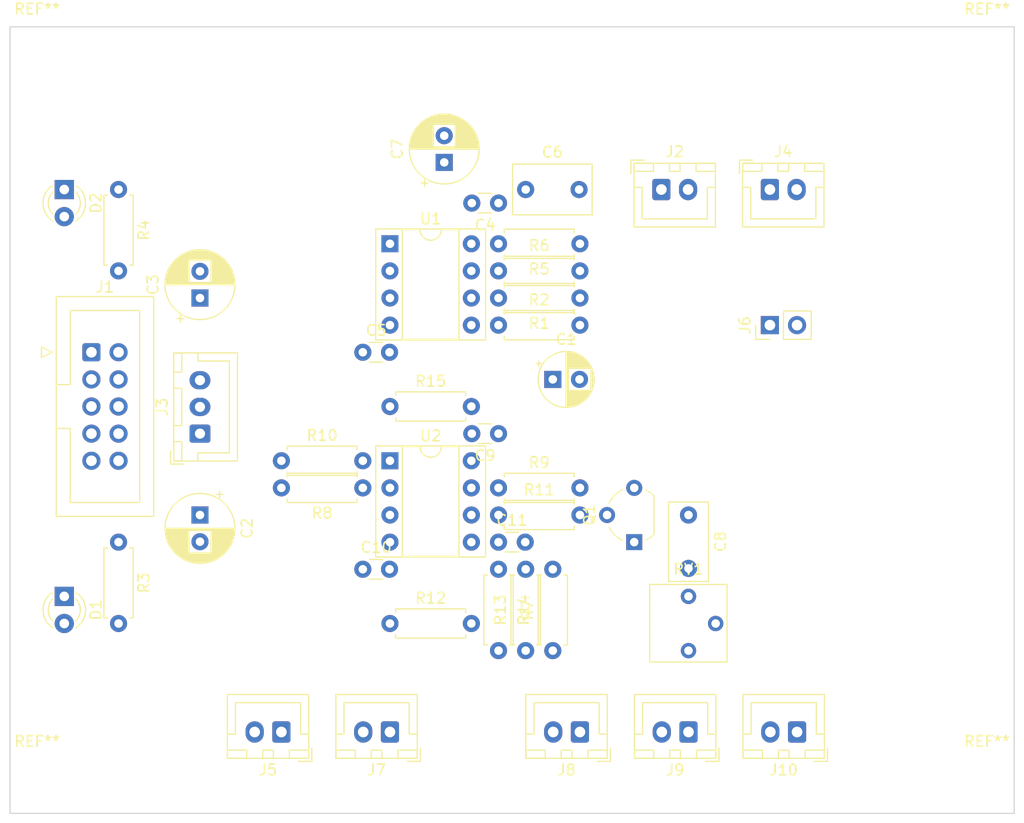
<source format=kicad_pcb>
(kicad_pcb (version 20171130) (host pcbnew "(5.1.6)-1")

  (general
    (thickness 1.6)
    (drawings 20)
    (tracks 0)
    (zones 0)
    (modules 46)
    (nets 22)
  )

  (page A4)
  (layers
    (0 F.Cu signal)
    (31 B.Cu signal)
    (32 B.Adhes user)
    (33 F.Adhes user)
    (34 B.Paste user)
    (35 F.Paste user)
    (36 B.SilkS user)
    (37 F.SilkS user)
    (38 B.Mask user)
    (39 F.Mask user)
    (40 Dwgs.User user hide)
    (41 Cmts.User user)
    (42 Eco1.User user)
    (43 Eco2.User user)
    (44 Edge.Cuts user)
    (45 Margin user)
    (46 B.CrtYd user)
    (47 F.CrtYd user)
    (48 B.Fab user)
    (49 F.Fab user hide)
  )

  (setup
    (last_trace_width 0.25)
    (trace_clearance 0.2)
    (zone_clearance 0.508)
    (zone_45_only no)
    (trace_min 0.2)
    (via_size 0.8)
    (via_drill 0.4)
    (via_min_size 0.4)
    (via_min_drill 0.3)
    (uvia_size 0.3)
    (uvia_drill 0.1)
    (uvias_allowed no)
    (uvia_min_size 0.2)
    (uvia_min_drill 0.1)
    (edge_width 0.1)
    (segment_width 0.2)
    (pcb_text_width 0.3)
    (pcb_text_size 1.5 1.5)
    (mod_edge_width 0.15)
    (mod_text_size 1 1)
    (mod_text_width 0.15)
    (pad_size 1.524 1.524)
    (pad_drill 0.762)
    (pad_to_mask_clearance 0)
    (aux_axis_origin 0 0)
    (visible_elements 7FFFFFFF)
    (pcbplotparams
      (layerselection 0x010fc_ffffffff)
      (usegerberextensions false)
      (usegerberattributes true)
      (usegerberadvancedattributes true)
      (creategerberjobfile true)
      (excludeedgelayer true)
      (linewidth 0.100000)
      (plotframeref false)
      (viasonmask false)
      (mode 1)
      (useauxorigin false)
      (hpglpennumber 1)
      (hpglpenspeed 20)
      (hpglpendiameter 15.000000)
      (psnegative false)
      (psa4output false)
      (plotreference true)
      (plotvalue true)
      (plotinvisibletext false)
      (padsonsilk false)
      (subtractmaskfromsilk false)
      (outputformat 1)
      (mirror false)
      (drillshape 1)
      (scaleselection 1)
      (outputdirectory ""))
  )

  (net 0 "")
  (net 1 GND)
  (net 2 "Net-(C1-Pad1)")
  (net 3 +12V)
  (net 4 -12V)
  (net 5 "Net-(C6-Pad2)")
  (net 6 "Net-(C6-Pad1)")
  (net 7 /+5V)
  (net 8 "Net-(C8-Pad1)")
  (net 9 "Net-(C11-Pad2)")
  (net 10 "Net-(C11-Pad1)")
  (net 11 "Net-(D1-Pad2)")
  (net 12 "Net-(D2-Pad1)")
  (net 13 "Net-(J4-Pad1)")
  (net 14 "Net-(J5-Pad1)")
  (net 15 "Net-(J7-Pad1)")
  (net 16 "Net-(J10-Pad1)")
  (net 17 "Net-(Q1-Pad3)")
  (net 18 "Net-(R10-Pad1)")
  (net 19 "Net-(R10-Pad2)")
  (net 20 "Net-(R11-Pad1)")
  (net 21 "Net-(U1-Pad1)")

  (net_class Default "これはデフォルトのネット クラスです。"
    (clearance 0.2)
    (trace_width 0.25)
    (via_dia 0.8)
    (via_drill 0.4)
    (uvia_dia 0.3)
    (uvia_drill 0.1)
    (add_net +12V)
    (add_net -12V)
    (add_net /+5V)
    (add_net GND)
    (add_net "Net-(C1-Pad1)")
    (add_net "Net-(C11-Pad1)")
    (add_net "Net-(C11-Pad2)")
    (add_net "Net-(C6-Pad1)")
    (add_net "Net-(C6-Pad2)")
    (add_net "Net-(C8-Pad1)")
    (add_net "Net-(D1-Pad2)")
    (add_net "Net-(D2-Pad1)")
    (add_net "Net-(J10-Pad1)")
    (add_net "Net-(J4-Pad1)")
    (add_net "Net-(J5-Pad1)")
    (add_net "Net-(J7-Pad1)")
    (add_net "Net-(Q1-Pad3)")
    (add_net "Net-(R10-Pad1)")
    (add_net "Net-(R10-Pad2)")
    (add_net "Net-(R11-Pad1)")
    (add_net "Net-(U1-Pad1)")
  )

  (module MountingHole:MountingHole_3.2mm_M3 (layer F.Cu) (tedit 56D1B4CB) (tstamp 5F8ACD7B)
    (at 149.86 152.4)
    (descr "Mounting Hole 3.2mm, no annular, M3")
    (tags "mounting hole 3.2mm no annular m3")
    (attr virtual)
    (fp_text reference REF** (at 0 -4.2) (layer F.SilkS)
      (effects (font (size 1 1) (thickness 0.15)))
    )
    (fp_text value MountingHole_3.2mm_M3 (at 0 4.2) (layer F.Fab)
      (effects (font (size 1 1) (thickness 0.15)))
    )
    (fp_text user %R (at 0.3 0) (layer F.Fab)
      (effects (font (size 1 1) (thickness 0.15)))
    )
    (fp_circle (center 0 0) (end 3.2 0) (layer Cmts.User) (width 0.15))
    (fp_circle (center 0 0) (end 3.45 0) (layer F.CrtYd) (width 0.05))
    (pad 1 np_thru_hole circle (at 0 0) (size 3.2 3.2) (drill 3.2) (layers *.Cu *.Mask))
  )

  (module MountingHole:MountingHole_3.2mm_M3 (layer F.Cu) (tedit 56D1B4CB) (tstamp 5F8ACD5E)
    (at 60.96 152.4)
    (descr "Mounting Hole 3.2mm, no annular, M3")
    (tags "mounting hole 3.2mm no annular m3")
    (attr virtual)
    (fp_text reference REF** (at 0 -4.2) (layer F.SilkS)
      (effects (font (size 1 1) (thickness 0.15)))
    )
    (fp_text value MountingHole_3.2mm_M3 (at 0 4.2) (layer F.Fab)
      (effects (font (size 1 1) (thickness 0.15)))
    )
    (fp_text user %R (at 0.3 0) (layer F.Fab)
      (effects (font (size 1 1) (thickness 0.15)))
    )
    (fp_circle (center 0 0) (end 3.2 0) (layer Cmts.User) (width 0.15))
    (fp_circle (center 0 0) (end 3.45 0) (layer F.CrtYd) (width 0.05))
    (pad 1 np_thru_hole circle (at 0 0) (size 3.2 3.2) (drill 3.2) (layers *.Cu *.Mask))
  )

  (module MountingHole:MountingHole_3.2mm_M3 (layer F.Cu) (tedit 56D1B4CB) (tstamp 5F8ACD41)
    (at 149.86 83.82)
    (descr "Mounting Hole 3.2mm, no annular, M3")
    (tags "mounting hole 3.2mm no annular m3")
    (attr virtual)
    (fp_text reference REF** (at 0 -4.2) (layer F.SilkS)
      (effects (font (size 1 1) (thickness 0.15)))
    )
    (fp_text value MountingHole_3.2mm_M3 (at 0 4.2) (layer F.Fab)
      (effects (font (size 1 1) (thickness 0.15)))
    )
    (fp_text user %R (at 0.3 0) (layer F.Fab)
      (effects (font (size 1 1) (thickness 0.15)))
    )
    (fp_circle (center 0 0) (end 3.2 0) (layer Cmts.User) (width 0.15))
    (fp_circle (center 0 0) (end 3.45 0) (layer F.CrtYd) (width 0.05))
    (pad 1 np_thru_hole circle (at 0 0) (size 3.2 3.2) (drill 3.2) (layers *.Cu *.Mask))
  )

  (module MountingHole:MountingHole_3.2mm_M3 (layer F.Cu) (tedit 56D1B4CB) (tstamp 5F8ACD07)
    (at 60.96 83.82)
    (descr "Mounting Hole 3.2mm, no annular, M3")
    (tags "mounting hole 3.2mm no annular m3")
    (attr virtual)
    (fp_text reference REF** (at 0 -4.2) (layer F.SilkS)
      (effects (font (size 1 1) (thickness 0.15)))
    )
    (fp_text value MountingHole_3.2mm_M3 (at 0 4.2) (layer F.Fab)
      (effects (font (size 1 1) (thickness 0.15)))
    )
    (fp_text user %R (at 0.3 0) (layer F.Fab)
      (effects (font (size 1 1) (thickness 0.15)))
    )
    (fp_circle (center 0 0) (end 3.2 0) (layer Cmts.User) (width 0.15))
    (fp_circle (center 0 0) (end 3.45 0) (layer F.CrtYd) (width 0.05))
    (pad 1 np_thru_hole circle (at 0 0) (size 3.2 3.2) (drill 3.2) (layers *.Cu *.Mask))
  )

  (module Package_DIP:DIP-8_W7.62mm_Socket (layer F.Cu) (tedit 5A02E8C5) (tstamp 5F873927)
    (at 93.98 121.92)
    (descr "8-lead though-hole mounted DIP package, row spacing 7.62 mm (300 mils), Socket")
    (tags "THT DIP DIL PDIP 2.54mm 7.62mm 300mil Socket")
    (path /5F80ACDA)
    (fp_text reference U2 (at 3.81 -2.33) (layer F.SilkS)
      (effects (font (size 1 1) (thickness 0.15)))
    )
    (fp_text value TL072 (at 3.81 9.95) (layer F.Fab)
      (effects (font (size 1 1) (thickness 0.15)))
    )
    (fp_line (start 9.15 -1.6) (end -1.55 -1.6) (layer F.CrtYd) (width 0.05))
    (fp_line (start 9.15 9.2) (end 9.15 -1.6) (layer F.CrtYd) (width 0.05))
    (fp_line (start -1.55 9.2) (end 9.15 9.2) (layer F.CrtYd) (width 0.05))
    (fp_line (start -1.55 -1.6) (end -1.55 9.2) (layer F.CrtYd) (width 0.05))
    (fp_line (start 8.95 -1.39) (end -1.33 -1.39) (layer F.SilkS) (width 0.12))
    (fp_line (start 8.95 9.01) (end 8.95 -1.39) (layer F.SilkS) (width 0.12))
    (fp_line (start -1.33 9.01) (end 8.95 9.01) (layer F.SilkS) (width 0.12))
    (fp_line (start -1.33 -1.39) (end -1.33 9.01) (layer F.SilkS) (width 0.12))
    (fp_line (start 6.46 -1.33) (end 4.81 -1.33) (layer F.SilkS) (width 0.12))
    (fp_line (start 6.46 8.95) (end 6.46 -1.33) (layer F.SilkS) (width 0.12))
    (fp_line (start 1.16 8.95) (end 6.46 8.95) (layer F.SilkS) (width 0.12))
    (fp_line (start 1.16 -1.33) (end 1.16 8.95) (layer F.SilkS) (width 0.12))
    (fp_line (start 2.81 -1.33) (end 1.16 -1.33) (layer F.SilkS) (width 0.12))
    (fp_line (start 8.89 -1.33) (end -1.27 -1.33) (layer F.Fab) (width 0.1))
    (fp_line (start 8.89 8.95) (end 8.89 -1.33) (layer F.Fab) (width 0.1))
    (fp_line (start -1.27 8.95) (end 8.89 8.95) (layer F.Fab) (width 0.1))
    (fp_line (start -1.27 -1.33) (end -1.27 8.95) (layer F.Fab) (width 0.1))
    (fp_line (start 0.635 -0.27) (end 1.635 -1.27) (layer F.Fab) (width 0.1))
    (fp_line (start 0.635 8.89) (end 0.635 -0.27) (layer F.Fab) (width 0.1))
    (fp_line (start 6.985 8.89) (end 0.635 8.89) (layer F.Fab) (width 0.1))
    (fp_line (start 6.985 -1.27) (end 6.985 8.89) (layer F.Fab) (width 0.1))
    (fp_line (start 1.635 -1.27) (end 6.985 -1.27) (layer F.Fab) (width 0.1))
    (fp_text user %R (at 3.81 3.81) (layer F.Fab)
      (effects (font (size 1 1) (thickness 0.15)))
    )
    (fp_arc (start 3.81 -1.33) (end 2.81 -1.33) (angle -180) (layer F.SilkS) (width 0.12))
    (pad 8 thru_hole oval (at 7.62 0) (size 1.6 1.6) (drill 0.8) (layers *.Cu *.Mask)
      (net 3 +12V))
    (pad 4 thru_hole oval (at 0 7.62) (size 1.6 1.6) (drill 0.8) (layers *.Cu *.Mask)
      (net 4 -12V))
    (pad 7 thru_hole oval (at 7.62 2.54) (size 1.6 1.6) (drill 0.8) (layers *.Cu *.Mask)
      (net 9 "Net-(C11-Pad2)"))
    (pad 3 thru_hole oval (at 0 5.08) (size 1.6 1.6) (drill 0.8) (layers *.Cu *.Mask)
      (net 14 "Net-(J5-Pad1)"))
    (pad 6 thru_hole oval (at 7.62 5.08) (size 1.6 1.6) (drill 0.8) (layers *.Cu *.Mask)
      (net 20 "Net-(R11-Pad1)"))
    (pad 2 thru_hole oval (at 0 2.54) (size 1.6 1.6) (drill 0.8) (layers *.Cu *.Mask)
      (net 18 "Net-(R10-Pad1)"))
    (pad 5 thru_hole oval (at 7.62 7.62) (size 1.6 1.6) (drill 0.8) (layers *.Cu *.Mask)
      (net 10 "Net-(C11-Pad1)"))
    (pad 1 thru_hole rect (at 0 0) (size 1.6 1.6) (drill 0.8) (layers *.Cu *.Mask)
      (net 19 "Net-(R10-Pad2)"))
    (model ${KISYS3DMOD}/Package_DIP.3dshapes/DIP-8_W7.62mm_Socket.wrl
      (at (xyz 0 0 0))
      (scale (xyz 1 1 1))
      (rotate (xyz 0 0 0))
    )
  )

  (module Package_DIP:DIP-8_W7.62mm_Socket (layer F.Cu) (tedit 5A02E8C5) (tstamp 5F873903)
    (at 93.98 101.6)
    (descr "8-lead though-hole mounted DIP package, row spacing 7.62 mm (300 mils), Socket")
    (tags "THT DIP DIL PDIP 2.54mm 7.62mm 300mil Socket")
    (path /5F7D86B6)
    (fp_text reference U1 (at 3.81 -2.33) (layer F.SilkS)
      (effects (font (size 1 1) (thickness 0.15)))
    )
    (fp_text value TL072 (at 3.81 9.95) (layer F.Fab)
      (effects (font (size 1 1) (thickness 0.15)))
    )
    (fp_line (start 9.15 -1.6) (end -1.55 -1.6) (layer F.CrtYd) (width 0.05))
    (fp_line (start 9.15 9.2) (end 9.15 -1.6) (layer F.CrtYd) (width 0.05))
    (fp_line (start -1.55 9.2) (end 9.15 9.2) (layer F.CrtYd) (width 0.05))
    (fp_line (start -1.55 -1.6) (end -1.55 9.2) (layer F.CrtYd) (width 0.05))
    (fp_line (start 8.95 -1.39) (end -1.33 -1.39) (layer F.SilkS) (width 0.12))
    (fp_line (start 8.95 9.01) (end 8.95 -1.39) (layer F.SilkS) (width 0.12))
    (fp_line (start -1.33 9.01) (end 8.95 9.01) (layer F.SilkS) (width 0.12))
    (fp_line (start -1.33 -1.39) (end -1.33 9.01) (layer F.SilkS) (width 0.12))
    (fp_line (start 6.46 -1.33) (end 4.81 -1.33) (layer F.SilkS) (width 0.12))
    (fp_line (start 6.46 8.95) (end 6.46 -1.33) (layer F.SilkS) (width 0.12))
    (fp_line (start 1.16 8.95) (end 6.46 8.95) (layer F.SilkS) (width 0.12))
    (fp_line (start 1.16 -1.33) (end 1.16 8.95) (layer F.SilkS) (width 0.12))
    (fp_line (start 2.81 -1.33) (end 1.16 -1.33) (layer F.SilkS) (width 0.12))
    (fp_line (start 8.89 -1.33) (end -1.27 -1.33) (layer F.Fab) (width 0.1))
    (fp_line (start 8.89 8.95) (end 8.89 -1.33) (layer F.Fab) (width 0.1))
    (fp_line (start -1.27 8.95) (end 8.89 8.95) (layer F.Fab) (width 0.1))
    (fp_line (start -1.27 -1.33) (end -1.27 8.95) (layer F.Fab) (width 0.1))
    (fp_line (start 0.635 -0.27) (end 1.635 -1.27) (layer F.Fab) (width 0.1))
    (fp_line (start 0.635 8.89) (end 0.635 -0.27) (layer F.Fab) (width 0.1))
    (fp_line (start 6.985 8.89) (end 0.635 8.89) (layer F.Fab) (width 0.1))
    (fp_line (start 6.985 -1.27) (end 6.985 8.89) (layer F.Fab) (width 0.1))
    (fp_line (start 1.635 -1.27) (end 6.985 -1.27) (layer F.Fab) (width 0.1))
    (fp_text user %R (at 3.81 3.81) (layer F.Fab)
      (effects (font (size 1 1) (thickness 0.15)))
    )
    (fp_arc (start 3.81 -1.33) (end 2.81 -1.33) (angle -180) (layer F.SilkS) (width 0.12))
    (pad 8 thru_hole oval (at 7.62 0) (size 1.6 1.6) (drill 0.8) (layers *.Cu *.Mask)
      (net 3 +12V))
    (pad 4 thru_hole oval (at 0 7.62) (size 1.6 1.6) (drill 0.8) (layers *.Cu *.Mask)
      (net 4 -12V))
    (pad 7 thru_hole oval (at 7.62 2.54) (size 1.6 1.6) (drill 0.8) (layers *.Cu *.Mask)
      (net 7 /+5V))
    (pad 3 thru_hole oval (at 0 5.08) (size 1.6 1.6) (drill 0.8) (layers *.Cu *.Mask)
      (net 1 GND))
    (pad 6 thru_hole oval (at 7.62 5.08) (size 1.6 1.6) (drill 0.8) (layers *.Cu *.Mask)
      (net 7 /+5V))
    (pad 2 thru_hole oval (at 0 2.54) (size 1.6 1.6) (drill 0.8) (layers *.Cu *.Mask)
      (net 21 "Net-(U1-Pad1)"))
    (pad 5 thru_hole oval (at 7.62 7.62) (size 1.6 1.6) (drill 0.8) (layers *.Cu *.Mask)
      (net 2 "Net-(C1-Pad1)"))
    (pad 1 thru_hole rect (at 0 0) (size 1.6 1.6) (drill 0.8) (layers *.Cu *.Mask)
      (net 21 "Net-(U1-Pad1)"))
    (model ${KISYS3DMOD}/Package_DIP.3dshapes/DIP-8_W7.62mm_Socket.wrl
      (at (xyz 0 0 0))
      (scale (xyz 1 1 1))
      (rotate (xyz 0 0 0))
    )
  )

  (module myfootprint:Potentiometer_Bourns_3362P_Vertical (layer F.Cu) (tedit 5F22FA65) (tstamp 5F8738DF)
    (at 121.92 139.7)
    (descr "Potentiometer, vertical, Bourns 3386P, https://www.bourns.com/pdfs/3386.pdf")
    (tags "Potentiometer vertical Bourns 3386P")
    (path /5F7F41A8)
    (fp_text reference RV1 (at -0.015 -7.62) (layer F.SilkS)
      (effects (font (size 1 1) (thickness 0.15)))
    )
    (fp_text value 5k (at -0.015 2.54) (layer F.Fab)
      (effects (font (size 1 1) (thickness 0.15)))
    )
    (fp_circle (center -0.891 -2.54) (end 0.684 -2.54) (layer F.Fab) (width 0.1))
    (fp_line (start -3.51 -6.0452) (end -3.5052 0.9144) (layer F.Fab) (width 0.1))
    (fp_line (start -3.5052 0.9144) (end 3.4544 0.9144) (layer F.Fab) (width 0.1))
    (fp_line (start 3.48 0.9144) (end 3.48 -6.0452) (layer F.Fab) (width 0.1))
    (fp_line (start 3.48 -6.0452) (end -3.5052 -6.0452) (layer F.Fab) (width 0.1))
    (fp_line (start -0.891 -0.98) (end -0.89 -4.099) (layer F.Fab) (width 0.1))
    (fp_line (start -0.891 -0.98) (end -0.89 -4.099) (layer F.Fab) (width 0.1))
    (fp_line (start -3.6068 -6.1976) (end 3.6068 -6.1976) (layer F.SilkS) (width 0.12))
    (fp_line (start -3.63 1.0668) (end 3.6068 1.0668) (layer F.SilkS) (width 0.12))
    (fp_line (start -3.6322 -6.1976) (end -3.63 1.0668) (layer F.SilkS) (width 0.12))
    (fp_line (start 3.6068 -6.1976) (end 3.6068 1.0668) (layer F.SilkS) (width 0.12))
    (fp_line (start -3.7592 -6.2738) (end -3.7592 1.21) (layer F.CrtYd) (width 0.05))
    (fp_line (start -3.7592 1.21) (end 3.7084 1.21) (layer F.CrtYd) (width 0.05))
    (fp_line (start 3.73 1.2192) (end 3.73 -6.2992) (layer F.CrtYd) (width 0.05))
    (fp_line (start 3.73 -6.2992) (end -3.7592 -6.2992) (layer F.CrtYd) (width 0.05))
    (fp_text user %R (at -5.08 -2.54 90) (layer F.Fab)
      (effects (font (size 1 1) (thickness 0.15)))
    )
    (pad 3 thru_hole circle (at 0 0) (size 1.44 1.44) (drill 0.8) (layers *.Cu *.Mask)
      (net 14 "Net-(J5-Pad1)"))
    (pad 2 thru_hole circle (at 2.54 -2.54) (size 1.44 1.44) (drill 0.8) (layers *.Cu *.Mask)
      (net 8 "Net-(C8-Pad1)"))
    (pad 1 thru_hole circle (at 0 -5.08) (size 1.44 1.44) (drill 0.8) (layers *.Cu *.Mask)
      (net 8 "Net-(C8-Pad1)"))
    (model ${KISYS3DMOD}/Potentiometer_THT.3dshapes/Potentiometer_Bourns_3386P_Vertical.wrl
      (at (xyz 0 0 0))
      (scale (xyz 1 1 1))
      (rotate (xyz 0 0 0))
    )
  )

  (module Resistor_THT:R_Axial_DIN0207_L6.3mm_D2.5mm_P7.62mm_Horizontal (layer F.Cu) (tedit 5AE5139B) (tstamp 5F8738C8)
    (at 93.98 116.84)
    (descr "Resistor, Axial_DIN0207 series, Axial, Horizontal, pin pitch=7.62mm, 0.25W = 1/4W, length*diameter=6.3*2.5mm^2, http://cdn-reichelt.de/documents/datenblatt/B400/1_4W%23YAG.pdf")
    (tags "Resistor Axial_DIN0207 series Axial Horizontal pin pitch 7.62mm 0.25W = 1/4W length 6.3mm diameter 2.5mm")
    (path /5FA33246)
    (fp_text reference R15 (at 3.81 -2.37) (layer F.SilkS)
      (effects (font (size 1 1) (thickness 0.15)))
    )
    (fp_text value 2.2k (at 3.81 2.37) (layer F.Fab)
      (effects (font (size 1 1) (thickness 0.15)))
    )
    (fp_line (start 8.67 -1.5) (end -1.05 -1.5) (layer F.CrtYd) (width 0.05))
    (fp_line (start 8.67 1.5) (end 8.67 -1.5) (layer F.CrtYd) (width 0.05))
    (fp_line (start -1.05 1.5) (end 8.67 1.5) (layer F.CrtYd) (width 0.05))
    (fp_line (start -1.05 -1.5) (end -1.05 1.5) (layer F.CrtYd) (width 0.05))
    (fp_line (start 7.08 1.37) (end 7.08 1.04) (layer F.SilkS) (width 0.12))
    (fp_line (start 0.54 1.37) (end 7.08 1.37) (layer F.SilkS) (width 0.12))
    (fp_line (start 0.54 1.04) (end 0.54 1.37) (layer F.SilkS) (width 0.12))
    (fp_line (start 7.08 -1.37) (end 7.08 -1.04) (layer F.SilkS) (width 0.12))
    (fp_line (start 0.54 -1.37) (end 7.08 -1.37) (layer F.SilkS) (width 0.12))
    (fp_line (start 0.54 -1.04) (end 0.54 -1.37) (layer F.SilkS) (width 0.12))
    (fp_line (start 7.62 0) (end 6.96 0) (layer F.Fab) (width 0.1))
    (fp_line (start 0 0) (end 0.66 0) (layer F.Fab) (width 0.1))
    (fp_line (start 6.96 -1.25) (end 0.66 -1.25) (layer F.Fab) (width 0.1))
    (fp_line (start 6.96 1.25) (end 6.96 -1.25) (layer F.Fab) (width 0.1))
    (fp_line (start 0.66 1.25) (end 6.96 1.25) (layer F.Fab) (width 0.1))
    (fp_line (start 0.66 -1.25) (end 0.66 1.25) (layer F.Fab) (width 0.1))
    (fp_text user %R (at 3.81 0) (layer F.Fab)
      (effects (font (size 1 1) (thickness 0.15)))
    )
    (pad 2 thru_hole oval (at 7.62 0) (size 1.6 1.6) (drill 0.8) (layers *.Cu *.Mask)
      (net 16 "Net-(J10-Pad1)"))
    (pad 1 thru_hole circle (at 0 0) (size 1.6 1.6) (drill 0.8) (layers *.Cu *.Mask)
      (net 19 "Net-(R10-Pad2)"))
    (model ${KISYS3DMOD}/Resistor_THT.3dshapes/R_Axial_DIN0207_L6.3mm_D2.5mm_P7.62mm_Horizontal.wrl
      (at (xyz 0 0 0))
      (scale (xyz 1 1 1))
      (rotate (xyz 0 0 0))
    )
  )

  (module Resistor_THT:R_Axial_DIN0207_L6.3mm_D2.5mm_P7.62mm_Horizontal (layer F.Cu) (tedit 5AE5139B) (tstamp 5F8738B1)
    (at 104.14 132.08 270)
    (descr "Resistor, Axial_DIN0207 series, Axial, Horizontal, pin pitch=7.62mm, 0.25W = 1/4W, length*diameter=6.3*2.5mm^2, http://cdn-reichelt.de/documents/datenblatt/B400/1_4W%23YAG.pdf")
    (tags "Resistor Axial_DIN0207 series Axial Horizontal pin pitch 7.62mm 0.25W = 1/4W length 6.3mm diameter 2.5mm")
    (path /5F8504AF)
    (fp_text reference R14 (at 3.81 -2.37 90) (layer F.SilkS)
      (effects (font (size 1 1) (thickness 0.15)))
    )
    (fp_text value 100k (at 3.81 2.37 90) (layer F.Fab)
      (effects (font (size 1 1) (thickness 0.15)))
    )
    (fp_line (start 8.67 -1.5) (end -1.05 -1.5) (layer F.CrtYd) (width 0.05))
    (fp_line (start 8.67 1.5) (end 8.67 -1.5) (layer F.CrtYd) (width 0.05))
    (fp_line (start -1.05 1.5) (end 8.67 1.5) (layer F.CrtYd) (width 0.05))
    (fp_line (start -1.05 -1.5) (end -1.05 1.5) (layer F.CrtYd) (width 0.05))
    (fp_line (start 7.08 1.37) (end 7.08 1.04) (layer F.SilkS) (width 0.12))
    (fp_line (start 0.54 1.37) (end 7.08 1.37) (layer F.SilkS) (width 0.12))
    (fp_line (start 0.54 1.04) (end 0.54 1.37) (layer F.SilkS) (width 0.12))
    (fp_line (start 7.08 -1.37) (end 7.08 -1.04) (layer F.SilkS) (width 0.12))
    (fp_line (start 0.54 -1.37) (end 7.08 -1.37) (layer F.SilkS) (width 0.12))
    (fp_line (start 0.54 -1.04) (end 0.54 -1.37) (layer F.SilkS) (width 0.12))
    (fp_line (start 7.62 0) (end 6.96 0) (layer F.Fab) (width 0.1))
    (fp_line (start 0 0) (end 0.66 0) (layer F.Fab) (width 0.1))
    (fp_line (start 6.96 -1.25) (end 0.66 -1.25) (layer F.Fab) (width 0.1))
    (fp_line (start 6.96 1.25) (end 6.96 -1.25) (layer F.Fab) (width 0.1))
    (fp_line (start 0.66 1.25) (end 6.96 1.25) (layer F.Fab) (width 0.1))
    (fp_line (start 0.66 -1.25) (end 0.66 1.25) (layer F.Fab) (width 0.1))
    (fp_text user %R (at 3.81 0 90) (layer F.Fab)
      (effects (font (size 1 1) (thickness 0.15)))
    )
    (pad 2 thru_hole oval (at 7.62 0 270) (size 1.6 1.6) (drill 0.8) (layers *.Cu *.Mask)
      (net 19 "Net-(R10-Pad2)"))
    (pad 1 thru_hole circle (at 0 0 270) (size 1.6 1.6) (drill 0.8) (layers *.Cu *.Mask)
      (net 10 "Net-(C11-Pad1)"))
    (model ${KISYS3DMOD}/Resistor_THT.3dshapes/R_Axial_DIN0207_L6.3mm_D2.5mm_P7.62mm_Horizontal.wrl
      (at (xyz 0 0 0))
      (scale (xyz 1 1 1))
      (rotate (xyz 0 0 0))
    )
  )

  (module Resistor_THT:R_Axial_DIN0207_L6.3mm_D2.5mm_P7.62mm_Horizontal (layer F.Cu) (tedit 5AE5139B) (tstamp 5F87389A)
    (at 106.68 139.7 90)
    (descr "Resistor, Axial_DIN0207 series, Axial, Horizontal, pin pitch=7.62mm, 0.25W = 1/4W, length*diameter=6.3*2.5mm^2, http://cdn-reichelt.de/documents/datenblatt/B400/1_4W%23YAG.pdf")
    (tags "Resistor Axial_DIN0207 series Axial Horizontal pin pitch 7.62mm 0.25W = 1/4W length 6.3mm diameter 2.5mm")
    (path /5F84E1C4)
    (fp_text reference R13 (at 3.81 -2.37 90) (layer F.SilkS)
      (effects (font (size 1 1) (thickness 0.15)))
    )
    (fp_text value 100k (at 3.81 2.37 90) (layer F.Fab)
      (effects (font (size 1 1) (thickness 0.15)))
    )
    (fp_line (start 8.67 -1.5) (end -1.05 -1.5) (layer F.CrtYd) (width 0.05))
    (fp_line (start 8.67 1.5) (end 8.67 -1.5) (layer F.CrtYd) (width 0.05))
    (fp_line (start -1.05 1.5) (end 8.67 1.5) (layer F.CrtYd) (width 0.05))
    (fp_line (start -1.05 -1.5) (end -1.05 1.5) (layer F.CrtYd) (width 0.05))
    (fp_line (start 7.08 1.37) (end 7.08 1.04) (layer F.SilkS) (width 0.12))
    (fp_line (start 0.54 1.37) (end 7.08 1.37) (layer F.SilkS) (width 0.12))
    (fp_line (start 0.54 1.04) (end 0.54 1.37) (layer F.SilkS) (width 0.12))
    (fp_line (start 7.08 -1.37) (end 7.08 -1.04) (layer F.SilkS) (width 0.12))
    (fp_line (start 0.54 -1.37) (end 7.08 -1.37) (layer F.SilkS) (width 0.12))
    (fp_line (start 0.54 -1.04) (end 0.54 -1.37) (layer F.SilkS) (width 0.12))
    (fp_line (start 7.62 0) (end 6.96 0) (layer F.Fab) (width 0.1))
    (fp_line (start 0 0) (end 0.66 0) (layer F.Fab) (width 0.1))
    (fp_line (start 6.96 -1.25) (end 0.66 -1.25) (layer F.Fab) (width 0.1))
    (fp_line (start 6.96 1.25) (end 6.96 -1.25) (layer F.Fab) (width 0.1))
    (fp_line (start 0.66 1.25) (end 6.96 1.25) (layer F.Fab) (width 0.1))
    (fp_line (start 0.66 -1.25) (end 0.66 1.25) (layer F.Fab) (width 0.1))
    (fp_text user %R (at 3.81 0 90) (layer F.Fab)
      (effects (font (size 1 1) (thickness 0.15)))
    )
    (pad 2 thru_hole oval (at 7.62 0 90) (size 1.6 1.6) (drill 0.8) (layers *.Cu *.Mask)
      (net 10 "Net-(C11-Pad1)"))
    (pad 1 thru_hole circle (at 0 0 90) (size 1.6 1.6) (drill 0.8) (layers *.Cu *.Mask)
      (net 7 /+5V))
    (model ${KISYS3DMOD}/Resistor_THT.3dshapes/R_Axial_DIN0207_L6.3mm_D2.5mm_P7.62mm_Horizontal.wrl
      (at (xyz 0 0 0))
      (scale (xyz 1 1 1))
      (rotate (xyz 0 0 0))
    )
  )

  (module Resistor_THT:R_Axial_DIN0207_L6.3mm_D2.5mm_P7.62mm_Horizontal (layer F.Cu) (tedit 5AE5139B) (tstamp 5F873883)
    (at 93.98 137.16)
    (descr "Resistor, Axial_DIN0207 series, Axial, Horizontal, pin pitch=7.62mm, 0.25W = 1/4W, length*diameter=6.3*2.5mm^2, http://cdn-reichelt.de/documents/datenblatt/B400/1_4W%23YAG.pdf")
    (tags "Resistor Axial_DIN0207 series Axial Horizontal pin pitch 7.62mm 0.25W = 1/4W length 6.3mm diameter 2.5mm")
    (path /5F866B82)
    (fp_text reference R12 (at 3.81 -2.37) (layer F.SilkS)
      (effects (font (size 1 1) (thickness 0.15)))
    )
    (fp_text value C&T (at 3.81 2.37) (layer F.Fab)
      (effects (font (size 1 1) (thickness 0.15)))
    )
    (fp_line (start 8.67 -1.5) (end -1.05 -1.5) (layer F.CrtYd) (width 0.05))
    (fp_line (start 8.67 1.5) (end 8.67 -1.5) (layer F.CrtYd) (width 0.05))
    (fp_line (start -1.05 1.5) (end 8.67 1.5) (layer F.CrtYd) (width 0.05))
    (fp_line (start -1.05 -1.5) (end -1.05 1.5) (layer F.CrtYd) (width 0.05))
    (fp_line (start 7.08 1.37) (end 7.08 1.04) (layer F.SilkS) (width 0.12))
    (fp_line (start 0.54 1.37) (end 7.08 1.37) (layer F.SilkS) (width 0.12))
    (fp_line (start 0.54 1.04) (end 0.54 1.37) (layer F.SilkS) (width 0.12))
    (fp_line (start 7.08 -1.37) (end 7.08 -1.04) (layer F.SilkS) (width 0.12))
    (fp_line (start 0.54 -1.37) (end 7.08 -1.37) (layer F.SilkS) (width 0.12))
    (fp_line (start 0.54 -1.04) (end 0.54 -1.37) (layer F.SilkS) (width 0.12))
    (fp_line (start 7.62 0) (end 6.96 0) (layer F.Fab) (width 0.1))
    (fp_line (start 0 0) (end 0.66 0) (layer F.Fab) (width 0.1))
    (fp_line (start 6.96 -1.25) (end 0.66 -1.25) (layer F.Fab) (width 0.1))
    (fp_line (start 6.96 1.25) (end 6.96 -1.25) (layer F.Fab) (width 0.1))
    (fp_line (start 0.66 1.25) (end 6.96 1.25) (layer F.Fab) (width 0.1))
    (fp_line (start 0.66 -1.25) (end 0.66 1.25) (layer F.Fab) (width 0.1))
    (fp_text user %R (at 3.81 0) (layer F.Fab)
      (effects (font (size 1 1) (thickness 0.15)))
    )
    (pad 2 thru_hole oval (at 7.62 0) (size 1.6 1.6) (drill 0.8) (layers *.Cu *.Mask)
      (net 20 "Net-(R11-Pad1)"))
    (pad 1 thru_hole circle (at 0 0) (size 1.6 1.6) (drill 0.8) (layers *.Cu *.Mask)
      (net 15 "Net-(J7-Pad1)"))
    (model ${KISYS3DMOD}/Resistor_THT.3dshapes/R_Axial_DIN0207_L6.3mm_D2.5mm_P7.62mm_Horizontal.wrl
      (at (xyz 0 0 0))
      (scale (xyz 1 1 1))
      (rotate (xyz 0 0 0))
    )
  )

  (module Resistor_THT:R_Axial_DIN0207_L6.3mm_D2.5mm_P7.62mm_Horizontal (layer F.Cu) (tedit 5AE5139B) (tstamp 5F87386C)
    (at 104.14 127)
    (descr "Resistor, Axial_DIN0207 series, Axial, Horizontal, pin pitch=7.62mm, 0.25W = 1/4W, length*diameter=6.3*2.5mm^2, http://cdn-reichelt.de/documents/datenblatt/B400/1_4W%23YAG.pdf")
    (tags "Resistor Axial_DIN0207 series Axial Horizontal pin pitch 7.62mm 0.25W = 1/4W length 6.3mm diameter 2.5mm")
    (path /5F861F2F)
    (fp_text reference R11 (at 3.81 -2.37) (layer F.SilkS)
      (effects (font (size 1 1) (thickness 0.15)))
    )
    (fp_text value 10k (at 3.81 2.37) (layer F.Fab)
      (effects (font (size 1 1) (thickness 0.15)))
    )
    (fp_line (start 8.67 -1.5) (end -1.05 -1.5) (layer F.CrtYd) (width 0.05))
    (fp_line (start 8.67 1.5) (end 8.67 -1.5) (layer F.CrtYd) (width 0.05))
    (fp_line (start -1.05 1.5) (end 8.67 1.5) (layer F.CrtYd) (width 0.05))
    (fp_line (start -1.05 -1.5) (end -1.05 1.5) (layer F.CrtYd) (width 0.05))
    (fp_line (start 7.08 1.37) (end 7.08 1.04) (layer F.SilkS) (width 0.12))
    (fp_line (start 0.54 1.37) (end 7.08 1.37) (layer F.SilkS) (width 0.12))
    (fp_line (start 0.54 1.04) (end 0.54 1.37) (layer F.SilkS) (width 0.12))
    (fp_line (start 7.08 -1.37) (end 7.08 -1.04) (layer F.SilkS) (width 0.12))
    (fp_line (start 0.54 -1.37) (end 7.08 -1.37) (layer F.SilkS) (width 0.12))
    (fp_line (start 0.54 -1.04) (end 0.54 -1.37) (layer F.SilkS) (width 0.12))
    (fp_line (start 7.62 0) (end 6.96 0) (layer F.Fab) (width 0.1))
    (fp_line (start 0 0) (end 0.66 0) (layer F.Fab) (width 0.1))
    (fp_line (start 6.96 -1.25) (end 0.66 -1.25) (layer F.Fab) (width 0.1))
    (fp_line (start 6.96 1.25) (end 6.96 -1.25) (layer F.Fab) (width 0.1))
    (fp_line (start 0.66 1.25) (end 6.96 1.25) (layer F.Fab) (width 0.1))
    (fp_line (start 0.66 -1.25) (end 0.66 1.25) (layer F.Fab) (width 0.1))
    (fp_text user %R (at 3.81 0) (layer F.Fab)
      (effects (font (size 1 1) (thickness 0.15)))
    )
    (pad 2 thru_hole oval (at 7.62 0) (size 1.6 1.6) (drill 0.8) (layers *.Cu *.Mask)
      (net 1 GND))
    (pad 1 thru_hole circle (at 0 0) (size 1.6 1.6) (drill 0.8) (layers *.Cu *.Mask)
      (net 20 "Net-(R11-Pad1)"))
    (model ${KISYS3DMOD}/Resistor_THT.3dshapes/R_Axial_DIN0207_L6.3mm_D2.5mm_P7.62mm_Horizontal.wrl
      (at (xyz 0 0 0))
      (scale (xyz 1 1 1))
      (rotate (xyz 0 0 0))
    )
  )

  (module Resistor_THT:R_Axial_DIN0207_L6.3mm_D2.5mm_P7.62mm_Horizontal (layer F.Cu) (tedit 5AE5139B) (tstamp 5F873855)
    (at 83.82 121.92)
    (descr "Resistor, Axial_DIN0207 series, Axial, Horizontal, pin pitch=7.62mm, 0.25W = 1/4W, length*diameter=6.3*2.5mm^2, http://cdn-reichelt.de/documents/datenblatt/B400/1_4W%23YAG.pdf")
    (tags "Resistor Axial_DIN0207 series Axial Horizontal pin pitch 7.62mm 0.25W = 1/4W length 6.3mm diameter 2.5mm")
    (path /5F807735)
    (fp_text reference R10 (at 3.81 -2.37) (layer F.SilkS)
      (effects (font (size 1 1) (thickness 0.15)))
    )
    (fp_text value 120k (at 3.81 2.37) (layer F.Fab)
      (effects (font (size 1 1) (thickness 0.15)))
    )
    (fp_line (start 8.67 -1.5) (end -1.05 -1.5) (layer F.CrtYd) (width 0.05))
    (fp_line (start 8.67 1.5) (end 8.67 -1.5) (layer F.CrtYd) (width 0.05))
    (fp_line (start -1.05 1.5) (end 8.67 1.5) (layer F.CrtYd) (width 0.05))
    (fp_line (start -1.05 -1.5) (end -1.05 1.5) (layer F.CrtYd) (width 0.05))
    (fp_line (start 7.08 1.37) (end 7.08 1.04) (layer F.SilkS) (width 0.12))
    (fp_line (start 0.54 1.37) (end 7.08 1.37) (layer F.SilkS) (width 0.12))
    (fp_line (start 0.54 1.04) (end 0.54 1.37) (layer F.SilkS) (width 0.12))
    (fp_line (start 7.08 -1.37) (end 7.08 -1.04) (layer F.SilkS) (width 0.12))
    (fp_line (start 0.54 -1.37) (end 7.08 -1.37) (layer F.SilkS) (width 0.12))
    (fp_line (start 0.54 -1.04) (end 0.54 -1.37) (layer F.SilkS) (width 0.12))
    (fp_line (start 7.62 0) (end 6.96 0) (layer F.Fab) (width 0.1))
    (fp_line (start 0 0) (end 0.66 0) (layer F.Fab) (width 0.1))
    (fp_line (start 6.96 -1.25) (end 0.66 -1.25) (layer F.Fab) (width 0.1))
    (fp_line (start 6.96 1.25) (end 6.96 -1.25) (layer F.Fab) (width 0.1))
    (fp_line (start 0.66 1.25) (end 6.96 1.25) (layer F.Fab) (width 0.1))
    (fp_line (start 0.66 -1.25) (end 0.66 1.25) (layer F.Fab) (width 0.1))
    (fp_text user %R (at 3.81 0) (layer F.Fab)
      (effects (font (size 1 1) (thickness 0.15)))
    )
    (pad 2 thru_hole oval (at 7.62 0) (size 1.6 1.6) (drill 0.8) (layers *.Cu *.Mask)
      (net 19 "Net-(R10-Pad2)"))
    (pad 1 thru_hole circle (at 0 0) (size 1.6 1.6) (drill 0.8) (layers *.Cu *.Mask)
      (net 18 "Net-(R10-Pad1)"))
    (model ${KISYS3DMOD}/Resistor_THT.3dshapes/R_Axial_DIN0207_L6.3mm_D2.5mm_P7.62mm_Horizontal.wrl
      (at (xyz 0 0 0))
      (scale (xyz 1 1 1))
      (rotate (xyz 0 0 0))
    )
  )

  (module Resistor_THT:R_Axial_DIN0207_L6.3mm_D2.5mm_P7.62mm_Horizontal (layer F.Cu) (tedit 5AE5139B) (tstamp 5F87383E)
    (at 104.14 124.46)
    (descr "Resistor, Axial_DIN0207 series, Axial, Horizontal, pin pitch=7.62mm, 0.25W = 1/4W, length*diameter=6.3*2.5mm^2, http://cdn-reichelt.de/documents/datenblatt/B400/1_4W%23YAG.pdf")
    (tags "Resistor Axial_DIN0207 series Axial Horizontal pin pitch 7.62mm 0.25W = 1/4W length 6.3mm diameter 2.5mm")
    (path /5F7F84AE)
    (fp_text reference R9 (at 3.81 -2.37) (layer F.SilkS)
      (effects (font (size 1 1) (thickness 0.15)))
    )
    (fp_text value 680 (at 3.81 2.37) (layer F.Fab)
      (effects (font (size 1 1) (thickness 0.15)))
    )
    (fp_line (start 8.67 -1.5) (end -1.05 -1.5) (layer F.CrtYd) (width 0.05))
    (fp_line (start 8.67 1.5) (end 8.67 -1.5) (layer F.CrtYd) (width 0.05))
    (fp_line (start -1.05 1.5) (end 8.67 1.5) (layer F.CrtYd) (width 0.05))
    (fp_line (start -1.05 -1.5) (end -1.05 1.5) (layer F.CrtYd) (width 0.05))
    (fp_line (start 7.08 1.37) (end 7.08 1.04) (layer F.SilkS) (width 0.12))
    (fp_line (start 0.54 1.37) (end 7.08 1.37) (layer F.SilkS) (width 0.12))
    (fp_line (start 0.54 1.04) (end 0.54 1.37) (layer F.SilkS) (width 0.12))
    (fp_line (start 7.08 -1.37) (end 7.08 -1.04) (layer F.SilkS) (width 0.12))
    (fp_line (start 0.54 -1.37) (end 7.08 -1.37) (layer F.SilkS) (width 0.12))
    (fp_line (start 0.54 -1.04) (end 0.54 -1.37) (layer F.SilkS) (width 0.12))
    (fp_line (start 7.62 0) (end 6.96 0) (layer F.Fab) (width 0.1))
    (fp_line (start 0 0) (end 0.66 0) (layer F.Fab) (width 0.1))
    (fp_line (start 6.96 -1.25) (end 0.66 -1.25) (layer F.Fab) (width 0.1))
    (fp_line (start 6.96 1.25) (end 6.96 -1.25) (layer F.Fab) (width 0.1))
    (fp_line (start 0.66 1.25) (end 6.96 1.25) (layer F.Fab) (width 0.1))
    (fp_line (start 0.66 -1.25) (end 0.66 1.25) (layer F.Fab) (width 0.1))
    (fp_text user %R (at 3.81 0) (layer F.Fab)
      (effects (font (size 1 1) (thickness 0.15)))
    )
    (pad 2 thru_hole oval (at 7.62 0) (size 1.6 1.6) (drill 0.8) (layers *.Cu *.Mask)
      (net 17 "Net-(Q1-Pad3)"))
    (pad 1 thru_hole circle (at 0 0) (size 1.6 1.6) (drill 0.8) (layers *.Cu *.Mask)
      (net 9 "Net-(C11-Pad2)"))
    (model ${KISYS3DMOD}/Resistor_THT.3dshapes/R_Axial_DIN0207_L6.3mm_D2.5mm_P7.62mm_Horizontal.wrl
      (at (xyz 0 0 0))
      (scale (xyz 1 1 1))
      (rotate (xyz 0 0 0))
    )
  )

  (module Resistor_THT:R_Axial_DIN0207_L6.3mm_D2.5mm_P7.62mm_Horizontal (layer F.Cu) (tedit 5AE5139B) (tstamp 5F873827)
    (at 91.44 124.46 180)
    (descr "Resistor, Axial_DIN0207 series, Axial, Horizontal, pin pitch=7.62mm, 0.25W = 1/4W, length*diameter=6.3*2.5mm^2, http://cdn-reichelt.de/documents/datenblatt/B400/1_4W%23YAG.pdf")
    (tags "Resistor Axial_DIN0207 series Axial Horizontal pin pitch 7.62mm 0.25W = 1/4W length 6.3mm diameter 2.5mm")
    (path /5F7FA120)
    (fp_text reference R8 (at 3.81 -2.37) (layer F.SilkS)
      (effects (font (size 1 1) (thickness 0.15)))
    )
    (fp_text value 100k (at 3.81 2.37) (layer F.Fab)
      (effects (font (size 1 1) (thickness 0.15)))
    )
    (fp_line (start 8.67 -1.5) (end -1.05 -1.5) (layer F.CrtYd) (width 0.05))
    (fp_line (start 8.67 1.5) (end 8.67 -1.5) (layer F.CrtYd) (width 0.05))
    (fp_line (start -1.05 1.5) (end 8.67 1.5) (layer F.CrtYd) (width 0.05))
    (fp_line (start -1.05 -1.5) (end -1.05 1.5) (layer F.CrtYd) (width 0.05))
    (fp_line (start 7.08 1.37) (end 7.08 1.04) (layer F.SilkS) (width 0.12))
    (fp_line (start 0.54 1.37) (end 7.08 1.37) (layer F.SilkS) (width 0.12))
    (fp_line (start 0.54 1.04) (end 0.54 1.37) (layer F.SilkS) (width 0.12))
    (fp_line (start 7.08 -1.37) (end 7.08 -1.04) (layer F.SilkS) (width 0.12))
    (fp_line (start 0.54 -1.37) (end 7.08 -1.37) (layer F.SilkS) (width 0.12))
    (fp_line (start 0.54 -1.04) (end 0.54 -1.37) (layer F.SilkS) (width 0.12))
    (fp_line (start 7.62 0) (end 6.96 0) (layer F.Fab) (width 0.1))
    (fp_line (start 0 0) (end 0.66 0) (layer F.Fab) (width 0.1))
    (fp_line (start 6.96 -1.25) (end 0.66 -1.25) (layer F.Fab) (width 0.1))
    (fp_line (start 6.96 1.25) (end 6.96 -1.25) (layer F.Fab) (width 0.1))
    (fp_line (start 0.66 1.25) (end 6.96 1.25) (layer F.Fab) (width 0.1))
    (fp_line (start 0.66 -1.25) (end 0.66 1.25) (layer F.Fab) (width 0.1))
    (fp_text user %R (at 3.81 0) (layer F.Fab)
      (effects (font (size 1 1) (thickness 0.15)))
    )
    (pad 2 thru_hole oval (at 7.62 0 180) (size 1.6 1.6) (drill 0.8) (layers *.Cu *.Mask)
      (net 7 /+5V))
    (pad 1 thru_hole circle (at 0 0 180) (size 1.6 1.6) (drill 0.8) (layers *.Cu *.Mask)
      (net 18 "Net-(R10-Pad1)"))
    (model ${KISYS3DMOD}/Resistor_THT.3dshapes/R_Axial_DIN0207_L6.3mm_D2.5mm_P7.62mm_Horizontal.wrl
      (at (xyz 0 0 0))
      (scale (xyz 1 1 1))
      (rotate (xyz 0 0 0))
    )
  )

  (module Resistor_THT:R_Axial_DIN0207_L6.3mm_D2.5mm_P7.62mm_Horizontal (layer F.Cu) (tedit 5AE5139B) (tstamp 5F873810)
    (at 109.22 139.7 90)
    (descr "Resistor, Axial_DIN0207 series, Axial, Horizontal, pin pitch=7.62mm, 0.25W = 1/4W, length*diameter=6.3*2.5mm^2, http://cdn-reichelt.de/documents/datenblatt/B400/1_4W%23YAG.pdf")
    (tags "Resistor Axial_DIN0207 series Axial Horizontal pin pitch 7.62mm 0.25W = 1/4W length 6.3mm diameter 2.5mm")
    (path /5F7EA59D)
    (fp_text reference R7 (at 3.81 -2.37 90) (layer F.SilkS)
      (effects (font (size 1 1) (thickness 0.15)))
    )
    (fp_text value 150 (at 3.81 2.37 90) (layer F.Fab)
      (effects (font (size 1 1) (thickness 0.15)))
    )
    (fp_line (start 8.67 -1.5) (end -1.05 -1.5) (layer F.CrtYd) (width 0.05))
    (fp_line (start 8.67 1.5) (end 8.67 -1.5) (layer F.CrtYd) (width 0.05))
    (fp_line (start -1.05 1.5) (end 8.67 1.5) (layer F.CrtYd) (width 0.05))
    (fp_line (start -1.05 -1.5) (end -1.05 1.5) (layer F.CrtYd) (width 0.05))
    (fp_line (start 7.08 1.37) (end 7.08 1.04) (layer F.SilkS) (width 0.12))
    (fp_line (start 0.54 1.37) (end 7.08 1.37) (layer F.SilkS) (width 0.12))
    (fp_line (start 0.54 1.04) (end 0.54 1.37) (layer F.SilkS) (width 0.12))
    (fp_line (start 7.08 -1.37) (end 7.08 -1.04) (layer F.SilkS) (width 0.12))
    (fp_line (start 0.54 -1.37) (end 7.08 -1.37) (layer F.SilkS) (width 0.12))
    (fp_line (start 0.54 -1.04) (end 0.54 -1.37) (layer F.SilkS) (width 0.12))
    (fp_line (start 7.62 0) (end 6.96 0) (layer F.Fab) (width 0.1))
    (fp_line (start 0 0) (end 0.66 0) (layer F.Fab) (width 0.1))
    (fp_line (start 6.96 -1.25) (end 0.66 -1.25) (layer F.Fab) (width 0.1))
    (fp_line (start 6.96 1.25) (end 6.96 -1.25) (layer F.Fab) (width 0.1))
    (fp_line (start 0.66 1.25) (end 6.96 1.25) (layer F.Fab) (width 0.1))
    (fp_line (start 0.66 -1.25) (end 0.66 1.25) (layer F.Fab) (width 0.1))
    (fp_text user %R (at 3.81 0 90) (layer F.Fab)
      (effects (font (size 1 1) (thickness 0.15)))
    )
    (pad 2 thru_hole oval (at 7.62 0 90) (size 1.6 1.6) (drill 0.8) (layers *.Cu *.Mask)
      (net 17 "Net-(Q1-Pad3)"))
    (pad 1 thru_hole circle (at 0 0 90) (size 1.6 1.6) (drill 0.8) (layers *.Cu *.Mask)
      (net 7 /+5V))
    (model ${KISYS3DMOD}/Resistor_THT.3dshapes/R_Axial_DIN0207_L6.3mm_D2.5mm_P7.62mm_Horizontal.wrl
      (at (xyz 0 0 0))
      (scale (xyz 1 1 1))
      (rotate (xyz 0 0 0))
    )
  )

  (module Resistor_THT:R_Axial_DIN0207_L6.3mm_D2.5mm_P7.62mm_Horizontal (layer F.Cu) (tedit 5AE5139B) (tstamp 5F8737F9)
    (at 104.14 104.14)
    (descr "Resistor, Axial_DIN0207 series, Axial, Horizontal, pin pitch=7.62mm, 0.25W = 1/4W, length*diameter=6.3*2.5mm^2, http://cdn-reichelt.de/documents/datenblatt/B400/1_4W%23YAG.pdf")
    (tags "Resistor Axial_DIN0207 series Axial Horizontal pin pitch 7.62mm 0.25W = 1/4W length 6.3mm diameter 2.5mm")
    (path /5F81C1AA)
    (fp_text reference R6 (at 3.81 -2.37) (layer F.SilkS)
      (effects (font (size 1 1) (thickness 0.15)))
    )
    (fp_text value 100k (at 3.81 2.37) (layer F.Fab)
      (effects (font (size 1 1) (thickness 0.15)))
    )
    (fp_line (start 8.67 -1.5) (end -1.05 -1.5) (layer F.CrtYd) (width 0.05))
    (fp_line (start 8.67 1.5) (end 8.67 -1.5) (layer F.CrtYd) (width 0.05))
    (fp_line (start -1.05 1.5) (end 8.67 1.5) (layer F.CrtYd) (width 0.05))
    (fp_line (start -1.05 -1.5) (end -1.05 1.5) (layer F.CrtYd) (width 0.05))
    (fp_line (start 7.08 1.37) (end 7.08 1.04) (layer F.SilkS) (width 0.12))
    (fp_line (start 0.54 1.37) (end 7.08 1.37) (layer F.SilkS) (width 0.12))
    (fp_line (start 0.54 1.04) (end 0.54 1.37) (layer F.SilkS) (width 0.12))
    (fp_line (start 7.08 -1.37) (end 7.08 -1.04) (layer F.SilkS) (width 0.12))
    (fp_line (start 0.54 -1.37) (end 7.08 -1.37) (layer F.SilkS) (width 0.12))
    (fp_line (start 0.54 -1.04) (end 0.54 -1.37) (layer F.SilkS) (width 0.12))
    (fp_line (start 7.62 0) (end 6.96 0) (layer F.Fab) (width 0.1))
    (fp_line (start 0 0) (end 0.66 0) (layer F.Fab) (width 0.1))
    (fp_line (start 6.96 -1.25) (end 0.66 -1.25) (layer F.Fab) (width 0.1))
    (fp_line (start 6.96 1.25) (end 6.96 -1.25) (layer F.Fab) (width 0.1))
    (fp_line (start 0.66 1.25) (end 6.96 1.25) (layer F.Fab) (width 0.1))
    (fp_line (start 0.66 -1.25) (end 0.66 1.25) (layer F.Fab) (width 0.1))
    (fp_text user %R (at 3.81 0) (layer F.Fab)
      (effects (font (size 1 1) (thickness 0.15)))
    )
    (pad 2 thru_hole oval (at 7.62 0) (size 1.6 1.6) (drill 0.8) (layers *.Cu *.Mask)
      (net 13 "Net-(J4-Pad1)"))
    (pad 1 thru_hole circle (at 0 0) (size 1.6 1.6) (drill 0.8) (layers *.Cu *.Mask)
      (net 7 /+5V))
    (model ${KISYS3DMOD}/Resistor_THT.3dshapes/R_Axial_DIN0207_L6.3mm_D2.5mm_P7.62mm_Horizontal.wrl
      (at (xyz 0 0 0))
      (scale (xyz 1 1 1))
      (rotate (xyz 0 0 0))
    )
  )

  (module Resistor_THT:R_Axial_DIN0207_L6.3mm_D2.5mm_P7.62mm_Horizontal (layer F.Cu) (tedit 5AE5139B) (tstamp 5F8737E2)
    (at 111.76 101.6 180)
    (descr "Resistor, Axial_DIN0207 series, Axial, Horizontal, pin pitch=7.62mm, 0.25W = 1/4W, length*diameter=6.3*2.5mm^2, http://cdn-reichelt.de/documents/datenblatt/B400/1_4W%23YAG.pdf")
    (tags "Resistor Axial_DIN0207 series Axial Horizontal pin pitch 7.62mm 0.25W = 1/4W length 6.3mm diameter 2.5mm")
    (path /5F81C515)
    (fp_text reference R5 (at 3.81 -2.37) (layer F.SilkS)
      (effects (font (size 1 1) (thickness 0.15)))
    )
    (fp_text value C&T (at 3.81 2.37) (layer F.Fab)
      (effects (font (size 1 1) (thickness 0.15)))
    )
    (fp_line (start 8.67 -1.5) (end -1.05 -1.5) (layer F.CrtYd) (width 0.05))
    (fp_line (start 8.67 1.5) (end 8.67 -1.5) (layer F.CrtYd) (width 0.05))
    (fp_line (start -1.05 1.5) (end 8.67 1.5) (layer F.CrtYd) (width 0.05))
    (fp_line (start -1.05 -1.5) (end -1.05 1.5) (layer F.CrtYd) (width 0.05))
    (fp_line (start 7.08 1.37) (end 7.08 1.04) (layer F.SilkS) (width 0.12))
    (fp_line (start 0.54 1.37) (end 7.08 1.37) (layer F.SilkS) (width 0.12))
    (fp_line (start 0.54 1.04) (end 0.54 1.37) (layer F.SilkS) (width 0.12))
    (fp_line (start 7.08 -1.37) (end 7.08 -1.04) (layer F.SilkS) (width 0.12))
    (fp_line (start 0.54 -1.37) (end 7.08 -1.37) (layer F.SilkS) (width 0.12))
    (fp_line (start 0.54 -1.04) (end 0.54 -1.37) (layer F.SilkS) (width 0.12))
    (fp_line (start 7.62 0) (end 6.96 0) (layer F.Fab) (width 0.1))
    (fp_line (start 0 0) (end 0.66 0) (layer F.Fab) (width 0.1))
    (fp_line (start 6.96 -1.25) (end 0.66 -1.25) (layer F.Fab) (width 0.1))
    (fp_line (start 6.96 1.25) (end 6.96 -1.25) (layer F.Fab) (width 0.1))
    (fp_line (start 0.66 1.25) (end 6.96 1.25) (layer F.Fab) (width 0.1))
    (fp_line (start 0.66 -1.25) (end 0.66 1.25) (layer F.Fab) (width 0.1))
    (fp_text user %R (at 3.81 0) (layer F.Fab)
      (effects (font (size 1 1) (thickness 0.15)))
    )
    (pad 2 thru_hole oval (at 7.62 0 180) (size 1.6 1.6) (drill 0.8) (layers *.Cu *.Mask)
      (net 6 "Net-(C6-Pad1)"))
    (pad 1 thru_hole circle (at 0 0 180) (size 1.6 1.6) (drill 0.8) (layers *.Cu *.Mask)
      (net 13 "Net-(J4-Pad1)"))
    (model ${KISYS3DMOD}/Resistor_THT.3dshapes/R_Axial_DIN0207_L6.3mm_D2.5mm_P7.62mm_Horizontal.wrl
      (at (xyz 0 0 0))
      (scale (xyz 1 1 1))
      (rotate (xyz 0 0 0))
    )
  )

  (module Resistor_THT:R_Axial_DIN0207_L6.3mm_D2.5mm_P7.62mm_Horizontal (layer F.Cu) (tedit 5AE5139B) (tstamp 5F8737CB)
    (at 68.58 96.52 270)
    (descr "Resistor, Axial_DIN0207 series, Axial, Horizontal, pin pitch=7.62mm, 0.25W = 1/4W, length*diameter=6.3*2.5mm^2, http://cdn-reichelt.de/documents/datenblatt/B400/1_4W%23YAG.pdf")
    (tags "Resistor Axial_DIN0207 series Axial Horizontal pin pitch 7.62mm 0.25W = 1/4W length 6.3mm diameter 2.5mm")
    (path /5F911AD7)
    (fp_text reference R4 (at 3.81 -2.37 90) (layer F.SilkS)
      (effects (font (size 1 1) (thickness 0.15)))
    )
    (fp_text value 1k (at 3.81 2.37 90) (layer F.Fab)
      (effects (font (size 1 1) (thickness 0.15)))
    )
    (fp_line (start 8.67 -1.5) (end -1.05 -1.5) (layer F.CrtYd) (width 0.05))
    (fp_line (start 8.67 1.5) (end 8.67 -1.5) (layer F.CrtYd) (width 0.05))
    (fp_line (start -1.05 1.5) (end 8.67 1.5) (layer F.CrtYd) (width 0.05))
    (fp_line (start -1.05 -1.5) (end -1.05 1.5) (layer F.CrtYd) (width 0.05))
    (fp_line (start 7.08 1.37) (end 7.08 1.04) (layer F.SilkS) (width 0.12))
    (fp_line (start 0.54 1.37) (end 7.08 1.37) (layer F.SilkS) (width 0.12))
    (fp_line (start 0.54 1.04) (end 0.54 1.37) (layer F.SilkS) (width 0.12))
    (fp_line (start 7.08 -1.37) (end 7.08 -1.04) (layer F.SilkS) (width 0.12))
    (fp_line (start 0.54 -1.37) (end 7.08 -1.37) (layer F.SilkS) (width 0.12))
    (fp_line (start 0.54 -1.04) (end 0.54 -1.37) (layer F.SilkS) (width 0.12))
    (fp_line (start 7.62 0) (end 6.96 0) (layer F.Fab) (width 0.1))
    (fp_line (start 0 0) (end 0.66 0) (layer F.Fab) (width 0.1))
    (fp_line (start 6.96 -1.25) (end 0.66 -1.25) (layer F.Fab) (width 0.1))
    (fp_line (start 6.96 1.25) (end 6.96 -1.25) (layer F.Fab) (width 0.1))
    (fp_line (start 0.66 1.25) (end 6.96 1.25) (layer F.Fab) (width 0.1))
    (fp_line (start 0.66 -1.25) (end 0.66 1.25) (layer F.Fab) (width 0.1))
    (fp_text user %R (at 3.81 0 90) (layer F.Fab)
      (effects (font (size 1 1) (thickness 0.15)))
    )
    (pad 2 thru_hole oval (at 7.62 0 270) (size 1.6 1.6) (drill 0.8) (layers *.Cu *.Mask)
      (net 4 -12V))
    (pad 1 thru_hole circle (at 0 0 270) (size 1.6 1.6) (drill 0.8) (layers *.Cu *.Mask)
      (net 12 "Net-(D2-Pad1)"))
    (model ${KISYS3DMOD}/Resistor_THT.3dshapes/R_Axial_DIN0207_L6.3mm_D2.5mm_P7.62mm_Horizontal.wrl
      (at (xyz 0 0 0))
      (scale (xyz 1 1 1))
      (rotate (xyz 0 0 0))
    )
  )

  (module Resistor_THT:R_Axial_DIN0207_L6.3mm_D2.5mm_P7.62mm_Horizontal (layer F.Cu) (tedit 5AE5139B) (tstamp 5F8737B4)
    (at 68.58 129.54 270)
    (descr "Resistor, Axial_DIN0207 series, Axial, Horizontal, pin pitch=7.62mm, 0.25W = 1/4W, length*diameter=6.3*2.5mm^2, http://cdn-reichelt.de/documents/datenblatt/B400/1_4W%23YAG.pdf")
    (tags "Resistor Axial_DIN0207 series Axial Horizontal pin pitch 7.62mm 0.25W = 1/4W length 6.3mm diameter 2.5mm")
    (path /5F910D38)
    (fp_text reference R3 (at 3.81 -2.37 90) (layer F.SilkS)
      (effects (font (size 1 1) (thickness 0.15)))
    )
    (fp_text value 1k (at 3.81 2.37 90) (layer F.Fab)
      (effects (font (size 1 1) (thickness 0.15)))
    )
    (fp_line (start 8.67 -1.5) (end -1.05 -1.5) (layer F.CrtYd) (width 0.05))
    (fp_line (start 8.67 1.5) (end 8.67 -1.5) (layer F.CrtYd) (width 0.05))
    (fp_line (start -1.05 1.5) (end 8.67 1.5) (layer F.CrtYd) (width 0.05))
    (fp_line (start -1.05 -1.5) (end -1.05 1.5) (layer F.CrtYd) (width 0.05))
    (fp_line (start 7.08 1.37) (end 7.08 1.04) (layer F.SilkS) (width 0.12))
    (fp_line (start 0.54 1.37) (end 7.08 1.37) (layer F.SilkS) (width 0.12))
    (fp_line (start 0.54 1.04) (end 0.54 1.37) (layer F.SilkS) (width 0.12))
    (fp_line (start 7.08 -1.37) (end 7.08 -1.04) (layer F.SilkS) (width 0.12))
    (fp_line (start 0.54 -1.37) (end 7.08 -1.37) (layer F.SilkS) (width 0.12))
    (fp_line (start 0.54 -1.04) (end 0.54 -1.37) (layer F.SilkS) (width 0.12))
    (fp_line (start 7.62 0) (end 6.96 0) (layer F.Fab) (width 0.1))
    (fp_line (start 0 0) (end 0.66 0) (layer F.Fab) (width 0.1))
    (fp_line (start 6.96 -1.25) (end 0.66 -1.25) (layer F.Fab) (width 0.1))
    (fp_line (start 6.96 1.25) (end 6.96 -1.25) (layer F.Fab) (width 0.1))
    (fp_line (start 0.66 1.25) (end 6.96 1.25) (layer F.Fab) (width 0.1))
    (fp_line (start 0.66 -1.25) (end 0.66 1.25) (layer F.Fab) (width 0.1))
    (fp_text user %R (at 3.81 0 90) (layer F.Fab)
      (effects (font (size 1 1) (thickness 0.15)))
    )
    (pad 2 thru_hole oval (at 7.62 0 270) (size 1.6 1.6) (drill 0.8) (layers *.Cu *.Mask)
      (net 11 "Net-(D1-Pad2)"))
    (pad 1 thru_hole circle (at 0 0 270) (size 1.6 1.6) (drill 0.8) (layers *.Cu *.Mask)
      (net 3 +12V))
    (model ${KISYS3DMOD}/Resistor_THT.3dshapes/R_Axial_DIN0207_L6.3mm_D2.5mm_P7.62mm_Horizontal.wrl
      (at (xyz 0 0 0))
      (scale (xyz 1 1 1))
      (rotate (xyz 0 0 0))
    )
  )

  (module Resistor_THT:R_Axial_DIN0207_L6.3mm_D2.5mm_P7.62mm_Horizontal (layer F.Cu) (tedit 5AE5139B) (tstamp 5F87379D)
    (at 104.14 109.22)
    (descr "Resistor, Axial_DIN0207 series, Axial, Horizontal, pin pitch=7.62mm, 0.25W = 1/4W, length*diameter=6.3*2.5mm^2, http://cdn-reichelt.de/documents/datenblatt/B400/1_4W%23YAG.pdf")
    (tags "Resistor Axial_DIN0207 series Axial Horizontal pin pitch 7.62mm 0.25W = 1/4W length 6.3mm diameter 2.5mm")
    (path /5F7E3A2C)
    (fp_text reference R2 (at 3.81 -2.37) (layer F.SilkS)
      (effects (font (size 1 1) (thickness 0.15)))
    )
    (fp_text value 33k (at 3.81 2.37) (layer F.Fab)
      (effects (font (size 1 1) (thickness 0.15)))
    )
    (fp_line (start 8.67 -1.5) (end -1.05 -1.5) (layer F.CrtYd) (width 0.05))
    (fp_line (start 8.67 1.5) (end 8.67 -1.5) (layer F.CrtYd) (width 0.05))
    (fp_line (start -1.05 1.5) (end 8.67 1.5) (layer F.CrtYd) (width 0.05))
    (fp_line (start -1.05 -1.5) (end -1.05 1.5) (layer F.CrtYd) (width 0.05))
    (fp_line (start 7.08 1.37) (end 7.08 1.04) (layer F.SilkS) (width 0.12))
    (fp_line (start 0.54 1.37) (end 7.08 1.37) (layer F.SilkS) (width 0.12))
    (fp_line (start 0.54 1.04) (end 0.54 1.37) (layer F.SilkS) (width 0.12))
    (fp_line (start 7.08 -1.37) (end 7.08 -1.04) (layer F.SilkS) (width 0.12))
    (fp_line (start 0.54 -1.37) (end 7.08 -1.37) (layer F.SilkS) (width 0.12))
    (fp_line (start 0.54 -1.04) (end 0.54 -1.37) (layer F.SilkS) (width 0.12))
    (fp_line (start 7.62 0) (end 6.96 0) (layer F.Fab) (width 0.1))
    (fp_line (start 0 0) (end 0.66 0) (layer F.Fab) (width 0.1))
    (fp_line (start 6.96 -1.25) (end 0.66 -1.25) (layer F.Fab) (width 0.1))
    (fp_line (start 6.96 1.25) (end 6.96 -1.25) (layer F.Fab) (width 0.1))
    (fp_line (start 0.66 1.25) (end 6.96 1.25) (layer F.Fab) (width 0.1))
    (fp_line (start 0.66 -1.25) (end 0.66 1.25) (layer F.Fab) (width 0.1))
    (fp_text user %R (at 3.81 0) (layer F.Fab)
      (effects (font (size 1 1) (thickness 0.15)))
    )
    (pad 2 thru_hole oval (at 7.62 0) (size 1.6 1.6) (drill 0.8) (layers *.Cu *.Mask)
      (net 1 GND))
    (pad 1 thru_hole circle (at 0 0) (size 1.6 1.6) (drill 0.8) (layers *.Cu *.Mask)
      (net 2 "Net-(C1-Pad1)"))
    (model ${KISYS3DMOD}/Resistor_THT.3dshapes/R_Axial_DIN0207_L6.3mm_D2.5mm_P7.62mm_Horizontal.wrl
      (at (xyz 0 0 0))
      (scale (xyz 1 1 1))
      (rotate (xyz 0 0 0))
    )
  )

  (module Resistor_THT:R_Axial_DIN0207_L6.3mm_D2.5mm_P7.62mm_Horizontal (layer F.Cu) (tedit 5AE5139B) (tstamp 5F873786)
    (at 111.76 106.68 180)
    (descr "Resistor, Axial_DIN0207 series, Axial, Horizontal, pin pitch=7.62mm, 0.25W = 1/4W, length*diameter=6.3*2.5mm^2, http://cdn-reichelt.de/documents/datenblatt/B400/1_4W%23YAG.pdf")
    (tags "Resistor Axial_DIN0207 series Axial Horizontal pin pitch 7.62mm 0.25W = 1/4W length 6.3mm diameter 2.5mm")
    (path /5F7E3141)
    (fp_text reference R1 (at 3.81 -2.37) (layer F.SilkS)
      (effects (font (size 1 1) (thickness 0.15)))
    )
    (fp_text value 47k (at 3.81 2.37) (layer F.Fab)
      (effects (font (size 1 1) (thickness 0.15)))
    )
    (fp_line (start 8.67 -1.5) (end -1.05 -1.5) (layer F.CrtYd) (width 0.05))
    (fp_line (start 8.67 1.5) (end 8.67 -1.5) (layer F.CrtYd) (width 0.05))
    (fp_line (start -1.05 1.5) (end 8.67 1.5) (layer F.CrtYd) (width 0.05))
    (fp_line (start -1.05 -1.5) (end -1.05 1.5) (layer F.CrtYd) (width 0.05))
    (fp_line (start 7.08 1.37) (end 7.08 1.04) (layer F.SilkS) (width 0.12))
    (fp_line (start 0.54 1.37) (end 7.08 1.37) (layer F.SilkS) (width 0.12))
    (fp_line (start 0.54 1.04) (end 0.54 1.37) (layer F.SilkS) (width 0.12))
    (fp_line (start 7.08 -1.37) (end 7.08 -1.04) (layer F.SilkS) (width 0.12))
    (fp_line (start 0.54 -1.37) (end 7.08 -1.37) (layer F.SilkS) (width 0.12))
    (fp_line (start 0.54 -1.04) (end 0.54 -1.37) (layer F.SilkS) (width 0.12))
    (fp_line (start 7.62 0) (end 6.96 0) (layer F.Fab) (width 0.1))
    (fp_line (start 0 0) (end 0.66 0) (layer F.Fab) (width 0.1))
    (fp_line (start 6.96 -1.25) (end 0.66 -1.25) (layer F.Fab) (width 0.1))
    (fp_line (start 6.96 1.25) (end 6.96 -1.25) (layer F.Fab) (width 0.1))
    (fp_line (start 0.66 1.25) (end 6.96 1.25) (layer F.Fab) (width 0.1))
    (fp_line (start 0.66 -1.25) (end 0.66 1.25) (layer F.Fab) (width 0.1))
    (fp_text user %R (at 3.81 0) (layer F.Fab)
      (effects (font (size 1 1) (thickness 0.15)))
    )
    (pad 2 thru_hole oval (at 7.62 0 180) (size 1.6 1.6) (drill 0.8) (layers *.Cu *.Mask)
      (net 2 "Net-(C1-Pad1)"))
    (pad 1 thru_hole circle (at 0 0 180) (size 1.6 1.6) (drill 0.8) (layers *.Cu *.Mask)
      (net 3 +12V))
    (model ${KISYS3DMOD}/Resistor_THT.3dshapes/R_Axial_DIN0207_L6.3mm_D2.5mm_P7.62mm_Horizontal.wrl
      (at (xyz 0 0 0))
      (scale (xyz 1 1 1))
      (rotate (xyz 0 0 0))
    )
  )

  (module Package_TO_SOT_THT:TO-92_Wide (layer F.Cu) (tedit 5A2795B7) (tstamp 5F87376F)
    (at 116.84 129.54 90)
    (descr "TO-92 leads molded, wide, drill 0.75mm (see NXP sot054_po.pdf)")
    (tags "to-92 sc-43 sc-43a sot54 PA33 transistor")
    (path /5F7EE4E1)
    (fp_text reference Q1 (at 2.55 -4.19 90) (layer F.SilkS)
      (effects (font (size 1 1) (thickness 0.15)))
    )
    (fp_text value 2SA1015 (at 2.54 2.79 90) (layer F.Fab)
      (effects (font (size 1 1) (thickness 0.15)))
    )
    (fp_line (start 6.09 2.01) (end -1.01 2.01) (layer F.CrtYd) (width 0.05))
    (fp_line (start 6.09 2.01) (end 6.09 -3.55) (layer F.CrtYd) (width 0.05))
    (fp_line (start -1.01 -3.55) (end -1.01 2.01) (layer F.CrtYd) (width 0.05))
    (fp_line (start -1.01 -3.55) (end 6.09 -3.55) (layer F.CrtYd) (width 0.05))
    (fp_line (start 0.8 1.75) (end 4.3 1.75) (layer F.Fab) (width 0.1))
    (fp_line (start 0.74 1.85) (end 4.34 1.85) (layer F.SilkS) (width 0.12))
    (fp_arc (start 2.54 0) (end 4.34 1.85) (angle -20) (layer F.SilkS) (width 0.12))
    (fp_arc (start 2.54 0) (end 2.54 -2.48) (angle -135) (layer F.Fab) (width 0.1))
    (fp_arc (start 2.54 0) (end 2.54 -2.48) (angle 135) (layer F.Fab) (width 0.1))
    (fp_arc (start 2.54 0) (end 3.65 -2.35) (angle 39.71668247) (layer F.SilkS) (width 0.12))
    (fp_arc (start 2.54 0) (end 1.4 -2.35) (angle -39.12170074) (layer F.SilkS) (width 0.12))
    (fp_arc (start 2.54 0) (end 0.74 1.85) (angle 20) (layer F.SilkS) (width 0.12))
    (fp_text user %R (at 2.54 0 90) (layer F.Fab)
      (effects (font (size 1 1) (thickness 0.15)))
    )
    (pad 1 thru_hole rect (at 0 0 180) (size 1.5 1.5) (drill 0.8) (layers *.Cu *.Mask)
      (net 7 /+5V))
    (pad 3 thru_hole circle (at 5.08 0 180) (size 1.5 1.5) (drill 0.8) (layers *.Cu *.Mask)
      (net 17 "Net-(Q1-Pad3)"))
    (pad 2 thru_hole circle (at 2.54 -2.54 180) (size 1.5 1.5) (drill 0.8) (layers *.Cu *.Mask)
      (net 8 "Net-(C8-Pad1)"))
    (model ${KISYS3DMOD}/Package_TO_SOT_THT.3dshapes/TO-92_Wide.wrl
      (at (xyz 0 0 0))
      (scale (xyz 1 1 1))
      (rotate (xyz 0 0 0))
    )
  )

  (module Connector_JST:JST_XH_B2B-XH-A_1x02_P2.50mm_Vertical (layer F.Cu) (tedit 5C28146C) (tstamp 5F87375B)
    (at 132.08 147.32 180)
    (descr "JST XH series connector, B2B-XH-A (http://www.jst-mfg.com/product/pdf/eng/eXH.pdf), generated with kicad-footprint-generator")
    (tags "connector JST XH vertical")
    (path /5F873137)
    (fp_text reference J10 (at 1.25 -3.55) (layer F.SilkS)
      (effects (font (size 1 1) (thickness 0.15)))
    )
    (fp_text value Saw_Out (at 1.25 4.6) (layer F.Fab)
      (effects (font (size 1 1) (thickness 0.15)))
    )
    (fp_line (start -2.85 -2.75) (end -2.85 -1.5) (layer F.SilkS) (width 0.12))
    (fp_line (start -1.6 -2.75) (end -2.85 -2.75) (layer F.SilkS) (width 0.12))
    (fp_line (start 4.3 2.75) (end 1.25 2.75) (layer F.SilkS) (width 0.12))
    (fp_line (start 4.3 -0.2) (end 4.3 2.75) (layer F.SilkS) (width 0.12))
    (fp_line (start 5.05 -0.2) (end 4.3 -0.2) (layer F.SilkS) (width 0.12))
    (fp_line (start -1.8 2.75) (end 1.25 2.75) (layer F.SilkS) (width 0.12))
    (fp_line (start -1.8 -0.2) (end -1.8 2.75) (layer F.SilkS) (width 0.12))
    (fp_line (start -2.55 -0.2) (end -1.8 -0.2) (layer F.SilkS) (width 0.12))
    (fp_line (start 5.05 -2.45) (end 3.25 -2.45) (layer F.SilkS) (width 0.12))
    (fp_line (start 5.05 -1.7) (end 5.05 -2.45) (layer F.SilkS) (width 0.12))
    (fp_line (start 3.25 -1.7) (end 5.05 -1.7) (layer F.SilkS) (width 0.12))
    (fp_line (start 3.25 -2.45) (end 3.25 -1.7) (layer F.SilkS) (width 0.12))
    (fp_line (start -0.75 -2.45) (end -2.55 -2.45) (layer F.SilkS) (width 0.12))
    (fp_line (start -0.75 -1.7) (end -0.75 -2.45) (layer F.SilkS) (width 0.12))
    (fp_line (start -2.55 -1.7) (end -0.75 -1.7) (layer F.SilkS) (width 0.12))
    (fp_line (start -2.55 -2.45) (end -2.55 -1.7) (layer F.SilkS) (width 0.12))
    (fp_line (start 1.75 -2.45) (end 0.75 -2.45) (layer F.SilkS) (width 0.12))
    (fp_line (start 1.75 -1.7) (end 1.75 -2.45) (layer F.SilkS) (width 0.12))
    (fp_line (start 0.75 -1.7) (end 1.75 -1.7) (layer F.SilkS) (width 0.12))
    (fp_line (start 0.75 -2.45) (end 0.75 -1.7) (layer F.SilkS) (width 0.12))
    (fp_line (start 0 -1.35) (end 0.625 -2.35) (layer F.Fab) (width 0.1))
    (fp_line (start -0.625 -2.35) (end 0 -1.35) (layer F.Fab) (width 0.1))
    (fp_line (start 5.45 -2.85) (end -2.95 -2.85) (layer F.CrtYd) (width 0.05))
    (fp_line (start 5.45 3.9) (end 5.45 -2.85) (layer F.CrtYd) (width 0.05))
    (fp_line (start -2.95 3.9) (end 5.45 3.9) (layer F.CrtYd) (width 0.05))
    (fp_line (start -2.95 -2.85) (end -2.95 3.9) (layer F.CrtYd) (width 0.05))
    (fp_line (start 5.06 -2.46) (end -2.56 -2.46) (layer F.SilkS) (width 0.12))
    (fp_line (start 5.06 3.51) (end 5.06 -2.46) (layer F.SilkS) (width 0.12))
    (fp_line (start -2.56 3.51) (end 5.06 3.51) (layer F.SilkS) (width 0.12))
    (fp_line (start -2.56 -2.46) (end -2.56 3.51) (layer F.SilkS) (width 0.12))
    (fp_line (start 4.95 -2.35) (end -2.45 -2.35) (layer F.Fab) (width 0.1))
    (fp_line (start 4.95 3.4) (end 4.95 -2.35) (layer F.Fab) (width 0.1))
    (fp_line (start -2.45 3.4) (end 4.95 3.4) (layer F.Fab) (width 0.1))
    (fp_line (start -2.45 -2.35) (end -2.45 3.4) (layer F.Fab) (width 0.1))
    (fp_text user %R (at 1.25 2.7) (layer F.Fab)
      (effects (font (size 1 1) (thickness 0.15)))
    )
    (pad 2 thru_hole oval (at 2.5 0 180) (size 1.7 2) (drill 1) (layers *.Cu *.Mask)
      (net 1 GND))
    (pad 1 thru_hole roundrect (at 0 0 180) (size 1.7 2) (drill 1) (layers *.Cu *.Mask) (roundrect_rratio 0.147059)
      (net 16 "Net-(J10-Pad1)"))
    (model ${KISYS3DMOD}/Connector_JST.3dshapes/JST_XH_B2B-XH-A_1x02_P2.50mm_Vertical.wrl
      (at (xyz 0 0 0))
      (scale (xyz 1 1 1))
      (rotate (xyz 0 0 0))
    )
  )

  (module Connector_JST:JST_XH_B2B-XH-A_1x02_P2.50mm_Vertical (layer F.Cu) (tedit 5C28146C) (tstamp 5F873732)
    (at 121.92 147.32 180)
    (descr "JST XH series connector, B2B-XH-A (http://www.jst-mfg.com/product/pdf/eng/eXH.pdf), generated with kicad-footprint-generator")
    (tags "connector JST XH vertical")
    (path /5F872AB9)
    (fp_text reference J9 (at 1.25 -3.55) (layer F.SilkS)
      (effects (font (size 1 1) (thickness 0.15)))
    )
    (fp_text value Saw_Out (at 1.25 4.6) (layer F.Fab)
      (effects (font (size 1 1) (thickness 0.15)))
    )
    (fp_line (start -2.85 -2.75) (end -2.85 -1.5) (layer F.SilkS) (width 0.12))
    (fp_line (start -1.6 -2.75) (end -2.85 -2.75) (layer F.SilkS) (width 0.12))
    (fp_line (start 4.3 2.75) (end 1.25 2.75) (layer F.SilkS) (width 0.12))
    (fp_line (start 4.3 -0.2) (end 4.3 2.75) (layer F.SilkS) (width 0.12))
    (fp_line (start 5.05 -0.2) (end 4.3 -0.2) (layer F.SilkS) (width 0.12))
    (fp_line (start -1.8 2.75) (end 1.25 2.75) (layer F.SilkS) (width 0.12))
    (fp_line (start -1.8 -0.2) (end -1.8 2.75) (layer F.SilkS) (width 0.12))
    (fp_line (start -2.55 -0.2) (end -1.8 -0.2) (layer F.SilkS) (width 0.12))
    (fp_line (start 5.05 -2.45) (end 3.25 -2.45) (layer F.SilkS) (width 0.12))
    (fp_line (start 5.05 -1.7) (end 5.05 -2.45) (layer F.SilkS) (width 0.12))
    (fp_line (start 3.25 -1.7) (end 5.05 -1.7) (layer F.SilkS) (width 0.12))
    (fp_line (start 3.25 -2.45) (end 3.25 -1.7) (layer F.SilkS) (width 0.12))
    (fp_line (start -0.75 -2.45) (end -2.55 -2.45) (layer F.SilkS) (width 0.12))
    (fp_line (start -0.75 -1.7) (end -0.75 -2.45) (layer F.SilkS) (width 0.12))
    (fp_line (start -2.55 -1.7) (end -0.75 -1.7) (layer F.SilkS) (width 0.12))
    (fp_line (start -2.55 -2.45) (end -2.55 -1.7) (layer F.SilkS) (width 0.12))
    (fp_line (start 1.75 -2.45) (end 0.75 -2.45) (layer F.SilkS) (width 0.12))
    (fp_line (start 1.75 -1.7) (end 1.75 -2.45) (layer F.SilkS) (width 0.12))
    (fp_line (start 0.75 -1.7) (end 1.75 -1.7) (layer F.SilkS) (width 0.12))
    (fp_line (start 0.75 -2.45) (end 0.75 -1.7) (layer F.SilkS) (width 0.12))
    (fp_line (start 0 -1.35) (end 0.625 -2.35) (layer F.Fab) (width 0.1))
    (fp_line (start -0.625 -2.35) (end 0 -1.35) (layer F.Fab) (width 0.1))
    (fp_line (start 5.45 -2.85) (end -2.95 -2.85) (layer F.CrtYd) (width 0.05))
    (fp_line (start 5.45 3.9) (end 5.45 -2.85) (layer F.CrtYd) (width 0.05))
    (fp_line (start -2.95 3.9) (end 5.45 3.9) (layer F.CrtYd) (width 0.05))
    (fp_line (start -2.95 -2.85) (end -2.95 3.9) (layer F.CrtYd) (width 0.05))
    (fp_line (start 5.06 -2.46) (end -2.56 -2.46) (layer F.SilkS) (width 0.12))
    (fp_line (start 5.06 3.51) (end 5.06 -2.46) (layer F.SilkS) (width 0.12))
    (fp_line (start -2.56 3.51) (end 5.06 3.51) (layer F.SilkS) (width 0.12))
    (fp_line (start -2.56 -2.46) (end -2.56 3.51) (layer F.SilkS) (width 0.12))
    (fp_line (start 4.95 -2.35) (end -2.45 -2.35) (layer F.Fab) (width 0.1))
    (fp_line (start 4.95 3.4) (end 4.95 -2.35) (layer F.Fab) (width 0.1))
    (fp_line (start -2.45 3.4) (end 4.95 3.4) (layer F.Fab) (width 0.1))
    (fp_line (start -2.45 -2.35) (end -2.45 3.4) (layer F.Fab) (width 0.1))
    (fp_text user %R (at 1.25 2.7) (layer F.Fab)
      (effects (font (size 1 1) (thickness 0.15)))
    )
    (pad 2 thru_hole oval (at 2.5 0 180) (size 1.7 2) (drill 1) (layers *.Cu *.Mask)
      (net 1 GND))
    (pad 1 thru_hole roundrect (at 0 0 180) (size 1.7 2) (drill 1) (layers *.Cu *.Mask) (roundrect_rratio 0.147059)
      (net 16 "Net-(J10-Pad1)"))
    (model ${KISYS3DMOD}/Connector_JST.3dshapes/JST_XH_B2B-XH-A_1x02_P2.50mm_Vertical.wrl
      (at (xyz 0 0 0))
      (scale (xyz 1 1 1))
      (rotate (xyz 0 0 0))
    )
  )

  (module Connector_JST:JST_XH_B2B-XH-A_1x02_P2.50mm_Vertical (layer F.Cu) (tedit 5C28146C) (tstamp 5F8ADBF5)
    (at 111.76 147.32 180)
    (descr "JST XH series connector, B2B-XH-A (http://www.jst-mfg.com/product/pdf/eng/eXH.pdf), generated with kicad-footprint-generator")
    (tags "connector JST XH vertical")
    (path /5F87179D)
    (fp_text reference J8 (at 1.25 -3.55) (layer F.SilkS)
      (effects (font (size 1 1) (thickness 0.15)))
    )
    (fp_text value Saw_Out (at 1.25 4.6) (layer F.Fab)
      (effects (font (size 1 1) (thickness 0.15)))
    )
    (fp_line (start -2.85 -2.75) (end -2.85 -1.5) (layer F.SilkS) (width 0.12))
    (fp_line (start -1.6 -2.75) (end -2.85 -2.75) (layer F.SilkS) (width 0.12))
    (fp_line (start 4.3 2.75) (end 1.25 2.75) (layer F.SilkS) (width 0.12))
    (fp_line (start 4.3 -0.2) (end 4.3 2.75) (layer F.SilkS) (width 0.12))
    (fp_line (start 5.05 -0.2) (end 4.3 -0.2) (layer F.SilkS) (width 0.12))
    (fp_line (start -1.8 2.75) (end 1.25 2.75) (layer F.SilkS) (width 0.12))
    (fp_line (start -1.8 -0.2) (end -1.8 2.75) (layer F.SilkS) (width 0.12))
    (fp_line (start -2.55 -0.2) (end -1.8 -0.2) (layer F.SilkS) (width 0.12))
    (fp_line (start 5.05 -2.45) (end 3.25 -2.45) (layer F.SilkS) (width 0.12))
    (fp_line (start 5.05 -1.7) (end 5.05 -2.45) (layer F.SilkS) (width 0.12))
    (fp_line (start 3.25 -1.7) (end 5.05 -1.7) (layer F.SilkS) (width 0.12))
    (fp_line (start 3.25 -2.45) (end 3.25 -1.7) (layer F.SilkS) (width 0.12))
    (fp_line (start -0.75 -2.45) (end -2.55 -2.45) (layer F.SilkS) (width 0.12))
    (fp_line (start -0.75 -1.7) (end -0.75 -2.45) (layer F.SilkS) (width 0.12))
    (fp_line (start -2.55 -1.7) (end -0.75 -1.7) (layer F.SilkS) (width 0.12))
    (fp_line (start -2.55 -2.45) (end -2.55 -1.7) (layer F.SilkS) (width 0.12))
    (fp_line (start 1.75 -2.45) (end 0.75 -2.45) (layer F.SilkS) (width 0.12))
    (fp_line (start 1.75 -1.7) (end 1.75 -2.45) (layer F.SilkS) (width 0.12))
    (fp_line (start 0.75 -1.7) (end 1.75 -1.7) (layer F.SilkS) (width 0.12))
    (fp_line (start 0.75 -2.45) (end 0.75 -1.7) (layer F.SilkS) (width 0.12))
    (fp_line (start 0 -1.35) (end 0.625 -2.35) (layer F.Fab) (width 0.1))
    (fp_line (start -0.625 -2.35) (end 0 -1.35) (layer F.Fab) (width 0.1))
    (fp_line (start 5.45 -2.85) (end -2.95 -2.85) (layer F.CrtYd) (width 0.05))
    (fp_line (start 5.45 3.9) (end 5.45 -2.85) (layer F.CrtYd) (width 0.05))
    (fp_line (start -2.95 3.9) (end 5.45 3.9) (layer F.CrtYd) (width 0.05))
    (fp_line (start -2.95 -2.85) (end -2.95 3.9) (layer F.CrtYd) (width 0.05))
    (fp_line (start 5.06 -2.46) (end -2.56 -2.46) (layer F.SilkS) (width 0.12))
    (fp_line (start 5.06 3.51) (end 5.06 -2.46) (layer F.SilkS) (width 0.12))
    (fp_line (start -2.56 3.51) (end 5.06 3.51) (layer F.SilkS) (width 0.12))
    (fp_line (start -2.56 -2.46) (end -2.56 3.51) (layer F.SilkS) (width 0.12))
    (fp_line (start 4.95 -2.35) (end -2.45 -2.35) (layer F.Fab) (width 0.1))
    (fp_line (start 4.95 3.4) (end 4.95 -2.35) (layer F.Fab) (width 0.1))
    (fp_line (start -2.45 3.4) (end 4.95 3.4) (layer F.Fab) (width 0.1))
    (fp_line (start -2.45 -2.35) (end -2.45 3.4) (layer F.Fab) (width 0.1))
    (fp_text user %R (at 1.25 2.7) (layer F.Fab)
      (effects (font (size 1 1) (thickness 0.15)))
    )
    (pad 2 thru_hole oval (at 2.5 0 180) (size 1.7 2) (drill 1) (layers *.Cu *.Mask)
      (net 1 GND))
    (pad 1 thru_hole roundrect (at 0 0 180) (size 1.7 2) (drill 1) (layers *.Cu *.Mask) (roundrect_rratio 0.147059)
      (net 16 "Net-(J10-Pad1)"))
    (model ${KISYS3DMOD}/Connector_JST.3dshapes/JST_XH_B2B-XH-A_1x02_P2.50mm_Vertical.wrl
      (at (xyz 0 0 0))
      (scale (xyz 1 1 1))
      (rotate (xyz 0 0 0))
    )
  )

  (module Connector_JST:JST_XH_B2B-XH-A_1x02_P2.50mm_Vertical (layer F.Cu) (tedit 5C28146C) (tstamp 5F8736E0)
    (at 93.98 147.32 180)
    (descr "JST XH series connector, B2B-XH-A (http://www.jst-mfg.com/product/pdf/eng/eXH.pdf), generated with kicad-footprint-generator")
    (tags "connector JST XH vertical")
    (path /5F86A584)
    (fp_text reference J7 (at 1.25 -3.55) (layer F.SilkS)
      (effects (font (size 1 1) (thickness 0.15)))
    )
    (fp_text value Sync_In (at 1.25 4.6) (layer F.Fab)
      (effects (font (size 1 1) (thickness 0.15)))
    )
    (fp_line (start -2.85 -2.75) (end -2.85 -1.5) (layer F.SilkS) (width 0.12))
    (fp_line (start -1.6 -2.75) (end -2.85 -2.75) (layer F.SilkS) (width 0.12))
    (fp_line (start 4.3 2.75) (end 1.25 2.75) (layer F.SilkS) (width 0.12))
    (fp_line (start 4.3 -0.2) (end 4.3 2.75) (layer F.SilkS) (width 0.12))
    (fp_line (start 5.05 -0.2) (end 4.3 -0.2) (layer F.SilkS) (width 0.12))
    (fp_line (start -1.8 2.75) (end 1.25 2.75) (layer F.SilkS) (width 0.12))
    (fp_line (start -1.8 -0.2) (end -1.8 2.75) (layer F.SilkS) (width 0.12))
    (fp_line (start -2.55 -0.2) (end -1.8 -0.2) (layer F.SilkS) (width 0.12))
    (fp_line (start 5.05 -2.45) (end 3.25 -2.45) (layer F.SilkS) (width 0.12))
    (fp_line (start 5.05 -1.7) (end 5.05 -2.45) (layer F.SilkS) (width 0.12))
    (fp_line (start 3.25 -1.7) (end 5.05 -1.7) (layer F.SilkS) (width 0.12))
    (fp_line (start 3.25 -2.45) (end 3.25 -1.7) (layer F.SilkS) (width 0.12))
    (fp_line (start -0.75 -2.45) (end -2.55 -2.45) (layer F.SilkS) (width 0.12))
    (fp_line (start -0.75 -1.7) (end -0.75 -2.45) (layer F.SilkS) (width 0.12))
    (fp_line (start -2.55 -1.7) (end -0.75 -1.7) (layer F.SilkS) (width 0.12))
    (fp_line (start -2.55 -2.45) (end -2.55 -1.7) (layer F.SilkS) (width 0.12))
    (fp_line (start 1.75 -2.45) (end 0.75 -2.45) (layer F.SilkS) (width 0.12))
    (fp_line (start 1.75 -1.7) (end 1.75 -2.45) (layer F.SilkS) (width 0.12))
    (fp_line (start 0.75 -1.7) (end 1.75 -1.7) (layer F.SilkS) (width 0.12))
    (fp_line (start 0.75 -2.45) (end 0.75 -1.7) (layer F.SilkS) (width 0.12))
    (fp_line (start 0 -1.35) (end 0.625 -2.35) (layer F.Fab) (width 0.1))
    (fp_line (start -0.625 -2.35) (end 0 -1.35) (layer F.Fab) (width 0.1))
    (fp_line (start 5.45 -2.85) (end -2.95 -2.85) (layer F.CrtYd) (width 0.05))
    (fp_line (start 5.45 3.9) (end 5.45 -2.85) (layer F.CrtYd) (width 0.05))
    (fp_line (start -2.95 3.9) (end 5.45 3.9) (layer F.CrtYd) (width 0.05))
    (fp_line (start -2.95 -2.85) (end -2.95 3.9) (layer F.CrtYd) (width 0.05))
    (fp_line (start 5.06 -2.46) (end -2.56 -2.46) (layer F.SilkS) (width 0.12))
    (fp_line (start 5.06 3.51) (end 5.06 -2.46) (layer F.SilkS) (width 0.12))
    (fp_line (start -2.56 3.51) (end 5.06 3.51) (layer F.SilkS) (width 0.12))
    (fp_line (start -2.56 -2.46) (end -2.56 3.51) (layer F.SilkS) (width 0.12))
    (fp_line (start 4.95 -2.35) (end -2.45 -2.35) (layer F.Fab) (width 0.1))
    (fp_line (start 4.95 3.4) (end 4.95 -2.35) (layer F.Fab) (width 0.1))
    (fp_line (start -2.45 3.4) (end 4.95 3.4) (layer F.Fab) (width 0.1))
    (fp_line (start -2.45 -2.35) (end -2.45 3.4) (layer F.Fab) (width 0.1))
    (fp_text user %R (at 1.25 2.7) (layer F.Fab)
      (effects (font (size 1 1) (thickness 0.15)))
    )
    (pad 2 thru_hole oval (at 2.5 0 180) (size 1.7 2) (drill 1) (layers *.Cu *.Mask)
      (net 1 GND))
    (pad 1 thru_hole roundrect (at 0 0 180) (size 1.7 2) (drill 1) (layers *.Cu *.Mask) (roundrect_rratio 0.147059)
      (net 15 "Net-(J7-Pad1)"))
    (model ${KISYS3DMOD}/Connector_JST.3dshapes/JST_XH_B2B-XH-A_1x02_P2.50mm_Vertical.wrl
      (at (xyz 0 0 0))
      (scale (xyz 1 1 1))
      (rotate (xyz 0 0 0))
    )
  )

  (module Connector_PinHeader_2.54mm:PinHeader_1x02_P2.54mm_Vertical (layer F.Cu) (tedit 59FED5CC) (tstamp 5F8736B7)
    (at 129.54 109.22 90)
    (descr "Through hole straight pin header, 1x02, 2.54mm pitch, single row")
    (tags "Through hole pin header THT 1x02 2.54mm single row")
    (path /5FA80D37)
    (fp_text reference J6 (at 0 -2.33 90) (layer F.SilkS)
      (effects (font (size 1 1) (thickness 0.15)))
    )
    (fp_text value TP_GND (at 0 4.87 90) (layer F.Fab)
      (effects (font (size 1 1) (thickness 0.15)))
    )
    (fp_line (start 1.8 -1.8) (end -1.8 -1.8) (layer F.CrtYd) (width 0.05))
    (fp_line (start 1.8 4.35) (end 1.8 -1.8) (layer F.CrtYd) (width 0.05))
    (fp_line (start -1.8 4.35) (end 1.8 4.35) (layer F.CrtYd) (width 0.05))
    (fp_line (start -1.8 -1.8) (end -1.8 4.35) (layer F.CrtYd) (width 0.05))
    (fp_line (start -1.33 -1.33) (end 0 -1.33) (layer F.SilkS) (width 0.12))
    (fp_line (start -1.33 0) (end -1.33 -1.33) (layer F.SilkS) (width 0.12))
    (fp_line (start -1.33 1.27) (end 1.33 1.27) (layer F.SilkS) (width 0.12))
    (fp_line (start 1.33 1.27) (end 1.33 3.87) (layer F.SilkS) (width 0.12))
    (fp_line (start -1.33 1.27) (end -1.33 3.87) (layer F.SilkS) (width 0.12))
    (fp_line (start -1.33 3.87) (end 1.33 3.87) (layer F.SilkS) (width 0.12))
    (fp_line (start -1.27 -0.635) (end -0.635 -1.27) (layer F.Fab) (width 0.1))
    (fp_line (start -1.27 3.81) (end -1.27 -0.635) (layer F.Fab) (width 0.1))
    (fp_line (start 1.27 3.81) (end -1.27 3.81) (layer F.Fab) (width 0.1))
    (fp_line (start 1.27 -1.27) (end 1.27 3.81) (layer F.Fab) (width 0.1))
    (fp_line (start -0.635 -1.27) (end 1.27 -1.27) (layer F.Fab) (width 0.1))
    (fp_text user %R (at 0 1.27) (layer F.Fab)
      (effects (font (size 1 1) (thickness 0.15)))
    )
    (pad 2 thru_hole oval (at 0 2.54 90) (size 1.7 1.7) (drill 1) (layers *.Cu *.Mask)
      (net 1 GND))
    (pad 1 thru_hole rect (at 0 0 90) (size 1.7 1.7) (drill 1) (layers *.Cu *.Mask)
      (net 1 GND))
    (model ${KISYS3DMOD}/Connector_PinHeader_2.54mm.3dshapes/PinHeader_1x02_P2.54mm_Vertical.wrl
      (at (xyz 0 0 0))
      (scale (xyz 1 1 1))
      (rotate (xyz 0 0 0))
    )
  )

  (module Connector_JST:JST_XH_B2B-XH-A_1x02_P2.50mm_Vertical (layer F.Cu) (tedit 5C28146C) (tstamp 5F8736A1)
    (at 83.82 147.32 180)
    (descr "JST XH series connector, B2B-XH-A (http://www.jst-mfg.com/product/pdf/eng/eXH.pdf), generated with kicad-footprint-generator")
    (tags "connector JST XH vertical")
    (path /5F7F633F)
    (fp_text reference J5 (at 1.25 -3.55) (layer F.SilkS)
      (effects (font (size 1 1) (thickness 0.15)))
    )
    (fp_text value I_Sink (at 1.25 4.6) (layer F.Fab)
      (effects (font (size 1 1) (thickness 0.15)))
    )
    (fp_line (start -2.85 -2.75) (end -2.85 -1.5) (layer F.SilkS) (width 0.12))
    (fp_line (start -1.6 -2.75) (end -2.85 -2.75) (layer F.SilkS) (width 0.12))
    (fp_line (start 4.3 2.75) (end 1.25 2.75) (layer F.SilkS) (width 0.12))
    (fp_line (start 4.3 -0.2) (end 4.3 2.75) (layer F.SilkS) (width 0.12))
    (fp_line (start 5.05 -0.2) (end 4.3 -0.2) (layer F.SilkS) (width 0.12))
    (fp_line (start -1.8 2.75) (end 1.25 2.75) (layer F.SilkS) (width 0.12))
    (fp_line (start -1.8 -0.2) (end -1.8 2.75) (layer F.SilkS) (width 0.12))
    (fp_line (start -2.55 -0.2) (end -1.8 -0.2) (layer F.SilkS) (width 0.12))
    (fp_line (start 5.05 -2.45) (end 3.25 -2.45) (layer F.SilkS) (width 0.12))
    (fp_line (start 5.05 -1.7) (end 5.05 -2.45) (layer F.SilkS) (width 0.12))
    (fp_line (start 3.25 -1.7) (end 5.05 -1.7) (layer F.SilkS) (width 0.12))
    (fp_line (start 3.25 -2.45) (end 3.25 -1.7) (layer F.SilkS) (width 0.12))
    (fp_line (start -0.75 -2.45) (end -2.55 -2.45) (layer F.SilkS) (width 0.12))
    (fp_line (start -0.75 -1.7) (end -0.75 -2.45) (layer F.SilkS) (width 0.12))
    (fp_line (start -2.55 -1.7) (end -0.75 -1.7) (layer F.SilkS) (width 0.12))
    (fp_line (start -2.55 -2.45) (end -2.55 -1.7) (layer F.SilkS) (width 0.12))
    (fp_line (start 1.75 -2.45) (end 0.75 -2.45) (layer F.SilkS) (width 0.12))
    (fp_line (start 1.75 -1.7) (end 1.75 -2.45) (layer F.SilkS) (width 0.12))
    (fp_line (start 0.75 -1.7) (end 1.75 -1.7) (layer F.SilkS) (width 0.12))
    (fp_line (start 0.75 -2.45) (end 0.75 -1.7) (layer F.SilkS) (width 0.12))
    (fp_line (start 0 -1.35) (end 0.625 -2.35) (layer F.Fab) (width 0.1))
    (fp_line (start -0.625 -2.35) (end 0 -1.35) (layer F.Fab) (width 0.1))
    (fp_line (start 5.45 -2.85) (end -2.95 -2.85) (layer F.CrtYd) (width 0.05))
    (fp_line (start 5.45 3.9) (end 5.45 -2.85) (layer F.CrtYd) (width 0.05))
    (fp_line (start -2.95 3.9) (end 5.45 3.9) (layer F.CrtYd) (width 0.05))
    (fp_line (start -2.95 -2.85) (end -2.95 3.9) (layer F.CrtYd) (width 0.05))
    (fp_line (start 5.06 -2.46) (end -2.56 -2.46) (layer F.SilkS) (width 0.12))
    (fp_line (start 5.06 3.51) (end 5.06 -2.46) (layer F.SilkS) (width 0.12))
    (fp_line (start -2.56 3.51) (end 5.06 3.51) (layer F.SilkS) (width 0.12))
    (fp_line (start -2.56 -2.46) (end -2.56 3.51) (layer F.SilkS) (width 0.12))
    (fp_line (start 4.95 -2.35) (end -2.45 -2.35) (layer F.Fab) (width 0.1))
    (fp_line (start 4.95 3.4) (end 4.95 -2.35) (layer F.Fab) (width 0.1))
    (fp_line (start -2.45 3.4) (end 4.95 3.4) (layer F.Fab) (width 0.1))
    (fp_line (start -2.45 -2.35) (end -2.45 3.4) (layer F.Fab) (width 0.1))
    (fp_text user %R (at 1.25 2.7) (layer F.Fab)
      (effects (font (size 1 1) (thickness 0.15)))
    )
    (pad 2 thru_hole oval (at 2.5 0 180) (size 1.7 2) (drill 1) (layers *.Cu *.Mask)
      (net 1 GND))
    (pad 1 thru_hole roundrect (at 0 0 180) (size 1.7 2) (drill 1) (layers *.Cu *.Mask) (roundrect_rratio 0.147059)
      (net 14 "Net-(J5-Pad1)"))
    (model ${KISYS3DMOD}/Connector_JST.3dshapes/JST_XH_B2B-XH-A_1x02_P2.50mm_Vertical.wrl
      (at (xyz 0 0 0))
      (scale (xyz 1 1 1))
      (rotate (xyz 0 0 0))
    )
  )

  (module Connector_JST:JST_XH_B2B-XH-A_1x02_P2.50mm_Vertical (layer F.Cu) (tedit 5C28146C) (tstamp 5F873678)
    (at 129.54 96.52)
    (descr "JST XH series connector, B2B-XH-A (http://www.jst-mfg.com/product/pdf/eng/eXH.pdf), generated with kicad-footprint-generator")
    (tags "connector JST XH vertical")
    (path /5F7E8ED2)
    (fp_text reference J4 (at 1.25 -3.55) (layer F.SilkS)
      (effects (font (size 1 1) (thickness 0.15)))
    )
    (fp_text value I_Ref (at 1.25 4.6) (layer F.Fab)
      (effects (font (size 1 1) (thickness 0.15)))
    )
    (fp_line (start -2.85 -2.75) (end -2.85 -1.5) (layer F.SilkS) (width 0.12))
    (fp_line (start -1.6 -2.75) (end -2.85 -2.75) (layer F.SilkS) (width 0.12))
    (fp_line (start 4.3 2.75) (end 1.25 2.75) (layer F.SilkS) (width 0.12))
    (fp_line (start 4.3 -0.2) (end 4.3 2.75) (layer F.SilkS) (width 0.12))
    (fp_line (start 5.05 -0.2) (end 4.3 -0.2) (layer F.SilkS) (width 0.12))
    (fp_line (start -1.8 2.75) (end 1.25 2.75) (layer F.SilkS) (width 0.12))
    (fp_line (start -1.8 -0.2) (end -1.8 2.75) (layer F.SilkS) (width 0.12))
    (fp_line (start -2.55 -0.2) (end -1.8 -0.2) (layer F.SilkS) (width 0.12))
    (fp_line (start 5.05 -2.45) (end 3.25 -2.45) (layer F.SilkS) (width 0.12))
    (fp_line (start 5.05 -1.7) (end 5.05 -2.45) (layer F.SilkS) (width 0.12))
    (fp_line (start 3.25 -1.7) (end 5.05 -1.7) (layer F.SilkS) (width 0.12))
    (fp_line (start 3.25 -2.45) (end 3.25 -1.7) (layer F.SilkS) (width 0.12))
    (fp_line (start -0.75 -2.45) (end -2.55 -2.45) (layer F.SilkS) (width 0.12))
    (fp_line (start -0.75 -1.7) (end -0.75 -2.45) (layer F.SilkS) (width 0.12))
    (fp_line (start -2.55 -1.7) (end -0.75 -1.7) (layer F.SilkS) (width 0.12))
    (fp_line (start -2.55 -2.45) (end -2.55 -1.7) (layer F.SilkS) (width 0.12))
    (fp_line (start 1.75 -2.45) (end 0.75 -2.45) (layer F.SilkS) (width 0.12))
    (fp_line (start 1.75 -1.7) (end 1.75 -2.45) (layer F.SilkS) (width 0.12))
    (fp_line (start 0.75 -1.7) (end 1.75 -1.7) (layer F.SilkS) (width 0.12))
    (fp_line (start 0.75 -2.45) (end 0.75 -1.7) (layer F.SilkS) (width 0.12))
    (fp_line (start 0 -1.35) (end 0.625 -2.35) (layer F.Fab) (width 0.1))
    (fp_line (start -0.625 -2.35) (end 0 -1.35) (layer F.Fab) (width 0.1))
    (fp_line (start 5.45 -2.85) (end -2.95 -2.85) (layer F.CrtYd) (width 0.05))
    (fp_line (start 5.45 3.9) (end 5.45 -2.85) (layer F.CrtYd) (width 0.05))
    (fp_line (start -2.95 3.9) (end 5.45 3.9) (layer F.CrtYd) (width 0.05))
    (fp_line (start -2.95 -2.85) (end -2.95 3.9) (layer F.CrtYd) (width 0.05))
    (fp_line (start 5.06 -2.46) (end -2.56 -2.46) (layer F.SilkS) (width 0.12))
    (fp_line (start 5.06 3.51) (end 5.06 -2.46) (layer F.SilkS) (width 0.12))
    (fp_line (start -2.56 3.51) (end 5.06 3.51) (layer F.SilkS) (width 0.12))
    (fp_line (start -2.56 -2.46) (end -2.56 3.51) (layer F.SilkS) (width 0.12))
    (fp_line (start 4.95 -2.35) (end -2.45 -2.35) (layer F.Fab) (width 0.1))
    (fp_line (start 4.95 3.4) (end 4.95 -2.35) (layer F.Fab) (width 0.1))
    (fp_line (start -2.45 3.4) (end 4.95 3.4) (layer F.Fab) (width 0.1))
    (fp_line (start -2.45 -2.35) (end -2.45 3.4) (layer F.Fab) (width 0.1))
    (fp_text user %R (at 1.25 2.7) (layer F.Fab)
      (effects (font (size 1 1) (thickness 0.15)))
    )
    (pad 2 thru_hole oval (at 2.5 0) (size 1.7 2) (drill 1) (layers *.Cu *.Mask)
      (net 1 GND))
    (pad 1 thru_hole roundrect (at 0 0) (size 1.7 2) (drill 1) (layers *.Cu *.Mask) (roundrect_rratio 0.147059)
      (net 13 "Net-(J4-Pad1)"))
    (model ${KISYS3DMOD}/Connector_JST.3dshapes/JST_XH_B2B-XH-A_1x02_P2.50mm_Vertical.wrl
      (at (xyz 0 0 0))
      (scale (xyz 1 1 1))
      (rotate (xyz 0 0 0))
    )
  )

  (module Connector_JST:JST_XH_B3B-XH-A_1x03_P2.50mm_Vertical (layer F.Cu) (tedit 5C28146C) (tstamp 5F87364F)
    (at 76.2 119.38 90)
    (descr "JST XH series connector, B3B-XH-A (http://www.jst-mfg.com/product/pdf/eng/eXH.pdf), generated with kicad-footprint-generator")
    (tags "connector JST XH vertical")
    (path /5F98ECAD)
    (fp_text reference J3 (at 2.5 -3.55 90) (layer F.SilkS)
      (effects (font (size 1 1) (thickness 0.15)))
    )
    (fp_text value PWR_OUT (at 2.5 4.6 90) (layer F.Fab)
      (effects (font (size 1 1) (thickness 0.15)))
    )
    (fp_line (start -2.85 -2.75) (end -2.85 -1.5) (layer F.SilkS) (width 0.12))
    (fp_line (start -1.6 -2.75) (end -2.85 -2.75) (layer F.SilkS) (width 0.12))
    (fp_line (start 6.8 2.75) (end 2.5 2.75) (layer F.SilkS) (width 0.12))
    (fp_line (start 6.8 -0.2) (end 6.8 2.75) (layer F.SilkS) (width 0.12))
    (fp_line (start 7.55 -0.2) (end 6.8 -0.2) (layer F.SilkS) (width 0.12))
    (fp_line (start -1.8 2.75) (end 2.5 2.75) (layer F.SilkS) (width 0.12))
    (fp_line (start -1.8 -0.2) (end -1.8 2.75) (layer F.SilkS) (width 0.12))
    (fp_line (start -2.55 -0.2) (end -1.8 -0.2) (layer F.SilkS) (width 0.12))
    (fp_line (start 7.55 -2.45) (end 5.75 -2.45) (layer F.SilkS) (width 0.12))
    (fp_line (start 7.55 -1.7) (end 7.55 -2.45) (layer F.SilkS) (width 0.12))
    (fp_line (start 5.75 -1.7) (end 7.55 -1.7) (layer F.SilkS) (width 0.12))
    (fp_line (start 5.75 -2.45) (end 5.75 -1.7) (layer F.SilkS) (width 0.12))
    (fp_line (start -0.75 -2.45) (end -2.55 -2.45) (layer F.SilkS) (width 0.12))
    (fp_line (start -0.75 -1.7) (end -0.75 -2.45) (layer F.SilkS) (width 0.12))
    (fp_line (start -2.55 -1.7) (end -0.75 -1.7) (layer F.SilkS) (width 0.12))
    (fp_line (start -2.55 -2.45) (end -2.55 -1.7) (layer F.SilkS) (width 0.12))
    (fp_line (start 4.25 -2.45) (end 0.75 -2.45) (layer F.SilkS) (width 0.12))
    (fp_line (start 4.25 -1.7) (end 4.25 -2.45) (layer F.SilkS) (width 0.12))
    (fp_line (start 0.75 -1.7) (end 4.25 -1.7) (layer F.SilkS) (width 0.12))
    (fp_line (start 0.75 -2.45) (end 0.75 -1.7) (layer F.SilkS) (width 0.12))
    (fp_line (start 0 -1.35) (end 0.625 -2.35) (layer F.Fab) (width 0.1))
    (fp_line (start -0.625 -2.35) (end 0 -1.35) (layer F.Fab) (width 0.1))
    (fp_line (start 7.95 -2.85) (end -2.95 -2.85) (layer F.CrtYd) (width 0.05))
    (fp_line (start 7.95 3.9) (end 7.95 -2.85) (layer F.CrtYd) (width 0.05))
    (fp_line (start -2.95 3.9) (end 7.95 3.9) (layer F.CrtYd) (width 0.05))
    (fp_line (start -2.95 -2.85) (end -2.95 3.9) (layer F.CrtYd) (width 0.05))
    (fp_line (start 7.56 -2.46) (end -2.56 -2.46) (layer F.SilkS) (width 0.12))
    (fp_line (start 7.56 3.51) (end 7.56 -2.46) (layer F.SilkS) (width 0.12))
    (fp_line (start -2.56 3.51) (end 7.56 3.51) (layer F.SilkS) (width 0.12))
    (fp_line (start -2.56 -2.46) (end -2.56 3.51) (layer F.SilkS) (width 0.12))
    (fp_line (start 7.45 -2.35) (end -2.45 -2.35) (layer F.Fab) (width 0.1))
    (fp_line (start 7.45 3.4) (end 7.45 -2.35) (layer F.Fab) (width 0.1))
    (fp_line (start -2.45 3.4) (end 7.45 3.4) (layer F.Fab) (width 0.1))
    (fp_line (start -2.45 -2.35) (end -2.45 3.4) (layer F.Fab) (width 0.1))
    (fp_text user %R (at 2.5 2.7 90) (layer F.Fab)
      (effects (font (size 1 1) (thickness 0.15)))
    )
    (pad 3 thru_hole oval (at 5 0 90) (size 1.7 1.95) (drill 0.95) (layers *.Cu *.Mask)
      (net 4 -12V))
    (pad 2 thru_hole oval (at 2.5 0 90) (size 1.7 1.95) (drill 0.95) (layers *.Cu *.Mask)
      (net 1 GND))
    (pad 1 thru_hole roundrect (at 0 0 90) (size 1.7 1.95) (drill 0.95) (layers *.Cu *.Mask) (roundrect_rratio 0.147059)
      (net 3 +12V))
    (model ${KISYS3DMOD}/Connector_JST.3dshapes/JST_XH_B3B-XH-A_1x03_P2.50mm_Vertical.wrl
      (at (xyz 0 0 0))
      (scale (xyz 1 1 1))
      (rotate (xyz 0 0 0))
    )
  )

  (module Connector_JST:JST_XH_B2B-XH-A_1x02_P2.50mm_Vertical (layer F.Cu) (tedit 5C28146C) (tstamp 5F873625)
    (at 119.38 96.52)
    (descr "JST XH series connector, B2B-XH-A (http://www.jst-mfg.com/product/pdf/eng/eXH.pdf), generated with kicad-footprint-generator")
    (tags "connector JST XH vertical")
    (path /5F81D4BC)
    (fp_text reference J2 (at 1.25 -3.55) (layer F.SilkS)
      (effects (font (size 1 1) (thickness 0.15)))
    )
    (fp_text value Liner_FM (at 1.25 4.6) (layer F.Fab)
      (effects (font (size 1 1) (thickness 0.15)))
    )
    (fp_line (start -2.85 -2.75) (end -2.85 -1.5) (layer F.SilkS) (width 0.12))
    (fp_line (start -1.6 -2.75) (end -2.85 -2.75) (layer F.SilkS) (width 0.12))
    (fp_line (start 4.3 2.75) (end 1.25 2.75) (layer F.SilkS) (width 0.12))
    (fp_line (start 4.3 -0.2) (end 4.3 2.75) (layer F.SilkS) (width 0.12))
    (fp_line (start 5.05 -0.2) (end 4.3 -0.2) (layer F.SilkS) (width 0.12))
    (fp_line (start -1.8 2.75) (end 1.25 2.75) (layer F.SilkS) (width 0.12))
    (fp_line (start -1.8 -0.2) (end -1.8 2.75) (layer F.SilkS) (width 0.12))
    (fp_line (start -2.55 -0.2) (end -1.8 -0.2) (layer F.SilkS) (width 0.12))
    (fp_line (start 5.05 -2.45) (end 3.25 -2.45) (layer F.SilkS) (width 0.12))
    (fp_line (start 5.05 -1.7) (end 5.05 -2.45) (layer F.SilkS) (width 0.12))
    (fp_line (start 3.25 -1.7) (end 5.05 -1.7) (layer F.SilkS) (width 0.12))
    (fp_line (start 3.25 -2.45) (end 3.25 -1.7) (layer F.SilkS) (width 0.12))
    (fp_line (start -0.75 -2.45) (end -2.55 -2.45) (layer F.SilkS) (width 0.12))
    (fp_line (start -0.75 -1.7) (end -0.75 -2.45) (layer F.SilkS) (width 0.12))
    (fp_line (start -2.55 -1.7) (end -0.75 -1.7) (layer F.SilkS) (width 0.12))
    (fp_line (start -2.55 -2.45) (end -2.55 -1.7) (layer F.SilkS) (width 0.12))
    (fp_line (start 1.75 -2.45) (end 0.75 -2.45) (layer F.SilkS) (width 0.12))
    (fp_line (start 1.75 -1.7) (end 1.75 -2.45) (layer F.SilkS) (width 0.12))
    (fp_line (start 0.75 -1.7) (end 1.75 -1.7) (layer F.SilkS) (width 0.12))
    (fp_line (start 0.75 -2.45) (end 0.75 -1.7) (layer F.SilkS) (width 0.12))
    (fp_line (start 0 -1.35) (end 0.625 -2.35) (layer F.Fab) (width 0.1))
    (fp_line (start -0.625 -2.35) (end 0 -1.35) (layer F.Fab) (width 0.1))
    (fp_line (start 5.45 -2.85) (end -2.95 -2.85) (layer F.CrtYd) (width 0.05))
    (fp_line (start 5.45 3.9) (end 5.45 -2.85) (layer F.CrtYd) (width 0.05))
    (fp_line (start -2.95 3.9) (end 5.45 3.9) (layer F.CrtYd) (width 0.05))
    (fp_line (start -2.95 -2.85) (end -2.95 3.9) (layer F.CrtYd) (width 0.05))
    (fp_line (start 5.06 -2.46) (end -2.56 -2.46) (layer F.SilkS) (width 0.12))
    (fp_line (start 5.06 3.51) (end 5.06 -2.46) (layer F.SilkS) (width 0.12))
    (fp_line (start -2.56 3.51) (end 5.06 3.51) (layer F.SilkS) (width 0.12))
    (fp_line (start -2.56 -2.46) (end -2.56 3.51) (layer F.SilkS) (width 0.12))
    (fp_line (start 4.95 -2.35) (end -2.45 -2.35) (layer F.Fab) (width 0.1))
    (fp_line (start 4.95 3.4) (end 4.95 -2.35) (layer F.Fab) (width 0.1))
    (fp_line (start -2.45 3.4) (end 4.95 3.4) (layer F.Fab) (width 0.1))
    (fp_line (start -2.45 -2.35) (end -2.45 3.4) (layer F.Fab) (width 0.1))
    (fp_text user %R (at 1.25 2.7) (layer F.Fab)
      (effects (font (size 1 1) (thickness 0.15)))
    )
    (pad 2 thru_hole oval (at 2.5 0) (size 1.7 2) (drill 1) (layers *.Cu *.Mask)
      (net 1 GND))
    (pad 1 thru_hole roundrect (at 0 0) (size 1.7 2) (drill 1) (layers *.Cu *.Mask) (roundrect_rratio 0.147059)
      (net 5 "Net-(C6-Pad2)"))
    (model ${KISYS3DMOD}/Connector_JST.3dshapes/JST_XH_B2B-XH-A_1x02_P2.50mm_Vertical.wrl
      (at (xyz 0 0 0))
      (scale (xyz 1 1 1))
      (rotate (xyz 0 0 0))
    )
  )

  (module Connector_IDC:IDC-Header_2x05_P2.54mm_Vertical (layer F.Cu) (tedit 5EAC9A07) (tstamp 5F8A5FAA)
    (at 66.04 111.76)
    (descr "Through hole IDC box header, 2x05, 2.54mm pitch, DIN 41651 / IEC 60603-13, double rows, https://docs.google.com/spreadsheets/d/16SsEcesNF15N3Lb4niX7dcUr-NY5_MFPQhobNuNppn4/edit#gid=0")
    (tags "Through hole vertical IDC box header THT 2x05 2.54mm double row")
    (path /5F878EF9)
    (fp_text reference J1 (at 1.27 -6.1) (layer F.SilkS)
      (effects (font (size 1 1) (thickness 0.15)))
    )
    (fp_text value PWR_IN (at 1.27 16.26) (layer F.Fab)
      (effects (font (size 1 1) (thickness 0.15)))
    )
    (fp_line (start 6.22 -5.6) (end -3.68 -5.6) (layer F.CrtYd) (width 0.05))
    (fp_line (start 6.22 15.76) (end 6.22 -5.6) (layer F.CrtYd) (width 0.05))
    (fp_line (start -3.68 15.76) (end 6.22 15.76) (layer F.CrtYd) (width 0.05))
    (fp_line (start -3.68 -5.6) (end -3.68 15.76) (layer F.CrtYd) (width 0.05))
    (fp_line (start -4.68 0.5) (end -3.68 0) (layer F.SilkS) (width 0.12))
    (fp_line (start -4.68 -0.5) (end -4.68 0.5) (layer F.SilkS) (width 0.12))
    (fp_line (start -3.68 0) (end -4.68 -0.5) (layer F.SilkS) (width 0.12))
    (fp_line (start -1.98 7.13) (end -3.29 7.13) (layer F.SilkS) (width 0.12))
    (fp_line (start -1.98 7.13) (end -1.98 7.13) (layer F.SilkS) (width 0.12))
    (fp_line (start -1.98 14.07) (end -1.98 7.13) (layer F.SilkS) (width 0.12))
    (fp_line (start 4.52 14.07) (end -1.98 14.07) (layer F.SilkS) (width 0.12))
    (fp_line (start 4.52 -3.91) (end 4.52 14.07) (layer F.SilkS) (width 0.12))
    (fp_line (start -1.98 -3.91) (end 4.52 -3.91) (layer F.SilkS) (width 0.12))
    (fp_line (start -1.98 3.03) (end -1.98 -3.91) (layer F.SilkS) (width 0.12))
    (fp_line (start -3.29 3.03) (end -1.98 3.03) (layer F.SilkS) (width 0.12))
    (fp_line (start -3.29 15.37) (end -3.29 -5.21) (layer F.SilkS) (width 0.12))
    (fp_line (start 5.83 15.37) (end -3.29 15.37) (layer F.SilkS) (width 0.12))
    (fp_line (start 5.83 -5.21) (end 5.83 15.37) (layer F.SilkS) (width 0.12))
    (fp_line (start -3.29 -5.21) (end 5.83 -5.21) (layer F.SilkS) (width 0.12))
    (fp_line (start -1.98 7.13) (end -3.18 7.13) (layer F.Fab) (width 0.1))
    (fp_line (start -1.98 7.13) (end -1.98 7.13) (layer F.Fab) (width 0.1))
    (fp_line (start -1.98 14.07) (end -1.98 7.13) (layer F.Fab) (width 0.1))
    (fp_line (start 4.52 14.07) (end -1.98 14.07) (layer F.Fab) (width 0.1))
    (fp_line (start 4.52 -3.91) (end 4.52 14.07) (layer F.Fab) (width 0.1))
    (fp_line (start -1.98 -3.91) (end 4.52 -3.91) (layer F.Fab) (width 0.1))
    (fp_line (start -1.98 3.03) (end -1.98 -3.91) (layer F.Fab) (width 0.1))
    (fp_line (start -3.18 3.03) (end -1.98 3.03) (layer F.Fab) (width 0.1))
    (fp_line (start -3.18 15.26) (end -3.18 -4.1) (layer F.Fab) (width 0.1))
    (fp_line (start 5.72 15.26) (end -3.18 15.26) (layer F.Fab) (width 0.1))
    (fp_line (start 5.72 -5.1) (end 5.72 15.26) (layer F.Fab) (width 0.1))
    (fp_line (start -2.18 -5.1) (end 5.72 -5.1) (layer F.Fab) (width 0.1))
    (fp_line (start -3.18 -4.1) (end -2.18 -5.1) (layer F.Fab) (width 0.1))
    (fp_text user %R (at 1.27 5.08 90) (layer F.Fab)
      (effects (font (size 1 1) (thickness 0.15)))
    )
    (pad 10 thru_hole circle (at 2.54 10.16) (size 1.7 1.7) (drill 1) (layers *.Cu *.Mask)
      (net 3 +12V))
    (pad 8 thru_hole circle (at 2.54 7.62) (size 1.7 1.7) (drill 1) (layers *.Cu *.Mask)
      (net 1 GND))
    (pad 6 thru_hole circle (at 2.54 5.08) (size 1.7 1.7) (drill 1) (layers *.Cu *.Mask)
      (net 1 GND))
    (pad 4 thru_hole circle (at 2.54 2.54) (size 1.7 1.7) (drill 1) (layers *.Cu *.Mask)
      (net 1 GND))
    (pad 2 thru_hole circle (at 2.54 0) (size 1.7 1.7) (drill 1) (layers *.Cu *.Mask)
      (net 4 -12V))
    (pad 9 thru_hole circle (at 0 10.16) (size 1.7 1.7) (drill 1) (layers *.Cu *.Mask)
      (net 3 +12V))
    (pad 7 thru_hole circle (at 0 7.62) (size 1.7 1.7) (drill 1) (layers *.Cu *.Mask)
      (net 1 GND))
    (pad 5 thru_hole circle (at 0 5.08) (size 1.7 1.7) (drill 1) (layers *.Cu *.Mask)
      (net 1 GND))
    (pad 3 thru_hole circle (at 0 2.54) (size 1.7 1.7) (drill 1) (layers *.Cu *.Mask)
      (net 1 GND))
    (pad 1 thru_hole roundrect (at 0 0) (size 1.7 1.7) (drill 1) (layers *.Cu *.Mask) (roundrect_rratio 0.147059)
      (net 4 -12V))
    (model ${KISYS3DMOD}/Connector_IDC.3dshapes/IDC-Header_2x05_P2.54mm_Vertical.wrl
      (at (xyz 0 0 0))
      (scale (xyz 1 1 1))
      (rotate (xyz 0 0 0))
    )
  )

  (module LED_THT:LED_D3.0mm (layer F.Cu) (tedit 587A3A7B) (tstamp 5F8735CD)
    (at 63.5 96.52 270)
    (descr "LED, diameter 3.0mm, 2 pins")
    (tags "LED diameter 3.0mm 2 pins")
    (path /5F9103A0)
    (fp_text reference D2 (at 1.27 -2.96 90) (layer F.SilkS)
      (effects (font (size 1 1) (thickness 0.15)))
    )
    (fp_text value Blue (at 1.27 2.96 90) (layer F.Fab)
      (effects (font (size 1 1) (thickness 0.15)))
    )
    (fp_line (start 3.7 -2.25) (end -1.15 -2.25) (layer F.CrtYd) (width 0.05))
    (fp_line (start 3.7 2.25) (end 3.7 -2.25) (layer F.CrtYd) (width 0.05))
    (fp_line (start -1.15 2.25) (end 3.7 2.25) (layer F.CrtYd) (width 0.05))
    (fp_line (start -1.15 -2.25) (end -1.15 2.25) (layer F.CrtYd) (width 0.05))
    (fp_line (start -0.29 1.08) (end -0.29 1.236) (layer F.SilkS) (width 0.12))
    (fp_line (start -0.29 -1.236) (end -0.29 -1.08) (layer F.SilkS) (width 0.12))
    (fp_line (start -0.23 -1.16619) (end -0.23 1.16619) (layer F.Fab) (width 0.1))
    (fp_circle (center 1.27 0) (end 2.77 0) (layer F.Fab) (width 0.1))
    (fp_arc (start 1.27 0) (end 0.229039 1.08) (angle -87.9) (layer F.SilkS) (width 0.12))
    (fp_arc (start 1.27 0) (end 0.229039 -1.08) (angle 87.9) (layer F.SilkS) (width 0.12))
    (fp_arc (start 1.27 0) (end -0.29 1.235516) (angle -108.8) (layer F.SilkS) (width 0.12))
    (fp_arc (start 1.27 0) (end -0.29 -1.235516) (angle 108.8) (layer F.SilkS) (width 0.12))
    (fp_arc (start 1.27 0) (end -0.23 -1.16619) (angle 284.3) (layer F.Fab) (width 0.1))
    (pad 2 thru_hole circle (at 2.54 0 270) (size 1.8 1.8) (drill 0.9) (layers *.Cu *.Mask)
      (net 1 GND))
    (pad 1 thru_hole rect (at 0 0 270) (size 1.8 1.8) (drill 0.9) (layers *.Cu *.Mask)
      (net 12 "Net-(D2-Pad1)"))
    (model ${KISYS3DMOD}/LED_THT.3dshapes/LED_D3.0mm.wrl
      (at (xyz 0 0 0))
      (scale (xyz 1 1 1))
      (rotate (xyz 0 0 0))
    )
  )

  (module LED_THT:LED_D3.0mm (layer F.Cu) (tedit 587A3A7B) (tstamp 5F8735BA)
    (at 63.5 134.62 270)
    (descr "LED, diameter 3.0mm, 2 pins")
    (tags "LED diameter 3.0mm 2 pins")
    (path /5F90B291)
    (fp_text reference D1 (at 1.27 -2.96 90) (layer F.SilkS)
      (effects (font (size 1 1) (thickness 0.15)))
    )
    (fp_text value Red (at 1.27 2.96 90) (layer F.Fab)
      (effects (font (size 1 1) (thickness 0.15)))
    )
    (fp_line (start 3.7 -2.25) (end -1.15 -2.25) (layer F.CrtYd) (width 0.05))
    (fp_line (start 3.7 2.25) (end 3.7 -2.25) (layer F.CrtYd) (width 0.05))
    (fp_line (start -1.15 2.25) (end 3.7 2.25) (layer F.CrtYd) (width 0.05))
    (fp_line (start -1.15 -2.25) (end -1.15 2.25) (layer F.CrtYd) (width 0.05))
    (fp_line (start -0.29 1.08) (end -0.29 1.236) (layer F.SilkS) (width 0.12))
    (fp_line (start -0.29 -1.236) (end -0.29 -1.08) (layer F.SilkS) (width 0.12))
    (fp_line (start -0.23 -1.16619) (end -0.23 1.16619) (layer F.Fab) (width 0.1))
    (fp_circle (center 1.27 0) (end 2.77 0) (layer F.Fab) (width 0.1))
    (fp_arc (start 1.27 0) (end 0.229039 1.08) (angle -87.9) (layer F.SilkS) (width 0.12))
    (fp_arc (start 1.27 0) (end 0.229039 -1.08) (angle 87.9) (layer F.SilkS) (width 0.12))
    (fp_arc (start 1.27 0) (end -0.29 1.235516) (angle -108.8) (layer F.SilkS) (width 0.12))
    (fp_arc (start 1.27 0) (end -0.29 -1.235516) (angle 108.8) (layer F.SilkS) (width 0.12))
    (fp_arc (start 1.27 0) (end -0.23 -1.16619) (angle 284.3) (layer F.Fab) (width 0.1))
    (pad 2 thru_hole circle (at 2.54 0 270) (size 1.8 1.8) (drill 0.9) (layers *.Cu *.Mask)
      (net 11 "Net-(D1-Pad2)"))
    (pad 1 thru_hole rect (at 0 0 270) (size 1.8 1.8) (drill 0.9) (layers *.Cu *.Mask)
      (net 1 GND))
    (model ${KISYS3DMOD}/LED_THT.3dshapes/LED_D3.0mm.wrl
      (at (xyz 0 0 0))
      (scale (xyz 1 1 1))
      (rotate (xyz 0 0 0))
    )
  )

  (module Capacitor_THT:C_Disc_D3.0mm_W1.6mm_P2.50mm (layer F.Cu) (tedit 5AE50EF0) (tstamp 5F8735A7)
    (at 104.14 129.54)
    (descr "C, Disc series, Radial, pin pitch=2.50mm, , diameter*width=3.0*1.6mm^2, Capacitor, http://www.vishay.com/docs/45233/krseries.pdf")
    (tags "C Disc series Radial pin pitch 2.50mm  diameter 3.0mm width 1.6mm Capacitor")
    (path /5F831DDF)
    (fp_text reference C11 (at 1.25 -2.05) (layer F.SilkS)
      (effects (font (size 1 1) (thickness 0.15)))
    )
    (fp_text value 100p (at 1.25 2.05) (layer F.Fab)
      (effects (font (size 1 1) (thickness 0.15)))
    )
    (fp_line (start 3.55 -1.05) (end -1.05 -1.05) (layer F.CrtYd) (width 0.05))
    (fp_line (start 3.55 1.05) (end 3.55 -1.05) (layer F.CrtYd) (width 0.05))
    (fp_line (start -1.05 1.05) (end 3.55 1.05) (layer F.CrtYd) (width 0.05))
    (fp_line (start -1.05 -1.05) (end -1.05 1.05) (layer F.CrtYd) (width 0.05))
    (fp_line (start 0.621 0.92) (end 1.879 0.92) (layer F.SilkS) (width 0.12))
    (fp_line (start 0.621 -0.92) (end 1.879 -0.92) (layer F.SilkS) (width 0.12))
    (fp_line (start 2.75 -0.8) (end -0.25 -0.8) (layer F.Fab) (width 0.1))
    (fp_line (start 2.75 0.8) (end 2.75 -0.8) (layer F.Fab) (width 0.1))
    (fp_line (start -0.25 0.8) (end 2.75 0.8) (layer F.Fab) (width 0.1))
    (fp_line (start -0.25 -0.8) (end -0.25 0.8) (layer F.Fab) (width 0.1))
    (fp_text user %R (at 1.25 0) (layer F.Fab)
      (effects (font (size 0.6 0.6) (thickness 0.09)))
    )
    (pad 2 thru_hole circle (at 2.5 0) (size 1.6 1.6) (drill 0.8) (layers *.Cu *.Mask)
      (net 9 "Net-(C11-Pad2)"))
    (pad 1 thru_hole circle (at 0 0) (size 1.6 1.6) (drill 0.8) (layers *.Cu *.Mask)
      (net 10 "Net-(C11-Pad1)"))
    (model ${KISYS3DMOD}/Capacitor_THT.3dshapes/C_Disc_D3.0mm_W1.6mm_P2.50mm.wrl
      (at (xyz 0 0 0))
      (scale (xyz 1 1 1))
      (rotate (xyz 0 0 0))
    )
  )

  (module Capacitor_THT:C_Disc_D3.0mm_W1.6mm_P2.50mm (layer F.Cu) (tedit 5AE50EF0) (tstamp 5F873596)
    (at 91.44 132.08)
    (descr "C, Disc series, Radial, pin pitch=2.50mm, , diameter*width=3.0*1.6mm^2, Capacitor, http://www.vishay.com/docs/45233/krseries.pdf")
    (tags "C Disc series Radial pin pitch 2.50mm  diameter 3.0mm width 1.6mm Capacitor")
    (path /5F80CEE6)
    (fp_text reference C10 (at 1.25 -2.05) (layer F.SilkS)
      (effects (font (size 1 1) (thickness 0.15)))
    )
    (fp_text value 0.1u (at 1.25 2.05) (layer F.Fab)
      (effects (font (size 1 1) (thickness 0.15)))
    )
    (fp_line (start 3.55 -1.05) (end -1.05 -1.05) (layer F.CrtYd) (width 0.05))
    (fp_line (start 3.55 1.05) (end 3.55 -1.05) (layer F.CrtYd) (width 0.05))
    (fp_line (start -1.05 1.05) (end 3.55 1.05) (layer F.CrtYd) (width 0.05))
    (fp_line (start -1.05 -1.05) (end -1.05 1.05) (layer F.CrtYd) (width 0.05))
    (fp_line (start 0.621 0.92) (end 1.879 0.92) (layer F.SilkS) (width 0.12))
    (fp_line (start 0.621 -0.92) (end 1.879 -0.92) (layer F.SilkS) (width 0.12))
    (fp_line (start 2.75 -0.8) (end -0.25 -0.8) (layer F.Fab) (width 0.1))
    (fp_line (start 2.75 0.8) (end 2.75 -0.8) (layer F.Fab) (width 0.1))
    (fp_line (start -0.25 0.8) (end 2.75 0.8) (layer F.Fab) (width 0.1))
    (fp_line (start -0.25 -0.8) (end -0.25 0.8) (layer F.Fab) (width 0.1))
    (fp_text user %R (at 1.25 0) (layer F.Fab)
      (effects (font (size 0.6 0.6) (thickness 0.09)))
    )
    (pad 2 thru_hole circle (at 2.5 0) (size 1.6 1.6) (drill 0.8) (layers *.Cu *.Mask)
      (net 4 -12V))
    (pad 1 thru_hole circle (at 0 0) (size 1.6 1.6) (drill 0.8) (layers *.Cu *.Mask)
      (net 1 GND))
    (model ${KISYS3DMOD}/Capacitor_THT.3dshapes/C_Disc_D3.0mm_W1.6mm_P2.50mm.wrl
      (at (xyz 0 0 0))
      (scale (xyz 1 1 1))
      (rotate (xyz 0 0 0))
    )
  )

  (module Capacitor_THT:C_Disc_D3.0mm_W1.6mm_P2.50mm (layer F.Cu) (tedit 5AE50EF0) (tstamp 5F873585)
    (at 104.14 119.38 180)
    (descr "C, Disc series, Radial, pin pitch=2.50mm, , diameter*width=3.0*1.6mm^2, Capacitor, http://www.vishay.com/docs/45233/krseries.pdf")
    (tags "C Disc series Radial pin pitch 2.50mm  diameter 3.0mm width 1.6mm Capacitor")
    (path /5F80D390)
    (fp_text reference C9 (at 1.25 -2.05) (layer F.SilkS)
      (effects (font (size 1 1) (thickness 0.15)))
    )
    (fp_text value 0.1u (at 1.25 2.05) (layer F.Fab)
      (effects (font (size 1 1) (thickness 0.15)))
    )
    (fp_line (start 3.55 -1.05) (end -1.05 -1.05) (layer F.CrtYd) (width 0.05))
    (fp_line (start 3.55 1.05) (end 3.55 -1.05) (layer F.CrtYd) (width 0.05))
    (fp_line (start -1.05 1.05) (end 3.55 1.05) (layer F.CrtYd) (width 0.05))
    (fp_line (start -1.05 -1.05) (end -1.05 1.05) (layer F.CrtYd) (width 0.05))
    (fp_line (start 0.621 0.92) (end 1.879 0.92) (layer F.SilkS) (width 0.12))
    (fp_line (start 0.621 -0.92) (end 1.879 -0.92) (layer F.SilkS) (width 0.12))
    (fp_line (start 2.75 -0.8) (end -0.25 -0.8) (layer F.Fab) (width 0.1))
    (fp_line (start 2.75 0.8) (end 2.75 -0.8) (layer F.Fab) (width 0.1))
    (fp_line (start -0.25 0.8) (end 2.75 0.8) (layer F.Fab) (width 0.1))
    (fp_line (start -0.25 -0.8) (end -0.25 0.8) (layer F.Fab) (width 0.1))
    (fp_text user %R (at 1.25 0) (layer F.Fab)
      (effects (font (size 0.6 0.6) (thickness 0.09)))
    )
    (pad 2 thru_hole circle (at 2.5 0 180) (size 1.6 1.6) (drill 0.8) (layers *.Cu *.Mask)
      (net 3 +12V))
    (pad 1 thru_hole circle (at 0 0 180) (size 1.6 1.6) (drill 0.8) (layers *.Cu *.Mask)
      (net 1 GND))
    (model ${KISYS3DMOD}/Capacitor_THT.3dshapes/C_Disc_D3.0mm_W1.6mm_P2.50mm.wrl
      (at (xyz 0 0 0))
      (scale (xyz 1 1 1))
      (rotate (xyz 0 0 0))
    )
  )

  (module Capacitor_THT:C_Rect_L7.2mm_W3.5mm_P5.00mm_FKS2_FKP2_MKS2_MKP2 (layer F.Cu) (tedit 5AE50EF0) (tstamp 5F873574)
    (at 121.92 127 270)
    (descr "C, Rect series, Radial, pin pitch=5.00mm, , length*width=7.2*3.5mm^2, Capacitor, http://www.wima.com/EN/WIMA_FKS_2.pdf")
    (tags "C Rect series Radial pin pitch 5.00mm  length 7.2mm width 3.5mm Capacitor")
    (path /5F7EAC23)
    (fp_text reference C8 (at 2.5 -3 90) (layer F.SilkS)
      (effects (font (size 1 1) (thickness 0.15)))
    )
    (fp_text value C&T (at 2.5 3 90) (layer F.Fab)
      (effects (font (size 1 1) (thickness 0.15)))
    )
    (fp_line (start 6.35 -2) (end -1.35 -2) (layer F.CrtYd) (width 0.05))
    (fp_line (start 6.35 2) (end 6.35 -2) (layer F.CrtYd) (width 0.05))
    (fp_line (start -1.35 2) (end 6.35 2) (layer F.CrtYd) (width 0.05))
    (fp_line (start -1.35 -2) (end -1.35 2) (layer F.CrtYd) (width 0.05))
    (fp_line (start 6.22 -1.87) (end 6.22 1.87) (layer F.SilkS) (width 0.12))
    (fp_line (start -1.22 -1.87) (end -1.22 1.87) (layer F.SilkS) (width 0.12))
    (fp_line (start -1.22 1.87) (end 6.22 1.87) (layer F.SilkS) (width 0.12))
    (fp_line (start -1.22 -1.87) (end 6.22 -1.87) (layer F.SilkS) (width 0.12))
    (fp_line (start 6.1 -1.75) (end -1.1 -1.75) (layer F.Fab) (width 0.1))
    (fp_line (start 6.1 1.75) (end 6.1 -1.75) (layer F.Fab) (width 0.1))
    (fp_line (start -1.1 1.75) (end 6.1 1.75) (layer F.Fab) (width 0.1))
    (fp_line (start -1.1 -1.75) (end -1.1 1.75) (layer F.Fab) (width 0.1))
    (fp_text user %R (at 2.5 0 90) (layer F.Fab)
      (effects (font (size 1 1) (thickness 0.15)))
    )
    (pad 2 thru_hole circle (at 5 0 270) (size 1.6 1.6) (drill 0.8) (layers *.Cu *.Mask)
      (net 7 /+5V))
    (pad 1 thru_hole circle (at 0 0 270) (size 1.6 1.6) (drill 0.8) (layers *.Cu *.Mask)
      (net 8 "Net-(C8-Pad1)"))
    (model ${KISYS3DMOD}/Capacitor_THT.3dshapes/C_Rect_L7.2mm_W3.5mm_P5.00mm_FKS2_FKP2_MKS2_MKP2.wrl
      (at (xyz 0 0 0))
      (scale (xyz 1 1 1))
      (rotate (xyz 0 0 0))
    )
  )

  (module Capacitor_THT:CP_Radial_D6.3mm_P2.50mm (layer F.Cu) (tedit 5AE50EF0) (tstamp 5F873561)
    (at 99.06 93.98 90)
    (descr "CP, Radial series, Radial, pin pitch=2.50mm, , diameter=6.3mm, Electrolytic Capacitor")
    (tags "CP Radial series Radial pin pitch 2.50mm  diameter 6.3mm Electrolytic Capacitor")
    (path /5F7E7410)
    (fp_text reference C7 (at 1.25 -4.4 90) (layer F.SilkS)
      (effects (font (size 1 1) (thickness 0.15)))
    )
    (fp_text value 100u (at 1.25 4.4 90) (layer F.Fab)
      (effects (font (size 1 1) (thickness 0.15)))
    )
    (fp_line (start -1.935241 -2.154) (end -1.935241 -1.524) (layer F.SilkS) (width 0.12))
    (fp_line (start -2.250241 -1.839) (end -1.620241 -1.839) (layer F.SilkS) (width 0.12))
    (fp_line (start 4.491 -0.402) (end 4.491 0.402) (layer F.SilkS) (width 0.12))
    (fp_line (start 4.451 -0.633) (end 4.451 0.633) (layer F.SilkS) (width 0.12))
    (fp_line (start 4.411 -0.802) (end 4.411 0.802) (layer F.SilkS) (width 0.12))
    (fp_line (start 4.371 -0.94) (end 4.371 0.94) (layer F.SilkS) (width 0.12))
    (fp_line (start 4.331 -1.059) (end 4.331 1.059) (layer F.SilkS) (width 0.12))
    (fp_line (start 4.291 -1.165) (end 4.291 1.165) (layer F.SilkS) (width 0.12))
    (fp_line (start 4.251 -1.262) (end 4.251 1.262) (layer F.SilkS) (width 0.12))
    (fp_line (start 4.211 -1.35) (end 4.211 1.35) (layer F.SilkS) (width 0.12))
    (fp_line (start 4.171 -1.432) (end 4.171 1.432) (layer F.SilkS) (width 0.12))
    (fp_line (start 4.131 -1.509) (end 4.131 1.509) (layer F.SilkS) (width 0.12))
    (fp_line (start 4.091 -1.581) (end 4.091 1.581) (layer F.SilkS) (width 0.12))
    (fp_line (start 4.051 -1.65) (end 4.051 1.65) (layer F.SilkS) (width 0.12))
    (fp_line (start 4.011 -1.714) (end 4.011 1.714) (layer F.SilkS) (width 0.12))
    (fp_line (start 3.971 -1.776) (end 3.971 1.776) (layer F.SilkS) (width 0.12))
    (fp_line (start 3.931 -1.834) (end 3.931 1.834) (layer F.SilkS) (width 0.12))
    (fp_line (start 3.891 -1.89) (end 3.891 1.89) (layer F.SilkS) (width 0.12))
    (fp_line (start 3.851 -1.944) (end 3.851 1.944) (layer F.SilkS) (width 0.12))
    (fp_line (start 3.811 -1.995) (end 3.811 1.995) (layer F.SilkS) (width 0.12))
    (fp_line (start 3.771 -2.044) (end 3.771 2.044) (layer F.SilkS) (width 0.12))
    (fp_line (start 3.731 -2.092) (end 3.731 2.092) (layer F.SilkS) (width 0.12))
    (fp_line (start 3.691 -2.137) (end 3.691 2.137) (layer F.SilkS) (width 0.12))
    (fp_line (start 3.651 -2.182) (end 3.651 2.182) (layer F.SilkS) (width 0.12))
    (fp_line (start 3.611 -2.224) (end 3.611 2.224) (layer F.SilkS) (width 0.12))
    (fp_line (start 3.571 -2.265) (end 3.571 2.265) (layer F.SilkS) (width 0.12))
    (fp_line (start 3.531 1.04) (end 3.531 2.305) (layer F.SilkS) (width 0.12))
    (fp_line (start 3.531 -2.305) (end 3.531 -1.04) (layer F.SilkS) (width 0.12))
    (fp_line (start 3.491 1.04) (end 3.491 2.343) (layer F.SilkS) (width 0.12))
    (fp_line (start 3.491 -2.343) (end 3.491 -1.04) (layer F.SilkS) (width 0.12))
    (fp_line (start 3.451 1.04) (end 3.451 2.38) (layer F.SilkS) (width 0.12))
    (fp_line (start 3.451 -2.38) (end 3.451 -1.04) (layer F.SilkS) (width 0.12))
    (fp_line (start 3.411 1.04) (end 3.411 2.416) (layer F.SilkS) (width 0.12))
    (fp_line (start 3.411 -2.416) (end 3.411 -1.04) (layer F.SilkS) (width 0.12))
    (fp_line (start 3.371 1.04) (end 3.371 2.45) (layer F.SilkS) (width 0.12))
    (fp_line (start 3.371 -2.45) (end 3.371 -1.04) (layer F.SilkS) (width 0.12))
    (fp_line (start 3.331 1.04) (end 3.331 2.484) (layer F.SilkS) (width 0.12))
    (fp_line (start 3.331 -2.484) (end 3.331 -1.04) (layer F.SilkS) (width 0.12))
    (fp_line (start 3.291 1.04) (end 3.291 2.516) (layer F.SilkS) (width 0.12))
    (fp_line (start 3.291 -2.516) (end 3.291 -1.04) (layer F.SilkS) (width 0.12))
    (fp_line (start 3.251 1.04) (end 3.251 2.548) (layer F.SilkS) (width 0.12))
    (fp_line (start 3.251 -2.548) (end 3.251 -1.04) (layer F.SilkS) (width 0.12))
    (fp_line (start 3.211 1.04) (end 3.211 2.578) (layer F.SilkS) (width 0.12))
    (fp_line (start 3.211 -2.578) (end 3.211 -1.04) (layer F.SilkS) (width 0.12))
    (fp_line (start 3.171 1.04) (end 3.171 2.607) (layer F.SilkS) (width 0.12))
    (fp_line (start 3.171 -2.607) (end 3.171 -1.04) (layer F.SilkS) (width 0.12))
    (fp_line (start 3.131 1.04) (end 3.131 2.636) (layer F.SilkS) (width 0.12))
    (fp_line (start 3.131 -2.636) (end 3.131 -1.04) (layer F.SilkS) (width 0.12))
    (fp_line (start 3.091 1.04) (end 3.091 2.664) (layer F.SilkS) (width 0.12))
    (fp_line (start 3.091 -2.664) (end 3.091 -1.04) (layer F.SilkS) (width 0.12))
    (fp_line (start 3.051 1.04) (end 3.051 2.69) (layer F.SilkS) (width 0.12))
    (fp_line (start 3.051 -2.69) (end 3.051 -1.04) (layer F.SilkS) (width 0.12))
    (fp_line (start 3.011 1.04) (end 3.011 2.716) (layer F.SilkS) (width 0.12))
    (fp_line (start 3.011 -2.716) (end 3.011 -1.04) (layer F.SilkS) (width 0.12))
    (fp_line (start 2.971 1.04) (end 2.971 2.742) (layer F.SilkS) (width 0.12))
    (fp_line (start 2.971 -2.742) (end 2.971 -1.04) (layer F.SilkS) (width 0.12))
    (fp_line (start 2.931 1.04) (end 2.931 2.766) (layer F.SilkS) (width 0.12))
    (fp_line (start 2.931 -2.766) (end 2.931 -1.04) (layer F.SilkS) (width 0.12))
    (fp_line (start 2.891 1.04) (end 2.891 2.79) (layer F.SilkS) (width 0.12))
    (fp_line (start 2.891 -2.79) (end 2.891 -1.04) (layer F.SilkS) (width 0.12))
    (fp_line (start 2.851 1.04) (end 2.851 2.812) (layer F.SilkS) (width 0.12))
    (fp_line (start 2.851 -2.812) (end 2.851 -1.04) (layer F.SilkS) (width 0.12))
    (fp_line (start 2.811 1.04) (end 2.811 2.834) (layer F.SilkS) (width 0.12))
    (fp_line (start 2.811 -2.834) (end 2.811 -1.04) (layer F.SilkS) (width 0.12))
    (fp_line (start 2.771 1.04) (end 2.771 2.856) (layer F.SilkS) (width 0.12))
    (fp_line (start 2.771 -2.856) (end 2.771 -1.04) (layer F.SilkS) (width 0.12))
    (fp_line (start 2.731 1.04) (end 2.731 2.876) (layer F.SilkS) (width 0.12))
    (fp_line (start 2.731 -2.876) (end 2.731 -1.04) (layer F.SilkS) (width 0.12))
    (fp_line (start 2.691 1.04) (end 2.691 2.896) (layer F.SilkS) (width 0.12))
    (fp_line (start 2.691 -2.896) (end 2.691 -1.04) (layer F.SilkS) (width 0.12))
    (fp_line (start 2.651 1.04) (end 2.651 2.916) (layer F.SilkS) (width 0.12))
    (fp_line (start 2.651 -2.916) (end 2.651 -1.04) (layer F.SilkS) (width 0.12))
    (fp_line (start 2.611 1.04) (end 2.611 2.934) (layer F.SilkS) (width 0.12))
    (fp_line (start 2.611 -2.934) (end 2.611 -1.04) (layer F.SilkS) (width 0.12))
    (fp_line (start 2.571 1.04) (end 2.571 2.952) (layer F.SilkS) (width 0.12))
    (fp_line (start 2.571 -2.952) (end 2.571 -1.04) (layer F.SilkS) (width 0.12))
    (fp_line (start 2.531 1.04) (end 2.531 2.97) (layer F.SilkS) (width 0.12))
    (fp_line (start 2.531 -2.97) (end 2.531 -1.04) (layer F.SilkS) (width 0.12))
    (fp_line (start 2.491 1.04) (end 2.491 2.986) (layer F.SilkS) (width 0.12))
    (fp_line (start 2.491 -2.986) (end 2.491 -1.04) (layer F.SilkS) (width 0.12))
    (fp_line (start 2.451 1.04) (end 2.451 3.002) (layer F.SilkS) (width 0.12))
    (fp_line (start 2.451 -3.002) (end 2.451 -1.04) (layer F.SilkS) (width 0.12))
    (fp_line (start 2.411 1.04) (end 2.411 3.018) (layer F.SilkS) (width 0.12))
    (fp_line (start 2.411 -3.018) (end 2.411 -1.04) (layer F.SilkS) (width 0.12))
    (fp_line (start 2.371 1.04) (end 2.371 3.033) (layer F.SilkS) (width 0.12))
    (fp_line (start 2.371 -3.033) (end 2.371 -1.04) (layer F.SilkS) (width 0.12))
    (fp_line (start 2.331 1.04) (end 2.331 3.047) (layer F.SilkS) (width 0.12))
    (fp_line (start 2.331 -3.047) (end 2.331 -1.04) (layer F.SilkS) (width 0.12))
    (fp_line (start 2.291 1.04) (end 2.291 3.061) (layer F.SilkS) (width 0.12))
    (fp_line (start 2.291 -3.061) (end 2.291 -1.04) (layer F.SilkS) (width 0.12))
    (fp_line (start 2.251 1.04) (end 2.251 3.074) (layer F.SilkS) (width 0.12))
    (fp_line (start 2.251 -3.074) (end 2.251 -1.04) (layer F.SilkS) (width 0.12))
    (fp_line (start 2.211 1.04) (end 2.211 3.086) (layer F.SilkS) (width 0.12))
    (fp_line (start 2.211 -3.086) (end 2.211 -1.04) (layer F.SilkS) (width 0.12))
    (fp_line (start 2.171 1.04) (end 2.171 3.098) (layer F.SilkS) (width 0.12))
    (fp_line (start 2.171 -3.098) (end 2.171 -1.04) (layer F.SilkS) (width 0.12))
    (fp_line (start 2.131 1.04) (end 2.131 3.11) (layer F.SilkS) (width 0.12))
    (fp_line (start 2.131 -3.11) (end 2.131 -1.04) (layer F.SilkS) (width 0.12))
    (fp_line (start 2.091 1.04) (end 2.091 3.121) (layer F.SilkS) (width 0.12))
    (fp_line (start 2.091 -3.121) (end 2.091 -1.04) (layer F.SilkS) (width 0.12))
    (fp_line (start 2.051 1.04) (end 2.051 3.131) (layer F.SilkS) (width 0.12))
    (fp_line (start 2.051 -3.131) (end 2.051 -1.04) (layer F.SilkS) (width 0.12))
    (fp_line (start 2.011 1.04) (end 2.011 3.141) (layer F.SilkS) (width 0.12))
    (fp_line (start 2.011 -3.141) (end 2.011 -1.04) (layer F.SilkS) (width 0.12))
    (fp_line (start 1.971 1.04) (end 1.971 3.15) (layer F.SilkS) (width 0.12))
    (fp_line (start 1.971 -3.15) (end 1.971 -1.04) (layer F.SilkS) (width 0.12))
    (fp_line (start 1.93 1.04) (end 1.93 3.159) (layer F.SilkS) (width 0.12))
    (fp_line (start 1.93 -3.159) (end 1.93 -1.04) (layer F.SilkS) (width 0.12))
    (fp_line (start 1.89 1.04) (end 1.89 3.167) (layer F.SilkS) (width 0.12))
    (fp_line (start 1.89 -3.167) (end 1.89 -1.04) (layer F.SilkS) (width 0.12))
    (fp_line (start 1.85 1.04) (end 1.85 3.175) (layer F.SilkS) (width 0.12))
    (fp_line (start 1.85 -3.175) (end 1.85 -1.04) (layer F.SilkS) (width 0.12))
    (fp_line (start 1.81 1.04) (end 1.81 3.182) (layer F.SilkS) (width 0.12))
    (fp_line (start 1.81 -3.182) (end 1.81 -1.04) (layer F.SilkS) (width 0.12))
    (fp_line (start 1.77 1.04) (end 1.77 3.189) (layer F.SilkS) (width 0.12))
    (fp_line (start 1.77 -3.189) (end 1.77 -1.04) (layer F.SilkS) (width 0.12))
    (fp_line (start 1.73 1.04) (end 1.73 3.195) (layer F.SilkS) (width 0.12))
    (fp_line (start 1.73 -3.195) (end 1.73 -1.04) (layer F.SilkS) (width 0.12))
    (fp_line (start 1.69 1.04) (end 1.69 3.201) (layer F.SilkS) (width 0.12))
    (fp_line (start 1.69 -3.201) (end 1.69 -1.04) (layer F.SilkS) (width 0.12))
    (fp_line (start 1.65 1.04) (end 1.65 3.206) (layer F.SilkS) (width 0.12))
    (fp_line (start 1.65 -3.206) (end 1.65 -1.04) (layer F.SilkS) (width 0.12))
    (fp_line (start 1.61 1.04) (end 1.61 3.211) (layer F.SilkS) (width 0.12))
    (fp_line (start 1.61 -3.211) (end 1.61 -1.04) (layer F.SilkS) (width 0.12))
    (fp_line (start 1.57 1.04) (end 1.57 3.215) (layer F.SilkS) (width 0.12))
    (fp_line (start 1.57 -3.215) (end 1.57 -1.04) (layer F.SilkS) (width 0.12))
    (fp_line (start 1.53 1.04) (end 1.53 3.218) (layer F.SilkS) (width 0.12))
    (fp_line (start 1.53 -3.218) (end 1.53 -1.04) (layer F.SilkS) (width 0.12))
    (fp_line (start 1.49 1.04) (end 1.49 3.222) (layer F.SilkS) (width 0.12))
    (fp_line (start 1.49 -3.222) (end 1.49 -1.04) (layer F.SilkS) (width 0.12))
    (fp_line (start 1.45 -3.224) (end 1.45 3.224) (layer F.SilkS) (width 0.12))
    (fp_line (start 1.41 -3.227) (end 1.41 3.227) (layer F.SilkS) (width 0.12))
    (fp_line (start 1.37 -3.228) (end 1.37 3.228) (layer F.SilkS) (width 0.12))
    (fp_line (start 1.33 -3.23) (end 1.33 3.23) (layer F.SilkS) (width 0.12))
    (fp_line (start 1.29 -3.23) (end 1.29 3.23) (layer F.SilkS) (width 0.12))
    (fp_line (start 1.25 -3.23) (end 1.25 3.23) (layer F.SilkS) (width 0.12))
    (fp_line (start -1.128972 -1.6885) (end -1.128972 -1.0585) (layer F.Fab) (width 0.1))
    (fp_line (start -1.443972 -1.3735) (end -0.813972 -1.3735) (layer F.Fab) (width 0.1))
    (fp_circle (center 1.25 0) (end 4.65 0) (layer F.CrtYd) (width 0.05))
    (fp_circle (center 1.25 0) (end 4.52 0) (layer F.SilkS) (width 0.12))
    (fp_circle (center 1.25 0) (end 4.4 0) (layer F.Fab) (width 0.1))
    (fp_text user %R (at 1.25 0 90) (layer F.Fab)
      (effects (font (size 1 1) (thickness 0.15)))
    )
    (pad 2 thru_hole circle (at 2.5 0 90) (size 1.6 1.6) (drill 0.8) (layers *.Cu *.Mask)
      (net 1 GND))
    (pad 1 thru_hole rect (at 0 0 90) (size 1.6 1.6) (drill 0.8) (layers *.Cu *.Mask)
      (net 7 /+5V))
    (model ${KISYS3DMOD}/Capacitor_THT.3dshapes/CP_Radial_D6.3mm_P2.50mm.wrl
      (at (xyz 0 0 0))
      (scale (xyz 1 1 1))
      (rotate (xyz 0 0 0))
    )
  )

  (module Capacitor_THT:C_Rect_L7.2mm_W4.5mm_P5.00mm_FKS2_FKP2_MKS2_MKP2 (layer F.Cu) (tedit 5AE50EF0) (tstamp 5F8734CD)
    (at 106.68 96.52)
    (descr "C, Rect series, Radial, pin pitch=5.00mm, , length*width=7.2*4.5mm^2, Capacitor, http://www.wima.com/EN/WIMA_FKS_2.pdf")
    (tags "C Rect series Radial pin pitch 5.00mm  length 7.2mm width 4.5mm Capacitor")
    (path /5F825790)
    (fp_text reference C6 (at 2.5 -3.5) (layer F.SilkS)
      (effects (font (size 1 1) (thickness 0.15)))
    )
    (fp_text value 1u (at 2.5 3.5) (layer F.Fab)
      (effects (font (size 1 1) (thickness 0.15)))
    )
    (fp_line (start 6.35 -2.5) (end -1.35 -2.5) (layer F.CrtYd) (width 0.05))
    (fp_line (start 6.35 2.5) (end 6.35 -2.5) (layer F.CrtYd) (width 0.05))
    (fp_line (start -1.35 2.5) (end 6.35 2.5) (layer F.CrtYd) (width 0.05))
    (fp_line (start -1.35 -2.5) (end -1.35 2.5) (layer F.CrtYd) (width 0.05))
    (fp_line (start 6.22 -2.37) (end 6.22 2.37) (layer F.SilkS) (width 0.12))
    (fp_line (start -1.22 -2.37) (end -1.22 2.37) (layer F.SilkS) (width 0.12))
    (fp_line (start -1.22 2.37) (end 6.22 2.37) (layer F.SilkS) (width 0.12))
    (fp_line (start -1.22 -2.37) (end 6.22 -2.37) (layer F.SilkS) (width 0.12))
    (fp_line (start 6.1 -2.25) (end -1.1 -2.25) (layer F.Fab) (width 0.1))
    (fp_line (start 6.1 2.25) (end 6.1 -2.25) (layer F.Fab) (width 0.1))
    (fp_line (start -1.1 2.25) (end 6.1 2.25) (layer F.Fab) (width 0.1))
    (fp_line (start -1.1 -2.25) (end -1.1 2.25) (layer F.Fab) (width 0.1))
    (fp_text user %R (at 2.5 0) (layer F.Fab)
      (effects (font (size 1 1) (thickness 0.15)))
    )
    (pad 2 thru_hole circle (at 5 0) (size 1.6 1.6) (drill 0.8) (layers *.Cu *.Mask)
      (net 5 "Net-(C6-Pad2)"))
    (pad 1 thru_hole circle (at 0 0) (size 1.6 1.6) (drill 0.8) (layers *.Cu *.Mask)
      (net 6 "Net-(C6-Pad1)"))
    (model ${KISYS3DMOD}/Capacitor_THT.3dshapes/C_Rect_L7.2mm_W4.5mm_P5.00mm_FKS2_FKP2_MKS2_MKP2.wrl
      (at (xyz 0 0 0))
      (scale (xyz 1 1 1))
      (rotate (xyz 0 0 0))
    )
  )

  (module Capacitor_THT:C_Disc_D3.0mm_W1.6mm_P2.50mm (layer F.Cu) (tedit 5AE50EF0) (tstamp 5F8734BA)
    (at 91.44 111.76)
    (descr "C, Disc series, Radial, pin pitch=2.50mm, , diameter*width=3.0*1.6mm^2, Capacitor, http://www.vishay.com/docs/45233/krseries.pdf")
    (tags "C Disc series Radial pin pitch 2.50mm  diameter 3.0mm width 1.6mm Capacitor")
    (path /5F7DFA27)
    (fp_text reference C5 (at 1.25 -2.05) (layer F.SilkS)
      (effects (font (size 1 1) (thickness 0.15)))
    )
    (fp_text value 0.1u (at 1.25 2.05) (layer F.Fab)
      (effects (font (size 1 1) (thickness 0.15)))
    )
    (fp_line (start 3.55 -1.05) (end -1.05 -1.05) (layer F.CrtYd) (width 0.05))
    (fp_line (start 3.55 1.05) (end 3.55 -1.05) (layer F.CrtYd) (width 0.05))
    (fp_line (start -1.05 1.05) (end 3.55 1.05) (layer F.CrtYd) (width 0.05))
    (fp_line (start -1.05 -1.05) (end -1.05 1.05) (layer F.CrtYd) (width 0.05))
    (fp_line (start 0.621 0.92) (end 1.879 0.92) (layer F.SilkS) (width 0.12))
    (fp_line (start 0.621 -0.92) (end 1.879 -0.92) (layer F.SilkS) (width 0.12))
    (fp_line (start 2.75 -0.8) (end -0.25 -0.8) (layer F.Fab) (width 0.1))
    (fp_line (start 2.75 0.8) (end 2.75 -0.8) (layer F.Fab) (width 0.1))
    (fp_line (start -0.25 0.8) (end 2.75 0.8) (layer F.Fab) (width 0.1))
    (fp_line (start -0.25 -0.8) (end -0.25 0.8) (layer F.Fab) (width 0.1))
    (fp_text user %R (at 1.25 0) (layer F.Fab)
      (effects (font (size 0.6 0.6) (thickness 0.09)))
    )
    (pad 2 thru_hole circle (at 2.5 0) (size 1.6 1.6) (drill 0.8) (layers *.Cu *.Mask)
      (net 4 -12V))
    (pad 1 thru_hole circle (at 0 0) (size 1.6 1.6) (drill 0.8) (layers *.Cu *.Mask)
      (net 1 GND))
    (model ${KISYS3DMOD}/Capacitor_THT.3dshapes/C_Disc_D3.0mm_W1.6mm_P2.50mm.wrl
      (at (xyz 0 0 0))
      (scale (xyz 1 1 1))
      (rotate (xyz 0 0 0))
    )
  )

  (module Capacitor_THT:C_Disc_D3.0mm_W1.6mm_P2.50mm (layer F.Cu) (tedit 5AE50EF0) (tstamp 5F8734A9)
    (at 104.14 97.79 180)
    (descr "C, Disc series, Radial, pin pitch=2.50mm, , diameter*width=3.0*1.6mm^2, Capacitor, http://www.vishay.com/docs/45233/krseries.pdf")
    (tags "C Disc series Radial pin pitch 2.50mm  diameter 3.0mm width 1.6mm Capacitor")
    (path /5F7DEEB2)
    (fp_text reference C4 (at 1.25 -2.05) (layer F.SilkS)
      (effects (font (size 1 1) (thickness 0.15)))
    )
    (fp_text value 0.1u (at 1.25 2.05) (layer F.Fab)
      (effects (font (size 1 1) (thickness 0.15)))
    )
    (fp_line (start 3.55 -1.05) (end -1.05 -1.05) (layer F.CrtYd) (width 0.05))
    (fp_line (start 3.55 1.05) (end 3.55 -1.05) (layer F.CrtYd) (width 0.05))
    (fp_line (start -1.05 1.05) (end 3.55 1.05) (layer F.CrtYd) (width 0.05))
    (fp_line (start -1.05 -1.05) (end -1.05 1.05) (layer F.CrtYd) (width 0.05))
    (fp_line (start 0.621 0.92) (end 1.879 0.92) (layer F.SilkS) (width 0.12))
    (fp_line (start 0.621 -0.92) (end 1.879 -0.92) (layer F.SilkS) (width 0.12))
    (fp_line (start 2.75 -0.8) (end -0.25 -0.8) (layer F.Fab) (width 0.1))
    (fp_line (start 2.75 0.8) (end 2.75 -0.8) (layer F.Fab) (width 0.1))
    (fp_line (start -0.25 0.8) (end 2.75 0.8) (layer F.Fab) (width 0.1))
    (fp_line (start -0.25 -0.8) (end -0.25 0.8) (layer F.Fab) (width 0.1))
    (fp_text user %R (at 1.25 0) (layer F.Fab)
      (effects (font (size 0.6 0.6) (thickness 0.09)))
    )
    (pad 2 thru_hole circle (at 2.5 0 180) (size 1.6 1.6) (drill 0.8) (layers *.Cu *.Mask)
      (net 3 +12V))
    (pad 1 thru_hole circle (at 0 0 180) (size 1.6 1.6) (drill 0.8) (layers *.Cu *.Mask)
      (net 1 GND))
    (model ${KISYS3DMOD}/Capacitor_THT.3dshapes/C_Disc_D3.0mm_W1.6mm_P2.50mm.wrl
      (at (xyz 0 0 0))
      (scale (xyz 1 1 1))
      (rotate (xyz 0 0 0))
    )
  )

  (module Capacitor_THT:CP_Radial_D6.3mm_P2.50mm (layer F.Cu) (tedit 5AE50EF0) (tstamp 5F873498)
    (at 76.2 106.68 90)
    (descr "CP, Radial series, Radial, pin pitch=2.50mm, , diameter=6.3mm, Electrolytic Capacitor")
    (tags "CP Radial series Radial pin pitch 2.50mm  diameter 6.3mm Electrolytic Capacitor")
    (path /5F90A687)
    (fp_text reference C3 (at 1.25 -4.4 90) (layer F.SilkS)
      (effects (font (size 1 1) (thickness 0.15)))
    )
    (fp_text value 100u (at 1.25 4.4 90) (layer F.Fab)
      (effects (font (size 1 1) (thickness 0.15)))
    )
    (fp_line (start -1.935241 -2.154) (end -1.935241 -1.524) (layer F.SilkS) (width 0.12))
    (fp_line (start -2.250241 -1.839) (end -1.620241 -1.839) (layer F.SilkS) (width 0.12))
    (fp_line (start 4.491 -0.402) (end 4.491 0.402) (layer F.SilkS) (width 0.12))
    (fp_line (start 4.451 -0.633) (end 4.451 0.633) (layer F.SilkS) (width 0.12))
    (fp_line (start 4.411 -0.802) (end 4.411 0.802) (layer F.SilkS) (width 0.12))
    (fp_line (start 4.371 -0.94) (end 4.371 0.94) (layer F.SilkS) (width 0.12))
    (fp_line (start 4.331 -1.059) (end 4.331 1.059) (layer F.SilkS) (width 0.12))
    (fp_line (start 4.291 -1.165) (end 4.291 1.165) (layer F.SilkS) (width 0.12))
    (fp_line (start 4.251 -1.262) (end 4.251 1.262) (layer F.SilkS) (width 0.12))
    (fp_line (start 4.211 -1.35) (end 4.211 1.35) (layer F.SilkS) (width 0.12))
    (fp_line (start 4.171 -1.432) (end 4.171 1.432) (layer F.SilkS) (width 0.12))
    (fp_line (start 4.131 -1.509) (end 4.131 1.509) (layer F.SilkS) (width 0.12))
    (fp_line (start 4.091 -1.581) (end 4.091 1.581) (layer F.SilkS) (width 0.12))
    (fp_line (start 4.051 -1.65) (end 4.051 1.65) (layer F.SilkS) (width 0.12))
    (fp_line (start 4.011 -1.714) (end 4.011 1.714) (layer F.SilkS) (width 0.12))
    (fp_line (start 3.971 -1.776) (end 3.971 1.776) (layer F.SilkS) (width 0.12))
    (fp_line (start 3.931 -1.834) (end 3.931 1.834) (layer F.SilkS) (width 0.12))
    (fp_line (start 3.891 -1.89) (end 3.891 1.89) (layer F.SilkS) (width 0.12))
    (fp_line (start 3.851 -1.944) (end 3.851 1.944) (layer F.SilkS) (width 0.12))
    (fp_line (start 3.811 -1.995) (end 3.811 1.995) (layer F.SilkS) (width 0.12))
    (fp_line (start 3.771 -2.044) (end 3.771 2.044) (layer F.SilkS) (width 0.12))
    (fp_line (start 3.731 -2.092) (end 3.731 2.092) (layer F.SilkS) (width 0.12))
    (fp_line (start 3.691 -2.137) (end 3.691 2.137) (layer F.SilkS) (width 0.12))
    (fp_line (start 3.651 -2.182) (end 3.651 2.182) (layer F.SilkS) (width 0.12))
    (fp_line (start 3.611 -2.224) (end 3.611 2.224) (layer F.SilkS) (width 0.12))
    (fp_line (start 3.571 -2.265) (end 3.571 2.265) (layer F.SilkS) (width 0.12))
    (fp_line (start 3.531 1.04) (end 3.531 2.305) (layer F.SilkS) (width 0.12))
    (fp_line (start 3.531 -2.305) (end 3.531 -1.04) (layer F.SilkS) (width 0.12))
    (fp_line (start 3.491 1.04) (end 3.491 2.343) (layer F.SilkS) (width 0.12))
    (fp_line (start 3.491 -2.343) (end 3.491 -1.04) (layer F.SilkS) (width 0.12))
    (fp_line (start 3.451 1.04) (end 3.451 2.38) (layer F.SilkS) (width 0.12))
    (fp_line (start 3.451 -2.38) (end 3.451 -1.04) (layer F.SilkS) (width 0.12))
    (fp_line (start 3.411 1.04) (end 3.411 2.416) (layer F.SilkS) (width 0.12))
    (fp_line (start 3.411 -2.416) (end 3.411 -1.04) (layer F.SilkS) (width 0.12))
    (fp_line (start 3.371 1.04) (end 3.371 2.45) (layer F.SilkS) (width 0.12))
    (fp_line (start 3.371 -2.45) (end 3.371 -1.04) (layer F.SilkS) (width 0.12))
    (fp_line (start 3.331 1.04) (end 3.331 2.484) (layer F.SilkS) (width 0.12))
    (fp_line (start 3.331 -2.484) (end 3.331 -1.04) (layer F.SilkS) (width 0.12))
    (fp_line (start 3.291 1.04) (end 3.291 2.516) (layer F.SilkS) (width 0.12))
    (fp_line (start 3.291 -2.516) (end 3.291 -1.04) (layer F.SilkS) (width 0.12))
    (fp_line (start 3.251 1.04) (end 3.251 2.548) (layer F.SilkS) (width 0.12))
    (fp_line (start 3.251 -2.548) (end 3.251 -1.04) (layer F.SilkS) (width 0.12))
    (fp_line (start 3.211 1.04) (end 3.211 2.578) (layer F.SilkS) (width 0.12))
    (fp_line (start 3.211 -2.578) (end 3.211 -1.04) (layer F.SilkS) (width 0.12))
    (fp_line (start 3.171 1.04) (end 3.171 2.607) (layer F.SilkS) (width 0.12))
    (fp_line (start 3.171 -2.607) (end 3.171 -1.04) (layer F.SilkS) (width 0.12))
    (fp_line (start 3.131 1.04) (end 3.131 2.636) (layer F.SilkS) (width 0.12))
    (fp_line (start 3.131 -2.636) (end 3.131 -1.04) (layer F.SilkS) (width 0.12))
    (fp_line (start 3.091 1.04) (end 3.091 2.664) (layer F.SilkS) (width 0.12))
    (fp_line (start 3.091 -2.664) (end 3.091 -1.04) (layer F.SilkS) (width 0.12))
    (fp_line (start 3.051 1.04) (end 3.051 2.69) (layer F.SilkS) (width 0.12))
    (fp_line (start 3.051 -2.69) (end 3.051 -1.04) (layer F.SilkS) (width 0.12))
    (fp_line (start 3.011 1.04) (end 3.011 2.716) (layer F.SilkS) (width 0.12))
    (fp_line (start 3.011 -2.716) (end 3.011 -1.04) (layer F.SilkS) (width 0.12))
    (fp_line (start 2.971 1.04) (end 2.971 2.742) (layer F.SilkS) (width 0.12))
    (fp_line (start 2.971 -2.742) (end 2.971 -1.04) (layer F.SilkS) (width 0.12))
    (fp_line (start 2.931 1.04) (end 2.931 2.766) (layer F.SilkS) (width 0.12))
    (fp_line (start 2.931 -2.766) (end 2.931 -1.04) (layer F.SilkS) (width 0.12))
    (fp_line (start 2.891 1.04) (end 2.891 2.79) (layer F.SilkS) (width 0.12))
    (fp_line (start 2.891 -2.79) (end 2.891 -1.04) (layer F.SilkS) (width 0.12))
    (fp_line (start 2.851 1.04) (end 2.851 2.812) (layer F.SilkS) (width 0.12))
    (fp_line (start 2.851 -2.812) (end 2.851 -1.04) (layer F.SilkS) (width 0.12))
    (fp_line (start 2.811 1.04) (end 2.811 2.834) (layer F.SilkS) (width 0.12))
    (fp_line (start 2.811 -2.834) (end 2.811 -1.04) (layer F.SilkS) (width 0.12))
    (fp_line (start 2.771 1.04) (end 2.771 2.856) (layer F.SilkS) (width 0.12))
    (fp_line (start 2.771 -2.856) (end 2.771 -1.04) (layer F.SilkS) (width 0.12))
    (fp_line (start 2.731 1.04) (end 2.731 2.876) (layer F.SilkS) (width 0.12))
    (fp_line (start 2.731 -2.876) (end 2.731 -1.04) (layer F.SilkS) (width 0.12))
    (fp_line (start 2.691 1.04) (end 2.691 2.896) (layer F.SilkS) (width 0.12))
    (fp_line (start 2.691 -2.896) (end 2.691 -1.04) (layer F.SilkS) (width 0.12))
    (fp_line (start 2.651 1.04) (end 2.651 2.916) (layer F.SilkS) (width 0.12))
    (fp_line (start 2.651 -2.916) (end 2.651 -1.04) (layer F.SilkS) (width 0.12))
    (fp_line (start 2.611 1.04) (end 2.611 2.934) (layer F.SilkS) (width 0.12))
    (fp_line (start 2.611 -2.934) (end 2.611 -1.04) (layer F.SilkS) (width 0.12))
    (fp_line (start 2.571 1.04) (end 2.571 2.952) (layer F.SilkS) (width 0.12))
    (fp_line (start 2.571 -2.952) (end 2.571 -1.04) (layer F.SilkS) (width 0.12))
    (fp_line (start 2.531 1.04) (end 2.531 2.97) (layer F.SilkS) (width 0.12))
    (fp_line (start 2.531 -2.97) (end 2.531 -1.04) (layer F.SilkS) (width 0.12))
    (fp_line (start 2.491 1.04) (end 2.491 2.986) (layer F.SilkS) (width 0.12))
    (fp_line (start 2.491 -2.986) (end 2.491 -1.04) (layer F.SilkS) (width 0.12))
    (fp_line (start 2.451 1.04) (end 2.451 3.002) (layer F.SilkS) (width 0.12))
    (fp_line (start 2.451 -3.002) (end 2.451 -1.04) (layer F.SilkS) (width 0.12))
    (fp_line (start 2.411 1.04) (end 2.411 3.018) (layer F.SilkS) (width 0.12))
    (fp_line (start 2.411 -3.018) (end 2.411 -1.04) (layer F.SilkS) (width 0.12))
    (fp_line (start 2.371 1.04) (end 2.371 3.033) (layer F.SilkS) (width 0.12))
    (fp_line (start 2.371 -3.033) (end 2.371 -1.04) (layer F.SilkS) (width 0.12))
    (fp_line (start 2.331 1.04) (end 2.331 3.047) (layer F.SilkS) (width 0.12))
    (fp_line (start 2.331 -3.047) (end 2.331 -1.04) (layer F.SilkS) (width 0.12))
    (fp_line (start 2.291 1.04) (end 2.291 3.061) (layer F.SilkS) (width 0.12))
    (fp_line (start 2.291 -3.061) (end 2.291 -1.04) (layer F.SilkS) (width 0.12))
    (fp_line (start 2.251 1.04) (end 2.251 3.074) (layer F.SilkS) (width 0.12))
    (fp_line (start 2.251 -3.074) (end 2.251 -1.04) (layer F.SilkS) (width 0.12))
    (fp_line (start 2.211 1.04) (end 2.211 3.086) (layer F.SilkS) (width 0.12))
    (fp_line (start 2.211 -3.086) (end 2.211 -1.04) (layer F.SilkS) (width 0.12))
    (fp_line (start 2.171 1.04) (end 2.171 3.098) (layer F.SilkS) (width 0.12))
    (fp_line (start 2.171 -3.098) (end 2.171 -1.04) (layer F.SilkS) (width 0.12))
    (fp_line (start 2.131 1.04) (end 2.131 3.11) (layer F.SilkS) (width 0.12))
    (fp_line (start 2.131 -3.11) (end 2.131 -1.04) (layer F.SilkS) (width 0.12))
    (fp_line (start 2.091 1.04) (end 2.091 3.121) (layer F.SilkS) (width 0.12))
    (fp_line (start 2.091 -3.121) (end 2.091 -1.04) (layer F.SilkS) (width 0.12))
    (fp_line (start 2.051 1.04) (end 2.051 3.131) (layer F.SilkS) (width 0.12))
    (fp_line (start 2.051 -3.131) (end 2.051 -1.04) (layer F.SilkS) (width 0.12))
    (fp_line (start 2.011 1.04) (end 2.011 3.141) (layer F.SilkS) (width 0.12))
    (fp_line (start 2.011 -3.141) (end 2.011 -1.04) (layer F.SilkS) (width 0.12))
    (fp_line (start 1.971 1.04) (end 1.971 3.15) (layer F.SilkS) (width 0.12))
    (fp_line (start 1.971 -3.15) (end 1.971 -1.04) (layer F.SilkS) (width 0.12))
    (fp_line (start 1.93 1.04) (end 1.93 3.159) (layer F.SilkS) (width 0.12))
    (fp_line (start 1.93 -3.159) (end 1.93 -1.04) (layer F.SilkS) (width 0.12))
    (fp_line (start 1.89 1.04) (end 1.89 3.167) (layer F.SilkS) (width 0.12))
    (fp_line (start 1.89 -3.167) (end 1.89 -1.04) (layer F.SilkS) (width 0.12))
    (fp_line (start 1.85 1.04) (end 1.85 3.175) (layer F.SilkS) (width 0.12))
    (fp_line (start 1.85 -3.175) (end 1.85 -1.04) (layer F.SilkS) (width 0.12))
    (fp_line (start 1.81 1.04) (end 1.81 3.182) (layer F.SilkS) (width 0.12))
    (fp_line (start 1.81 -3.182) (end 1.81 -1.04) (layer F.SilkS) (width 0.12))
    (fp_line (start 1.77 1.04) (end 1.77 3.189) (layer F.SilkS) (width 0.12))
    (fp_line (start 1.77 -3.189) (end 1.77 -1.04) (layer F.SilkS) (width 0.12))
    (fp_line (start 1.73 1.04) (end 1.73 3.195) (layer F.SilkS) (width 0.12))
    (fp_line (start 1.73 -3.195) (end 1.73 -1.04) (layer F.SilkS) (width 0.12))
    (fp_line (start 1.69 1.04) (end 1.69 3.201) (layer F.SilkS) (width 0.12))
    (fp_line (start 1.69 -3.201) (end 1.69 -1.04) (layer F.SilkS) (width 0.12))
    (fp_line (start 1.65 1.04) (end 1.65 3.206) (layer F.SilkS) (width 0.12))
    (fp_line (start 1.65 -3.206) (end 1.65 -1.04) (layer F.SilkS) (width 0.12))
    (fp_line (start 1.61 1.04) (end 1.61 3.211) (layer F.SilkS) (width 0.12))
    (fp_line (start 1.61 -3.211) (end 1.61 -1.04) (layer F.SilkS) (width 0.12))
    (fp_line (start 1.57 1.04) (end 1.57 3.215) (layer F.SilkS) (width 0.12))
    (fp_line (start 1.57 -3.215) (end 1.57 -1.04) (layer F.SilkS) (width 0.12))
    (fp_line (start 1.53 1.04) (end 1.53 3.218) (layer F.SilkS) (width 0.12))
    (fp_line (start 1.53 -3.218) (end 1.53 -1.04) (layer F.SilkS) (width 0.12))
    (fp_line (start 1.49 1.04) (end 1.49 3.222) (layer F.SilkS) (width 0.12))
    (fp_line (start 1.49 -3.222) (end 1.49 -1.04) (layer F.SilkS) (width 0.12))
    (fp_line (start 1.45 -3.224) (end 1.45 3.224) (layer F.SilkS) (width 0.12))
    (fp_line (start 1.41 -3.227) (end 1.41 3.227) (layer F.SilkS) (width 0.12))
    (fp_line (start 1.37 -3.228) (end 1.37 3.228) (layer F.SilkS) (width 0.12))
    (fp_line (start 1.33 -3.23) (end 1.33 3.23) (layer F.SilkS) (width 0.12))
    (fp_line (start 1.29 -3.23) (end 1.29 3.23) (layer F.SilkS) (width 0.12))
    (fp_line (start 1.25 -3.23) (end 1.25 3.23) (layer F.SilkS) (width 0.12))
    (fp_line (start -1.128972 -1.6885) (end -1.128972 -1.0585) (layer F.Fab) (width 0.1))
    (fp_line (start -1.443972 -1.3735) (end -0.813972 -1.3735) (layer F.Fab) (width 0.1))
    (fp_circle (center 1.25 0) (end 4.65 0) (layer F.CrtYd) (width 0.05))
    (fp_circle (center 1.25 0) (end 4.52 0) (layer F.SilkS) (width 0.12))
    (fp_circle (center 1.25 0) (end 4.4 0) (layer F.Fab) (width 0.1))
    (fp_text user %R (at 1.25 0 90) (layer F.Fab)
      (effects (font (size 1 1) (thickness 0.15)))
    )
    (pad 2 thru_hole circle (at 2.5 0 90) (size 1.6 1.6) (drill 0.8) (layers *.Cu *.Mask)
      (net 4 -12V))
    (pad 1 thru_hole rect (at 0 0 90) (size 1.6 1.6) (drill 0.8) (layers *.Cu *.Mask)
      (net 1 GND))
    (model ${KISYS3DMOD}/Capacitor_THT.3dshapes/CP_Radial_D6.3mm_P2.50mm.wrl
      (at (xyz 0 0 0))
      (scale (xyz 1 1 1))
      (rotate (xyz 0 0 0))
    )
  )

  (module Capacitor_THT:CP_Radial_D6.3mm_P2.50mm (layer F.Cu) (tedit 5AE50EF0) (tstamp 5F873404)
    (at 76.2 127 270)
    (descr "CP, Radial series, Radial, pin pitch=2.50mm, , diameter=6.3mm, Electrolytic Capacitor")
    (tags "CP Radial series Radial pin pitch 2.50mm  diameter 6.3mm Electrolytic Capacitor")
    (path /5F909842)
    (fp_text reference C2 (at 1.25 -4.4 90) (layer F.SilkS)
      (effects (font (size 1 1) (thickness 0.15)))
    )
    (fp_text value 100u (at 1.25 4.4 90) (layer F.Fab)
      (effects (font (size 1 1) (thickness 0.15)))
    )
    (fp_line (start -1.935241 -2.154) (end -1.935241 -1.524) (layer F.SilkS) (width 0.12))
    (fp_line (start -2.250241 -1.839) (end -1.620241 -1.839) (layer F.SilkS) (width 0.12))
    (fp_line (start 4.491 -0.402) (end 4.491 0.402) (layer F.SilkS) (width 0.12))
    (fp_line (start 4.451 -0.633) (end 4.451 0.633) (layer F.SilkS) (width 0.12))
    (fp_line (start 4.411 -0.802) (end 4.411 0.802) (layer F.SilkS) (width 0.12))
    (fp_line (start 4.371 -0.94) (end 4.371 0.94) (layer F.SilkS) (width 0.12))
    (fp_line (start 4.331 -1.059) (end 4.331 1.059) (layer F.SilkS) (width 0.12))
    (fp_line (start 4.291 -1.165) (end 4.291 1.165) (layer F.SilkS) (width 0.12))
    (fp_line (start 4.251 -1.262) (end 4.251 1.262) (layer F.SilkS) (width 0.12))
    (fp_line (start 4.211 -1.35) (end 4.211 1.35) (layer F.SilkS) (width 0.12))
    (fp_line (start 4.171 -1.432) (end 4.171 1.432) (layer F.SilkS) (width 0.12))
    (fp_line (start 4.131 -1.509) (end 4.131 1.509) (layer F.SilkS) (width 0.12))
    (fp_line (start 4.091 -1.581) (end 4.091 1.581) (layer F.SilkS) (width 0.12))
    (fp_line (start 4.051 -1.65) (end 4.051 1.65) (layer F.SilkS) (width 0.12))
    (fp_line (start 4.011 -1.714) (end 4.011 1.714) (layer F.SilkS) (width 0.12))
    (fp_line (start 3.971 -1.776) (end 3.971 1.776) (layer F.SilkS) (width 0.12))
    (fp_line (start 3.931 -1.834) (end 3.931 1.834) (layer F.SilkS) (width 0.12))
    (fp_line (start 3.891 -1.89) (end 3.891 1.89) (layer F.SilkS) (width 0.12))
    (fp_line (start 3.851 -1.944) (end 3.851 1.944) (layer F.SilkS) (width 0.12))
    (fp_line (start 3.811 -1.995) (end 3.811 1.995) (layer F.SilkS) (width 0.12))
    (fp_line (start 3.771 -2.044) (end 3.771 2.044) (layer F.SilkS) (width 0.12))
    (fp_line (start 3.731 -2.092) (end 3.731 2.092) (layer F.SilkS) (width 0.12))
    (fp_line (start 3.691 -2.137) (end 3.691 2.137) (layer F.SilkS) (width 0.12))
    (fp_line (start 3.651 -2.182) (end 3.651 2.182) (layer F.SilkS) (width 0.12))
    (fp_line (start 3.611 -2.224) (end 3.611 2.224) (layer F.SilkS) (width 0.12))
    (fp_line (start 3.571 -2.265) (end 3.571 2.265) (layer F.SilkS) (width 0.12))
    (fp_line (start 3.531 1.04) (end 3.531 2.305) (layer F.SilkS) (width 0.12))
    (fp_line (start 3.531 -2.305) (end 3.531 -1.04) (layer F.SilkS) (width 0.12))
    (fp_line (start 3.491 1.04) (end 3.491 2.343) (layer F.SilkS) (width 0.12))
    (fp_line (start 3.491 -2.343) (end 3.491 -1.04) (layer F.SilkS) (width 0.12))
    (fp_line (start 3.451 1.04) (end 3.451 2.38) (layer F.SilkS) (width 0.12))
    (fp_line (start 3.451 -2.38) (end 3.451 -1.04) (layer F.SilkS) (width 0.12))
    (fp_line (start 3.411 1.04) (end 3.411 2.416) (layer F.SilkS) (width 0.12))
    (fp_line (start 3.411 -2.416) (end 3.411 -1.04) (layer F.SilkS) (width 0.12))
    (fp_line (start 3.371 1.04) (end 3.371 2.45) (layer F.SilkS) (width 0.12))
    (fp_line (start 3.371 -2.45) (end 3.371 -1.04) (layer F.SilkS) (width 0.12))
    (fp_line (start 3.331 1.04) (end 3.331 2.484) (layer F.SilkS) (width 0.12))
    (fp_line (start 3.331 -2.484) (end 3.331 -1.04) (layer F.SilkS) (width 0.12))
    (fp_line (start 3.291 1.04) (end 3.291 2.516) (layer F.SilkS) (width 0.12))
    (fp_line (start 3.291 -2.516) (end 3.291 -1.04) (layer F.SilkS) (width 0.12))
    (fp_line (start 3.251 1.04) (end 3.251 2.548) (layer F.SilkS) (width 0.12))
    (fp_line (start 3.251 -2.548) (end 3.251 -1.04) (layer F.SilkS) (width 0.12))
    (fp_line (start 3.211 1.04) (end 3.211 2.578) (layer F.SilkS) (width 0.12))
    (fp_line (start 3.211 -2.578) (end 3.211 -1.04) (layer F.SilkS) (width 0.12))
    (fp_line (start 3.171 1.04) (end 3.171 2.607) (layer F.SilkS) (width 0.12))
    (fp_line (start 3.171 -2.607) (end 3.171 -1.04) (layer F.SilkS) (width 0.12))
    (fp_line (start 3.131 1.04) (end 3.131 2.636) (layer F.SilkS) (width 0.12))
    (fp_line (start 3.131 -2.636) (end 3.131 -1.04) (layer F.SilkS) (width 0.12))
    (fp_line (start 3.091 1.04) (end 3.091 2.664) (layer F.SilkS) (width 0.12))
    (fp_line (start 3.091 -2.664) (end 3.091 -1.04) (layer F.SilkS) (width 0.12))
    (fp_line (start 3.051 1.04) (end 3.051 2.69) (layer F.SilkS) (width 0.12))
    (fp_line (start 3.051 -2.69) (end 3.051 -1.04) (layer F.SilkS) (width 0.12))
    (fp_line (start 3.011 1.04) (end 3.011 2.716) (layer F.SilkS) (width 0.12))
    (fp_line (start 3.011 -2.716) (end 3.011 -1.04) (layer F.SilkS) (width 0.12))
    (fp_line (start 2.971 1.04) (end 2.971 2.742) (layer F.SilkS) (width 0.12))
    (fp_line (start 2.971 -2.742) (end 2.971 -1.04) (layer F.SilkS) (width 0.12))
    (fp_line (start 2.931 1.04) (end 2.931 2.766) (layer F.SilkS) (width 0.12))
    (fp_line (start 2.931 -2.766) (end 2.931 -1.04) (layer F.SilkS) (width 0.12))
    (fp_line (start 2.891 1.04) (end 2.891 2.79) (layer F.SilkS) (width 0.12))
    (fp_line (start 2.891 -2.79) (end 2.891 -1.04) (layer F.SilkS) (width 0.12))
    (fp_line (start 2.851 1.04) (end 2.851 2.812) (layer F.SilkS) (width 0.12))
    (fp_line (start 2.851 -2.812) (end 2.851 -1.04) (layer F.SilkS) (width 0.12))
    (fp_line (start 2.811 1.04) (end 2.811 2.834) (layer F.SilkS) (width 0.12))
    (fp_line (start 2.811 -2.834) (end 2.811 -1.04) (layer F.SilkS) (width 0.12))
    (fp_line (start 2.771 1.04) (end 2.771 2.856) (layer F.SilkS) (width 0.12))
    (fp_line (start 2.771 -2.856) (end 2.771 -1.04) (layer F.SilkS) (width 0.12))
    (fp_line (start 2.731 1.04) (end 2.731 2.876) (layer F.SilkS) (width 0.12))
    (fp_line (start 2.731 -2.876) (end 2.731 -1.04) (layer F.SilkS) (width 0.12))
    (fp_line (start 2.691 1.04) (end 2.691 2.896) (layer F.SilkS) (width 0.12))
    (fp_line (start 2.691 -2.896) (end 2.691 -1.04) (layer F.SilkS) (width 0.12))
    (fp_line (start 2.651 1.04) (end 2.651 2.916) (layer F.SilkS) (width 0.12))
    (fp_line (start 2.651 -2.916) (end 2.651 -1.04) (layer F.SilkS) (width 0.12))
    (fp_line (start 2.611 1.04) (end 2.611 2.934) (layer F.SilkS) (width 0.12))
    (fp_line (start 2.611 -2.934) (end 2.611 -1.04) (layer F.SilkS) (width 0.12))
    (fp_line (start 2.571 1.04) (end 2.571 2.952) (layer F.SilkS) (width 0.12))
    (fp_line (start 2.571 -2.952) (end 2.571 -1.04) (layer F.SilkS) (width 0.12))
    (fp_line (start 2.531 1.04) (end 2.531 2.97) (layer F.SilkS) (width 0.12))
    (fp_line (start 2.531 -2.97) (end 2.531 -1.04) (layer F.SilkS) (width 0.12))
    (fp_line (start 2.491 1.04) (end 2.491 2.986) (layer F.SilkS) (width 0.12))
    (fp_line (start 2.491 -2.986) (end 2.491 -1.04) (layer F.SilkS) (width 0.12))
    (fp_line (start 2.451 1.04) (end 2.451 3.002) (layer F.SilkS) (width 0.12))
    (fp_line (start 2.451 -3.002) (end 2.451 -1.04) (layer F.SilkS) (width 0.12))
    (fp_line (start 2.411 1.04) (end 2.411 3.018) (layer F.SilkS) (width 0.12))
    (fp_line (start 2.411 -3.018) (end 2.411 -1.04) (layer F.SilkS) (width 0.12))
    (fp_line (start 2.371 1.04) (end 2.371 3.033) (layer F.SilkS) (width 0.12))
    (fp_line (start 2.371 -3.033) (end 2.371 -1.04) (layer F.SilkS) (width 0.12))
    (fp_line (start 2.331 1.04) (end 2.331 3.047) (layer F.SilkS) (width 0.12))
    (fp_line (start 2.331 -3.047) (end 2.331 -1.04) (layer F.SilkS) (width 0.12))
    (fp_line (start 2.291 1.04) (end 2.291 3.061) (layer F.SilkS) (width 0.12))
    (fp_line (start 2.291 -3.061) (end 2.291 -1.04) (layer F.SilkS) (width 0.12))
    (fp_line (start 2.251 1.04) (end 2.251 3.074) (layer F.SilkS) (width 0.12))
    (fp_line (start 2.251 -3.074) (end 2.251 -1.04) (layer F.SilkS) (width 0.12))
    (fp_line (start 2.211 1.04) (end 2.211 3.086) (layer F.SilkS) (width 0.12))
    (fp_line (start 2.211 -3.086) (end 2.211 -1.04) (layer F.SilkS) (width 0.12))
    (fp_line (start 2.171 1.04) (end 2.171 3.098) (layer F.SilkS) (width 0.12))
    (fp_line (start 2.171 -3.098) (end 2.171 -1.04) (layer F.SilkS) (width 0.12))
    (fp_line (start 2.131 1.04) (end 2.131 3.11) (layer F.SilkS) (width 0.12))
    (fp_line (start 2.131 -3.11) (end 2.131 -1.04) (layer F.SilkS) (width 0.12))
    (fp_line (start 2.091 1.04) (end 2.091 3.121) (layer F.SilkS) (width 0.12))
    (fp_line (start 2.091 -3.121) (end 2.091 -1.04) (layer F.SilkS) (width 0.12))
    (fp_line (start 2.051 1.04) (end 2.051 3.131) (layer F.SilkS) (width 0.12))
    (fp_line (start 2.051 -3.131) (end 2.051 -1.04) (layer F.SilkS) (width 0.12))
    (fp_line (start 2.011 1.04) (end 2.011 3.141) (layer F.SilkS) (width 0.12))
    (fp_line (start 2.011 -3.141) (end 2.011 -1.04) (layer F.SilkS) (width 0.12))
    (fp_line (start 1.971 1.04) (end 1.971 3.15) (layer F.SilkS) (width 0.12))
    (fp_line (start 1.971 -3.15) (end 1.971 -1.04) (layer F.SilkS) (width 0.12))
    (fp_line (start 1.93 1.04) (end 1.93 3.159) (layer F.SilkS) (width 0.12))
    (fp_line (start 1.93 -3.159) (end 1.93 -1.04) (layer F.SilkS) (width 0.12))
    (fp_line (start 1.89 1.04) (end 1.89 3.167) (layer F.SilkS) (width 0.12))
    (fp_line (start 1.89 -3.167) (end 1.89 -1.04) (layer F.SilkS) (width 0.12))
    (fp_line (start 1.85 1.04) (end 1.85 3.175) (layer F.SilkS) (width 0.12))
    (fp_line (start 1.85 -3.175) (end 1.85 -1.04) (layer F.SilkS) (width 0.12))
    (fp_line (start 1.81 1.04) (end 1.81 3.182) (layer F.SilkS) (width 0.12))
    (fp_line (start 1.81 -3.182) (end 1.81 -1.04) (layer F.SilkS) (width 0.12))
    (fp_line (start 1.77 1.04) (end 1.77 3.189) (layer F.SilkS) (width 0.12))
    (fp_line (start 1.77 -3.189) (end 1.77 -1.04) (layer F.SilkS) (width 0.12))
    (fp_line (start 1.73 1.04) (end 1.73 3.195) (layer F.SilkS) (width 0.12))
    (fp_line (start 1.73 -3.195) (end 1.73 -1.04) (layer F.SilkS) (width 0.12))
    (fp_line (start 1.69 1.04) (end 1.69 3.201) (layer F.SilkS) (width 0.12))
    (fp_line (start 1.69 -3.201) (end 1.69 -1.04) (layer F.SilkS) (width 0.12))
    (fp_line (start 1.65 1.04) (end 1.65 3.206) (layer F.SilkS) (width 0.12))
    (fp_line (start 1.65 -3.206) (end 1.65 -1.04) (layer F.SilkS) (width 0.12))
    (fp_line (start 1.61 1.04) (end 1.61 3.211) (layer F.SilkS) (width 0.12))
    (fp_line (start 1.61 -3.211) (end 1.61 -1.04) (layer F.SilkS) (width 0.12))
    (fp_line (start 1.57 1.04) (end 1.57 3.215) (layer F.SilkS) (width 0.12))
    (fp_line (start 1.57 -3.215) (end 1.57 -1.04) (layer F.SilkS) (width 0.12))
    (fp_line (start 1.53 1.04) (end 1.53 3.218) (layer F.SilkS) (width 0.12))
    (fp_line (start 1.53 -3.218) (end 1.53 -1.04) (layer F.SilkS) (width 0.12))
    (fp_line (start 1.49 1.04) (end 1.49 3.222) (layer F.SilkS) (width 0.12))
    (fp_line (start 1.49 -3.222) (end 1.49 -1.04) (layer F.SilkS) (width 0.12))
    (fp_line (start 1.45 -3.224) (end 1.45 3.224) (layer F.SilkS) (width 0.12))
    (fp_line (start 1.41 -3.227) (end 1.41 3.227) (layer F.SilkS) (width 0.12))
    (fp_line (start 1.37 -3.228) (end 1.37 3.228) (layer F.SilkS) (width 0.12))
    (fp_line (start 1.33 -3.23) (end 1.33 3.23) (layer F.SilkS) (width 0.12))
    (fp_line (start 1.29 -3.23) (end 1.29 3.23) (layer F.SilkS) (width 0.12))
    (fp_line (start 1.25 -3.23) (end 1.25 3.23) (layer F.SilkS) (width 0.12))
    (fp_line (start -1.128972 -1.6885) (end -1.128972 -1.0585) (layer F.Fab) (width 0.1))
    (fp_line (start -1.443972 -1.3735) (end -0.813972 -1.3735) (layer F.Fab) (width 0.1))
    (fp_circle (center 1.25 0) (end 4.65 0) (layer F.CrtYd) (width 0.05))
    (fp_circle (center 1.25 0) (end 4.52 0) (layer F.SilkS) (width 0.12))
    (fp_circle (center 1.25 0) (end 4.4 0) (layer F.Fab) (width 0.1))
    (fp_text user %R (at 1.25 0 90) (layer F.Fab)
      (effects (font (size 1 1) (thickness 0.15)))
    )
    (pad 2 thru_hole circle (at 2.5 0 270) (size 1.6 1.6) (drill 0.8) (layers *.Cu *.Mask)
      (net 1 GND))
    (pad 1 thru_hole rect (at 0 0 270) (size 1.6 1.6) (drill 0.8) (layers *.Cu *.Mask)
      (net 3 +12V))
    (model ${KISYS3DMOD}/Capacitor_THT.3dshapes/CP_Radial_D6.3mm_P2.50mm.wrl
      (at (xyz 0 0 0))
      (scale (xyz 1 1 1))
      (rotate (xyz 0 0 0))
    )
  )

  (module Capacitor_THT:CP_Radial_D5.0mm_P2.50mm (layer F.Cu) (tedit 5AE50EF0) (tstamp 5F873370)
    (at 109.22 114.3)
    (descr "CP, Radial series, Radial, pin pitch=2.50mm, , diameter=5mm, Electrolytic Capacitor")
    (tags "CP Radial series Radial pin pitch 2.50mm  diameter 5mm Electrolytic Capacitor")
    (path /5F7E4131)
    (fp_text reference C1 (at 1.25 -3.75) (layer F.SilkS)
      (effects (font (size 1 1) (thickness 0.15)))
    )
    (fp_text value 10u (at 1.25 3.75) (layer F.Fab)
      (effects (font (size 1 1) (thickness 0.15)))
    )
    (fp_line (start -1.304775 -1.725) (end -1.304775 -1.225) (layer F.SilkS) (width 0.12))
    (fp_line (start -1.554775 -1.475) (end -1.054775 -1.475) (layer F.SilkS) (width 0.12))
    (fp_line (start 3.851 -0.284) (end 3.851 0.284) (layer F.SilkS) (width 0.12))
    (fp_line (start 3.811 -0.518) (end 3.811 0.518) (layer F.SilkS) (width 0.12))
    (fp_line (start 3.771 -0.677) (end 3.771 0.677) (layer F.SilkS) (width 0.12))
    (fp_line (start 3.731 -0.805) (end 3.731 0.805) (layer F.SilkS) (width 0.12))
    (fp_line (start 3.691 -0.915) (end 3.691 0.915) (layer F.SilkS) (width 0.12))
    (fp_line (start 3.651 -1.011) (end 3.651 1.011) (layer F.SilkS) (width 0.12))
    (fp_line (start 3.611 -1.098) (end 3.611 1.098) (layer F.SilkS) (width 0.12))
    (fp_line (start 3.571 -1.178) (end 3.571 1.178) (layer F.SilkS) (width 0.12))
    (fp_line (start 3.531 1.04) (end 3.531 1.251) (layer F.SilkS) (width 0.12))
    (fp_line (start 3.531 -1.251) (end 3.531 -1.04) (layer F.SilkS) (width 0.12))
    (fp_line (start 3.491 1.04) (end 3.491 1.319) (layer F.SilkS) (width 0.12))
    (fp_line (start 3.491 -1.319) (end 3.491 -1.04) (layer F.SilkS) (width 0.12))
    (fp_line (start 3.451 1.04) (end 3.451 1.383) (layer F.SilkS) (width 0.12))
    (fp_line (start 3.451 -1.383) (end 3.451 -1.04) (layer F.SilkS) (width 0.12))
    (fp_line (start 3.411 1.04) (end 3.411 1.443) (layer F.SilkS) (width 0.12))
    (fp_line (start 3.411 -1.443) (end 3.411 -1.04) (layer F.SilkS) (width 0.12))
    (fp_line (start 3.371 1.04) (end 3.371 1.5) (layer F.SilkS) (width 0.12))
    (fp_line (start 3.371 -1.5) (end 3.371 -1.04) (layer F.SilkS) (width 0.12))
    (fp_line (start 3.331 1.04) (end 3.331 1.554) (layer F.SilkS) (width 0.12))
    (fp_line (start 3.331 -1.554) (end 3.331 -1.04) (layer F.SilkS) (width 0.12))
    (fp_line (start 3.291 1.04) (end 3.291 1.605) (layer F.SilkS) (width 0.12))
    (fp_line (start 3.291 -1.605) (end 3.291 -1.04) (layer F.SilkS) (width 0.12))
    (fp_line (start 3.251 1.04) (end 3.251 1.653) (layer F.SilkS) (width 0.12))
    (fp_line (start 3.251 -1.653) (end 3.251 -1.04) (layer F.SilkS) (width 0.12))
    (fp_line (start 3.211 1.04) (end 3.211 1.699) (layer F.SilkS) (width 0.12))
    (fp_line (start 3.211 -1.699) (end 3.211 -1.04) (layer F.SilkS) (width 0.12))
    (fp_line (start 3.171 1.04) (end 3.171 1.743) (layer F.SilkS) (width 0.12))
    (fp_line (start 3.171 -1.743) (end 3.171 -1.04) (layer F.SilkS) (width 0.12))
    (fp_line (start 3.131 1.04) (end 3.131 1.785) (layer F.SilkS) (width 0.12))
    (fp_line (start 3.131 -1.785) (end 3.131 -1.04) (layer F.SilkS) (width 0.12))
    (fp_line (start 3.091 1.04) (end 3.091 1.826) (layer F.SilkS) (width 0.12))
    (fp_line (start 3.091 -1.826) (end 3.091 -1.04) (layer F.SilkS) (width 0.12))
    (fp_line (start 3.051 1.04) (end 3.051 1.864) (layer F.SilkS) (width 0.12))
    (fp_line (start 3.051 -1.864) (end 3.051 -1.04) (layer F.SilkS) (width 0.12))
    (fp_line (start 3.011 1.04) (end 3.011 1.901) (layer F.SilkS) (width 0.12))
    (fp_line (start 3.011 -1.901) (end 3.011 -1.04) (layer F.SilkS) (width 0.12))
    (fp_line (start 2.971 1.04) (end 2.971 1.937) (layer F.SilkS) (width 0.12))
    (fp_line (start 2.971 -1.937) (end 2.971 -1.04) (layer F.SilkS) (width 0.12))
    (fp_line (start 2.931 1.04) (end 2.931 1.971) (layer F.SilkS) (width 0.12))
    (fp_line (start 2.931 -1.971) (end 2.931 -1.04) (layer F.SilkS) (width 0.12))
    (fp_line (start 2.891 1.04) (end 2.891 2.004) (layer F.SilkS) (width 0.12))
    (fp_line (start 2.891 -2.004) (end 2.891 -1.04) (layer F.SilkS) (width 0.12))
    (fp_line (start 2.851 1.04) (end 2.851 2.035) (layer F.SilkS) (width 0.12))
    (fp_line (start 2.851 -2.035) (end 2.851 -1.04) (layer F.SilkS) (width 0.12))
    (fp_line (start 2.811 1.04) (end 2.811 2.065) (layer F.SilkS) (width 0.12))
    (fp_line (start 2.811 -2.065) (end 2.811 -1.04) (layer F.SilkS) (width 0.12))
    (fp_line (start 2.771 1.04) (end 2.771 2.095) (layer F.SilkS) (width 0.12))
    (fp_line (start 2.771 -2.095) (end 2.771 -1.04) (layer F.SilkS) (width 0.12))
    (fp_line (start 2.731 1.04) (end 2.731 2.122) (layer F.SilkS) (width 0.12))
    (fp_line (start 2.731 -2.122) (end 2.731 -1.04) (layer F.SilkS) (width 0.12))
    (fp_line (start 2.691 1.04) (end 2.691 2.149) (layer F.SilkS) (width 0.12))
    (fp_line (start 2.691 -2.149) (end 2.691 -1.04) (layer F.SilkS) (width 0.12))
    (fp_line (start 2.651 1.04) (end 2.651 2.175) (layer F.SilkS) (width 0.12))
    (fp_line (start 2.651 -2.175) (end 2.651 -1.04) (layer F.SilkS) (width 0.12))
    (fp_line (start 2.611 1.04) (end 2.611 2.2) (layer F.SilkS) (width 0.12))
    (fp_line (start 2.611 -2.2) (end 2.611 -1.04) (layer F.SilkS) (width 0.12))
    (fp_line (start 2.571 1.04) (end 2.571 2.224) (layer F.SilkS) (width 0.12))
    (fp_line (start 2.571 -2.224) (end 2.571 -1.04) (layer F.SilkS) (width 0.12))
    (fp_line (start 2.531 1.04) (end 2.531 2.247) (layer F.SilkS) (width 0.12))
    (fp_line (start 2.531 -2.247) (end 2.531 -1.04) (layer F.SilkS) (width 0.12))
    (fp_line (start 2.491 1.04) (end 2.491 2.268) (layer F.SilkS) (width 0.12))
    (fp_line (start 2.491 -2.268) (end 2.491 -1.04) (layer F.SilkS) (width 0.12))
    (fp_line (start 2.451 1.04) (end 2.451 2.29) (layer F.SilkS) (width 0.12))
    (fp_line (start 2.451 -2.29) (end 2.451 -1.04) (layer F.SilkS) (width 0.12))
    (fp_line (start 2.411 1.04) (end 2.411 2.31) (layer F.SilkS) (width 0.12))
    (fp_line (start 2.411 -2.31) (end 2.411 -1.04) (layer F.SilkS) (width 0.12))
    (fp_line (start 2.371 1.04) (end 2.371 2.329) (layer F.SilkS) (width 0.12))
    (fp_line (start 2.371 -2.329) (end 2.371 -1.04) (layer F.SilkS) (width 0.12))
    (fp_line (start 2.331 1.04) (end 2.331 2.348) (layer F.SilkS) (width 0.12))
    (fp_line (start 2.331 -2.348) (end 2.331 -1.04) (layer F.SilkS) (width 0.12))
    (fp_line (start 2.291 1.04) (end 2.291 2.365) (layer F.SilkS) (width 0.12))
    (fp_line (start 2.291 -2.365) (end 2.291 -1.04) (layer F.SilkS) (width 0.12))
    (fp_line (start 2.251 1.04) (end 2.251 2.382) (layer F.SilkS) (width 0.12))
    (fp_line (start 2.251 -2.382) (end 2.251 -1.04) (layer F.SilkS) (width 0.12))
    (fp_line (start 2.211 1.04) (end 2.211 2.398) (layer F.SilkS) (width 0.12))
    (fp_line (start 2.211 -2.398) (end 2.211 -1.04) (layer F.SilkS) (width 0.12))
    (fp_line (start 2.171 1.04) (end 2.171 2.414) (layer F.SilkS) (width 0.12))
    (fp_line (start 2.171 -2.414) (end 2.171 -1.04) (layer F.SilkS) (width 0.12))
    (fp_line (start 2.131 1.04) (end 2.131 2.428) (layer F.SilkS) (width 0.12))
    (fp_line (start 2.131 -2.428) (end 2.131 -1.04) (layer F.SilkS) (width 0.12))
    (fp_line (start 2.091 1.04) (end 2.091 2.442) (layer F.SilkS) (width 0.12))
    (fp_line (start 2.091 -2.442) (end 2.091 -1.04) (layer F.SilkS) (width 0.12))
    (fp_line (start 2.051 1.04) (end 2.051 2.455) (layer F.SilkS) (width 0.12))
    (fp_line (start 2.051 -2.455) (end 2.051 -1.04) (layer F.SilkS) (width 0.12))
    (fp_line (start 2.011 1.04) (end 2.011 2.468) (layer F.SilkS) (width 0.12))
    (fp_line (start 2.011 -2.468) (end 2.011 -1.04) (layer F.SilkS) (width 0.12))
    (fp_line (start 1.971 1.04) (end 1.971 2.48) (layer F.SilkS) (width 0.12))
    (fp_line (start 1.971 -2.48) (end 1.971 -1.04) (layer F.SilkS) (width 0.12))
    (fp_line (start 1.93 1.04) (end 1.93 2.491) (layer F.SilkS) (width 0.12))
    (fp_line (start 1.93 -2.491) (end 1.93 -1.04) (layer F.SilkS) (width 0.12))
    (fp_line (start 1.89 1.04) (end 1.89 2.501) (layer F.SilkS) (width 0.12))
    (fp_line (start 1.89 -2.501) (end 1.89 -1.04) (layer F.SilkS) (width 0.12))
    (fp_line (start 1.85 1.04) (end 1.85 2.511) (layer F.SilkS) (width 0.12))
    (fp_line (start 1.85 -2.511) (end 1.85 -1.04) (layer F.SilkS) (width 0.12))
    (fp_line (start 1.81 1.04) (end 1.81 2.52) (layer F.SilkS) (width 0.12))
    (fp_line (start 1.81 -2.52) (end 1.81 -1.04) (layer F.SilkS) (width 0.12))
    (fp_line (start 1.77 1.04) (end 1.77 2.528) (layer F.SilkS) (width 0.12))
    (fp_line (start 1.77 -2.528) (end 1.77 -1.04) (layer F.SilkS) (width 0.12))
    (fp_line (start 1.73 1.04) (end 1.73 2.536) (layer F.SilkS) (width 0.12))
    (fp_line (start 1.73 -2.536) (end 1.73 -1.04) (layer F.SilkS) (width 0.12))
    (fp_line (start 1.69 1.04) (end 1.69 2.543) (layer F.SilkS) (width 0.12))
    (fp_line (start 1.69 -2.543) (end 1.69 -1.04) (layer F.SilkS) (width 0.12))
    (fp_line (start 1.65 1.04) (end 1.65 2.55) (layer F.SilkS) (width 0.12))
    (fp_line (start 1.65 -2.55) (end 1.65 -1.04) (layer F.SilkS) (width 0.12))
    (fp_line (start 1.61 1.04) (end 1.61 2.556) (layer F.SilkS) (width 0.12))
    (fp_line (start 1.61 -2.556) (end 1.61 -1.04) (layer F.SilkS) (width 0.12))
    (fp_line (start 1.57 1.04) (end 1.57 2.561) (layer F.SilkS) (width 0.12))
    (fp_line (start 1.57 -2.561) (end 1.57 -1.04) (layer F.SilkS) (width 0.12))
    (fp_line (start 1.53 1.04) (end 1.53 2.565) (layer F.SilkS) (width 0.12))
    (fp_line (start 1.53 -2.565) (end 1.53 -1.04) (layer F.SilkS) (width 0.12))
    (fp_line (start 1.49 1.04) (end 1.49 2.569) (layer F.SilkS) (width 0.12))
    (fp_line (start 1.49 -2.569) (end 1.49 -1.04) (layer F.SilkS) (width 0.12))
    (fp_line (start 1.45 -2.573) (end 1.45 2.573) (layer F.SilkS) (width 0.12))
    (fp_line (start 1.41 -2.576) (end 1.41 2.576) (layer F.SilkS) (width 0.12))
    (fp_line (start 1.37 -2.578) (end 1.37 2.578) (layer F.SilkS) (width 0.12))
    (fp_line (start 1.33 -2.579) (end 1.33 2.579) (layer F.SilkS) (width 0.12))
    (fp_line (start 1.29 -2.58) (end 1.29 2.58) (layer F.SilkS) (width 0.12))
    (fp_line (start 1.25 -2.58) (end 1.25 2.58) (layer F.SilkS) (width 0.12))
    (fp_line (start -0.633605 -1.3375) (end -0.633605 -0.8375) (layer F.Fab) (width 0.1))
    (fp_line (start -0.883605 -1.0875) (end -0.383605 -1.0875) (layer F.Fab) (width 0.1))
    (fp_circle (center 1.25 0) (end 4 0) (layer F.CrtYd) (width 0.05))
    (fp_circle (center 1.25 0) (end 3.87 0) (layer F.SilkS) (width 0.12))
    (fp_circle (center 1.25 0) (end 3.75 0) (layer F.Fab) (width 0.1))
    (fp_text user %R (at 1.25 0) (layer F.Fab)
      (effects (font (size 1 1) (thickness 0.15)))
    )
    (pad 2 thru_hole circle (at 2.5 0) (size 1.6 1.6) (drill 0.8) (layers *.Cu *.Mask)
      (net 1 GND))
    (pad 1 thru_hole rect (at 0 0) (size 1.6 1.6) (drill 0.8) (layers *.Cu *.Mask)
      (net 2 "Net-(C1-Pad1)"))
    (model ${KISYS3DMOD}/Capacitor_THT.3dshapes/CP_Radial_D5.0mm_P2.50mm.wrl
      (at (xyz 0 0 0))
      (scale (xyz 1 1 1))
      (rotate (xyz 0 0 0))
    )
  )

  (gr_line (start 116.84 106.68) (end 116.84 175.26) (layer Dwgs.User) (width 0.15) (tstamp 5F8ACC35))
  (gr_line (start 27.94 106.68) (end 116.84 106.68) (layer Dwgs.User) (width 0.15))
  (gr_line (start 27.94 114.3) (end 116.84 114.3) (layer Dwgs.User) (width 0.15))
  (gr_line (start 27.94 127) (end 116.84 127) (layer Dwgs.User) (width 0.15))
  (gr_line (start 27.94 139.7) (end 116.84 139.7) (layer Dwgs.User) (width 0.15))
  (gr_line (start 27.94 152.4) (end 116.84 152.4) (layer Dwgs.User) (width 0.15))
  (gr_line (start 27.94 165.1) (end 116.84 165.1) (layer Dwgs.User) (width 0.15))
  (gr_line (start 114.3 175.26) (end 114.3 106.68) (layer Dwgs.User) (width 0.15))
  (gr_line (start 101.6 175.26) (end 101.6 106.68) (layer Dwgs.User) (width 0.15))
  (gr_line (start 88.9 175.26) (end 88.9 106.68) (layer Dwgs.User) (width 0.15))
  (gr_line (start 76.2 175.26) (end 76.2 106.68) (layer Dwgs.User) (width 0.15))
  (gr_line (start 63.5 175.26) (end 63.5 106.68) (layer Dwgs.User) (width 0.15))
  (gr_line (start 50.8 175.26) (end 50.8 106.68) (layer Dwgs.User) (width 0.15))
  (gr_line (start 27.94 175.26) (end 116.84 175.26) (layer Dwgs.User) (width 0.15))
  (gr_line (start 38.1 175.26) (end 38.1 106.68) (layer Dwgs.User) (width 0.15))
  (gr_line (start 27.94 175.26) (end 27.94 106.68) (layer Dwgs.User) (width 0.15))
  (gr_line (start 152.4 154.94) (end 58.42 154.94) (layer Edge.Cuts) (width 0.1) (tstamp 5F8ACC23))
  (gr_line (start 152.4 81.28) (end 152.4 154.94) (layer Edge.Cuts) (width 0.1))
  (gr_line (start 58.42 81.28) (end 152.4 81.28) (layer Edge.Cuts) (width 0.1))
  (gr_line (start 58.42 154.94) (end 58.42 81.28) (layer Edge.Cuts) (width 0.1))

)

</source>
